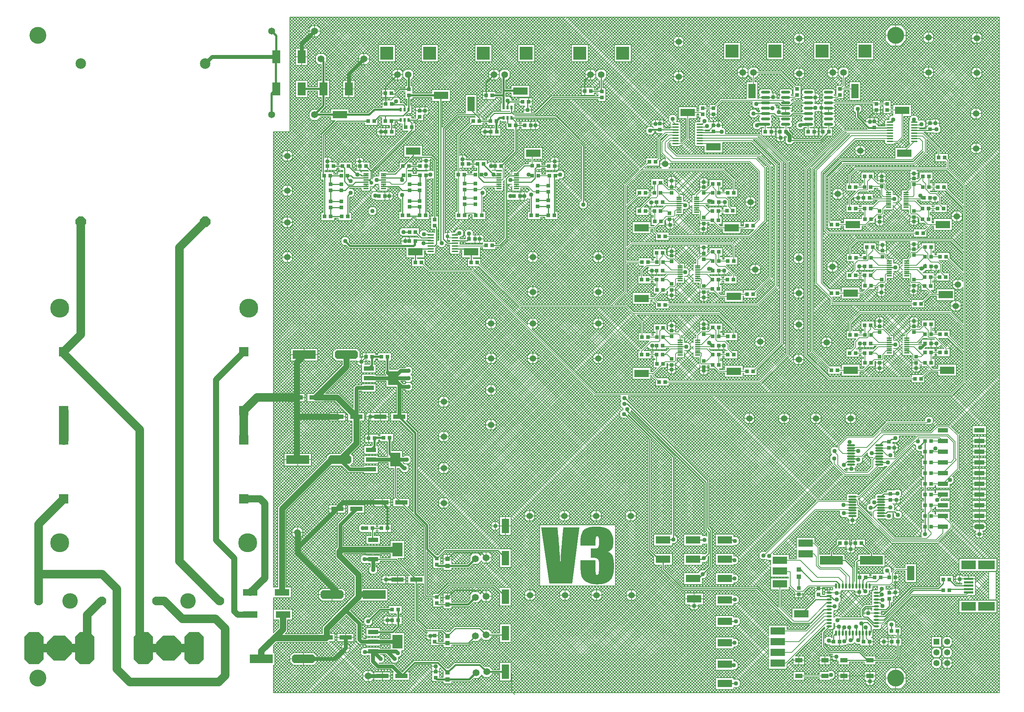
<source format=gtl>
%FSLAX25Y25*%
%MOIN*%
G70*
G01*
G75*
G04 Layer_Physical_Order=1*
G04 Layer_Color=255*
%ADD10R,0.03800X0.03200*%
%ADD11R,0.03200X0.03800*%
%ADD12R,0.11811X0.03937*%
%ADD13R,0.07087X0.13386*%
%ADD14O,0.01800X0.05118*%
%ADD15O,0.05118X0.01800*%
%ADD16R,0.13386X0.07087*%
%ADD17R,0.07087X0.04331*%
%ADD18R,0.03937X0.04331*%
%ADD19O,0.08661X0.02362*%
%ADD20O,0.06102X0.01378*%
%ADD21R,0.04724X0.01181*%
%ADD22R,0.02165X0.03740*%
%ADD23R,0.09449X0.03937*%
%ADD24R,0.09449X0.12992*%
%ADD25R,0.21654X0.07874*%
%ADD26R,0.13780X0.08071*%
%ADD27R,0.15748X0.08071*%
%ADD28R,0.08858X0.01969*%
%ADD29R,0.07600X0.12000*%
G04:AMPARAMS|DCode=30|XSize=216.54mil|YSize=78.74mil|CornerRadius=0mil|HoleSize=0mil|Usage=FLASHONLY|Rotation=180.000|XOffset=0mil|YOffset=0mil|HoleType=Round|Shape=Octagon|*
%AMOCTAGOND30*
4,1,8,-0.10827,0.01969,-0.10827,-0.01969,-0.08858,-0.03937,0.08858,-0.03937,0.10827,-0.01969,0.10827,0.01969,0.08858,0.03937,-0.08858,0.03937,-0.10827,0.01969,0.0*
%
%ADD30OCTAGOND30*%

%ADD31R,0.21654X0.07874*%
%ADD32R,0.13780X0.06299*%
%ADD33O,0.07480X0.01772*%
%ADD34R,0.09606X0.04409*%
G04:AMPARAMS|DCode=35|XSize=96.06mil|YSize=44.09mil|CornerRadius=0mil|HoleSize=0mil|Usage=FLASHONLY|Rotation=180.000|XOffset=0mil|YOffset=0mil|HoleType=Round|Shape=Octagon|*
%AMOCTAGOND35*
4,1,8,-0.04803,0.01102,-0.04803,-0.01102,-0.03701,-0.02205,0.03701,-0.02205,0.04803,-0.01102,0.04803,0.01102,0.03701,0.02205,-0.03701,0.02205,-0.04803,0.01102,0.0*
%
%ADD35OCTAGOND35*%

%ADD36C,0.00800*%
%ADD37C,0.03500*%
%ADD38C,0.05500*%
%ADD39C,0.06000*%
%ADD40C,0.08000*%
%ADD41C,0.02500*%
%ADD42C,0.01000*%
%ADD43C,0.01500*%
%ADD44C,0.02000*%
%ADD45C,0.04000*%
%ADD46C,0.01200*%
%ADD47C,0.01600*%
%ADD48C,0.09000*%
%ADD49C,0.06500*%
%ADD50C,0.06500*%
%ADD51C,0.06000*%
%ADD52R,0.12000X0.12000*%
%ADD53C,0.06200*%
%ADD54R,0.05800X0.05800*%
%ADD55C,0.05800*%
%ADD56P,0.10653X8X112.5*%
%ADD57C,0.09843*%
%ADD58C,0.14500*%
%ADD59C,0.08268*%
%ADD60R,0.08858X0.08858*%
%ADD61C,0.17716*%
%ADD62C,0.15748*%
G04:AMPARAMS|DCode=63|XSize=180mil|YSize=300mil|CornerRadius=0mil|HoleSize=0mil|Usage=FLASHONLY|Rotation=180.000|XOffset=0mil|YOffset=0mil|HoleType=Round|Shape=Octagon|*
%AMOCTAGOND63*
4,1,8,0.04500,-0.15000,-0.04500,-0.15000,-0.09000,-0.10500,-0.09000,0.10500,-0.04500,0.15000,0.04500,0.15000,0.09000,0.10500,0.09000,-0.10500,0.04500,-0.15000,0.0*
%
%ADD63OCTAGOND63*%

%ADD64P,0.25569X8X202.5*%
%ADD65C,0.04000*%
%ADD66C,0.03500*%
%ADD67C,0.03600*%
G36*
X2572015Y1811480D02*
X2572796D01*
X2573655Y1811402D01*
X2574671Y1811246D01*
X2575686Y1811090D01*
X2577795Y1810621D01*
X2579905Y1809996D01*
X2580920Y1809527D01*
X2581780Y1809058D01*
X2582639Y1808433D01*
X2583342Y1807808D01*
X2583420Y1807730D01*
X2583498Y1807652D01*
X2583655Y1807418D01*
X2583889Y1807105D01*
X2584123Y1806715D01*
X2584436Y1806246D01*
X2584748Y1805699D01*
X2585061Y1805152D01*
X2585686Y1803668D01*
X2586233Y1801871D01*
X2586623Y1799840D01*
X2586779Y1798668D01*
Y1797497D01*
Y1797419D01*
Y1797340D01*
Y1797106D01*
Y1796794D01*
X2586701Y1796012D01*
X2586623Y1795075D01*
X2586467Y1793981D01*
X2586233Y1792887D01*
X2585920Y1791872D01*
X2585451Y1791013D01*
X2585373Y1790935D01*
X2585217Y1790700D01*
X2584904Y1790310D01*
X2584514Y1789919D01*
X2583967Y1789372D01*
X2583264Y1788903D01*
X2582483Y1788435D01*
X2581545Y1788044D01*
X2581701D01*
X2582014Y1787888D01*
X2582483Y1787732D01*
X2583030Y1787419D01*
X2583733Y1787029D01*
X2584436Y1786482D01*
X2585061Y1785857D01*
X2585686Y1784997D01*
X2585764Y1784919D01*
X2585920Y1784529D01*
X2586076Y1784216D01*
X2586154Y1783826D01*
X2586311Y1783357D01*
X2586467Y1782810D01*
X2586623Y1782107D01*
X2586779Y1781326D01*
X2586857Y1780466D01*
X2587014Y1779529D01*
X2587092Y1778357D01*
X2587170Y1777185D01*
X2587248Y1775779D01*
Y1774295D01*
Y1774217D01*
Y1774061D01*
Y1773670D01*
Y1773279D01*
X2587170Y1772733D01*
Y1772186D01*
X2587092Y1770779D01*
X2586857Y1769217D01*
X2586623Y1767577D01*
X2586233Y1766014D01*
X2585764Y1764608D01*
X2585686Y1764452D01*
X2585451Y1764061D01*
X2585139Y1763436D01*
X2584592Y1762655D01*
X2583889Y1761796D01*
X2583030Y1760936D01*
X2581936Y1760077D01*
X2580686Y1759296D01*
X2580530Y1759218D01*
X2580061Y1758983D01*
X2579280Y1758749D01*
X2578264Y1758437D01*
X2576936Y1758046D01*
X2575374Y1757812D01*
X2573577Y1757577D01*
X2571624Y1757499D01*
X2570609D01*
X2570062Y1757577D01*
X2569515D01*
X2568109Y1757734D01*
X2566546Y1758046D01*
X2564906Y1758359D01*
X2563343Y1758905D01*
X2561859Y1759608D01*
X2561703Y1759686D01*
X2561312Y1759999D01*
X2560687Y1760468D01*
X2559906Y1761015D01*
X2559125Y1761796D01*
X2558344Y1762655D01*
X2557640Y1763671D01*
X2557094Y1764764D01*
X2557016Y1764920D01*
Y1765077D01*
X2556937Y1765389D01*
X2556859Y1765702D01*
X2556781Y1766171D01*
X2556625Y1766639D01*
X2556547Y1767264D01*
X2556469Y1767889D01*
X2556313Y1768670D01*
X2556234Y1769530D01*
X2556156Y1770467D01*
X2556078Y1771561D01*
Y1772654D01*
X2556000Y1773904D01*
Y1775232D01*
Y1779920D01*
X2570062D01*
Y1771014D01*
Y1770858D01*
Y1770545D01*
Y1769998D01*
Y1769373D01*
X2570140Y1768670D01*
Y1768045D01*
X2570218Y1767499D01*
X2570296Y1767186D01*
X2570374Y1767108D01*
X2570530Y1766874D01*
X2570921Y1766639D01*
X2571468Y1766561D01*
X2571624D01*
X2572015Y1766639D01*
X2572483Y1766952D01*
X2572718Y1767108D01*
X2572874Y1767420D01*
Y1767499D01*
X2572952Y1767655D01*
X2573030Y1767967D01*
X2573108Y1768436D01*
Y1769139D01*
X2573186Y1770155D01*
X2573265Y1770701D01*
Y1771404D01*
Y1772108D01*
Y1772967D01*
Y1776482D01*
Y1776638D01*
Y1776951D01*
Y1777420D01*
X2573186Y1777967D01*
X2573030Y1779295D01*
X2572874Y1779920D01*
X2572640Y1780388D01*
Y1780466D01*
X2572561Y1780544D01*
X2572249Y1781013D01*
X2571702Y1781560D01*
X2570921Y1781951D01*
X2570843D01*
X2570687Y1782029D01*
X2570374Y1782107D01*
X2569827Y1782185D01*
X2569202Y1782263D01*
X2568265Y1782341D01*
X2567093D01*
X2565687Y1782419D01*
Y1791013D01*
X2568265D01*
X2569280Y1791091D01*
X2570296D01*
X2571077Y1791169D01*
X2571312Y1791247D01*
X2571624D01*
X2571702Y1791325D01*
X2572015Y1791559D01*
X2572405Y1791872D01*
X2572796Y1792497D01*
Y1792575D01*
X2572874Y1792731D01*
X2572952Y1792966D01*
X2573030Y1793278D01*
X2573108Y1793747D01*
X2573186Y1794372D01*
X2573265Y1795075D01*
Y1795856D01*
Y1798668D01*
Y1798746D01*
Y1799059D01*
Y1799528D01*
X2573186Y1799996D01*
X2573108Y1801012D01*
X2572952Y1801481D01*
X2572796Y1801793D01*
X2572718Y1801871D01*
X2572483Y1802184D01*
X2572171Y1802418D01*
X2571624Y1802496D01*
X2571468D01*
X2571155Y1802418D01*
X2570765Y1802184D01*
X2570374Y1801793D01*
X2570296Y1801637D01*
Y1801481D01*
X2570218Y1801168D01*
X2570140Y1800699D01*
Y1800075D01*
X2570062Y1799293D01*
Y1798356D01*
Y1793591D01*
X2556000D01*
Y1798512D01*
Y1798590D01*
Y1798825D01*
Y1799215D01*
X2556078Y1799762D01*
Y1800387D01*
X2556156Y1801090D01*
X2556469Y1802653D01*
X2556859Y1804371D01*
X2557484Y1806090D01*
X2558344Y1807574D01*
X2558891Y1808277D01*
X2559515Y1808824D01*
X2559594D01*
X2559672Y1808980D01*
X2559906Y1809058D01*
X2560218Y1809293D01*
X2560531Y1809449D01*
X2561000Y1809683D01*
X2561547Y1809918D01*
X2562250Y1810230D01*
X2562953Y1810464D01*
X2563734Y1810699D01*
X2564671Y1810933D01*
X2565687Y1811168D01*
X2566702Y1811324D01*
X2567874Y1811480D01*
X2569202Y1811558D01*
X2571390D01*
X2572015Y1811480D01*
D02*
G37*
G36*
X2548188Y1758515D02*
X2527096D01*
X2519362Y1810621D01*
X2534517D01*
Y1810543D01*
Y1810386D01*
X2534595Y1810074D01*
Y1809683D01*
X2534673Y1809137D01*
X2534751Y1808512D01*
X2534830Y1807808D01*
X2534908Y1807027D01*
X2534986Y1806168D01*
X2535064Y1805231D01*
X2535298Y1803043D01*
X2535533Y1800699D01*
X2535767Y1798121D01*
X2536001Y1795309D01*
X2536236Y1792419D01*
X2536470Y1789528D01*
X2536704Y1786482D01*
X2536939Y1783513D01*
X2537095Y1780544D01*
X2537251Y1777732D01*
X2537329Y1774998D01*
Y1775076D01*
Y1775154D01*
Y1775623D01*
X2537407Y1776404D01*
Y1777420D01*
X2537486Y1778670D01*
Y1780076D01*
X2537564Y1781716D01*
X2537642Y1783513D01*
X2537798Y1785466D01*
X2537876Y1787497D01*
X2538032Y1789606D01*
X2538189Y1791794D01*
X2538501Y1796169D01*
X2538892Y1800543D01*
X2539829Y1810621D01*
X2555063D01*
X2548188Y1758515D01*
D02*
G37*
D10*
X2641000Y1994500D02*
D03*
Y1988900D02*
D03*
X2671000Y1996500D02*
D03*
Y1990900D02*
D03*
X2844000Y1744000D02*
D03*
Y1749600D02*
D03*
X2759500Y1754000D02*
D03*
Y1748400D02*
D03*
X2798000Y2220000D02*
D03*
Y2214400D02*
D03*
X2758000Y2220000D02*
D03*
Y2214400D02*
D03*
X2420000Y2092400D02*
D03*
Y2098000D02*
D03*
X2832000Y2200400D02*
D03*
Y2206000D02*
D03*
X2680000Y2196400D02*
D03*
Y2202000D02*
D03*
Y2186000D02*
D03*
Y2180400D02*
D03*
X2630000Y2182000D02*
D03*
Y2187600D02*
D03*
X2830000Y2184000D02*
D03*
Y2189600D02*
D03*
X2671000Y1960500D02*
D03*
Y1966100D02*
D03*
X2641000Y1962500D02*
D03*
Y1968100D02*
D03*
X2671000Y2030500D02*
D03*
Y2036100D02*
D03*
X2641000Y2064500D02*
D03*
Y2058900D02*
D03*
X2671000Y2066500D02*
D03*
Y2060900D02*
D03*
X2641000Y2032500D02*
D03*
Y2038100D02*
D03*
X2869000Y1964500D02*
D03*
Y1970100D02*
D03*
X2867000Y1998500D02*
D03*
Y1992900D02*
D03*
X2837500Y2069000D02*
D03*
Y2063400D02*
D03*
X2641000Y2128500D02*
D03*
Y2122900D02*
D03*
X2671000Y2128500D02*
D03*
Y2122900D02*
D03*
Y2094500D02*
D03*
Y2100100D02*
D03*
X2639000Y2098500D02*
D03*
Y2104100D02*
D03*
X2835000Y1964500D02*
D03*
Y1970100D02*
D03*
Y1998500D02*
D03*
Y1992900D02*
D03*
X2867000Y2036500D02*
D03*
Y2042100D02*
D03*
Y2070500D02*
D03*
Y2064900D02*
D03*
X2837000Y2036500D02*
D03*
Y2042100D02*
D03*
X2867000Y2100500D02*
D03*
Y2106100D02*
D03*
Y2136500D02*
D03*
Y2130900D02*
D03*
X2835000Y2100500D02*
D03*
Y2106100D02*
D03*
X2837000Y2134500D02*
D03*
Y2128900D02*
D03*
X2526000Y2116000D02*
D03*
Y2110400D02*
D03*
X2516000Y2116000D02*
D03*
Y2110400D02*
D03*
Y2124000D02*
D03*
Y2129600D02*
D03*
X2526000Y2124000D02*
D03*
Y2129600D02*
D03*
X2458000Y2118000D02*
D03*
Y2112400D02*
D03*
X2448000Y2118000D02*
D03*
Y2112400D02*
D03*
X2458000Y2126000D02*
D03*
Y2131600D02*
D03*
X2448000Y2126000D02*
D03*
Y2131600D02*
D03*
X2420000Y1704000D02*
D03*
Y1709600D02*
D03*
X2670000Y2196400D02*
D03*
Y2202000D02*
D03*
X2333000Y2125500D02*
D03*
Y2131100D02*
D03*
X2406000Y2115500D02*
D03*
Y2109900D02*
D03*
X2396500Y2115500D02*
D03*
Y2109900D02*
D03*
X2406000Y2125500D02*
D03*
Y2131100D02*
D03*
X2396500Y2125500D02*
D03*
Y2131100D02*
D03*
X2323000Y2125400D02*
D03*
Y2131000D02*
D03*
X2333000Y2115000D02*
D03*
Y2109400D02*
D03*
X2323000Y2115000D02*
D03*
Y2109400D02*
D03*
X2576000Y2212000D02*
D03*
Y2217600D02*
D03*
X2406000Y2194000D02*
D03*
Y2199600D02*
D03*
X2396000Y2214000D02*
D03*
Y2219600D02*
D03*
X2421000Y1670500D02*
D03*
Y1676100D02*
D03*
X2422000Y1740000D02*
D03*
Y1745600D02*
D03*
Y1776000D02*
D03*
Y1781600D02*
D03*
X2882000Y2188000D02*
D03*
Y2182400D02*
D03*
X2845000Y1836500D02*
D03*
Y1842100D02*
D03*
X2843500Y1885000D02*
D03*
Y1890600D02*
D03*
X2778000Y1748000D02*
D03*
Y1753600D02*
D03*
X2842000Y2200400D02*
D03*
Y2206000D02*
D03*
D11*
X2627500Y1997000D02*
D03*
X2633100D02*
D03*
X2734000Y2180000D02*
D03*
X2728400D02*
D03*
X2774000D02*
D03*
X2768400D02*
D03*
X2836000Y1764000D02*
D03*
X2830400D02*
D03*
X2844000D02*
D03*
X2849600D02*
D03*
X2822000D02*
D03*
X2816400D02*
D03*
X2846000Y1714000D02*
D03*
X2851600D02*
D03*
X2820000Y1704000D02*
D03*
X2825600D02*
D03*
X2792000D02*
D03*
X2797600D02*
D03*
X2900000Y1762000D02*
D03*
X2894400D02*
D03*
X2900000Y1752000D02*
D03*
X2894400D02*
D03*
X2883000Y1891500D02*
D03*
X2877400D02*
D03*
X2883000Y1871500D02*
D03*
X2877400D02*
D03*
X2883000Y1861500D02*
D03*
X2877400D02*
D03*
X2883000Y1851500D02*
D03*
X2877400D02*
D03*
X2883000Y1841500D02*
D03*
X2877400D02*
D03*
X2883000Y1831500D02*
D03*
X2877400D02*
D03*
X2883000Y1821500D02*
D03*
X2877400D02*
D03*
X2883000Y1811500D02*
D03*
X2877400D02*
D03*
X2852000Y1704000D02*
D03*
X2846400D02*
D03*
X2883000Y1881500D02*
D03*
X2877400D02*
D03*
X2782000Y2180000D02*
D03*
X2787600D02*
D03*
X2742000D02*
D03*
X2747600D02*
D03*
X2473600Y2074000D02*
D03*
X2468000D02*
D03*
X2711400Y1956500D02*
D03*
X2717000D02*
D03*
X2629400Y1946500D02*
D03*
X2635000D02*
D03*
X2711400Y2028500D02*
D03*
X2717000D02*
D03*
X2629400Y2018500D02*
D03*
X2635000D02*
D03*
X2629400Y2082500D02*
D03*
X2635000D02*
D03*
X2711400Y2092500D02*
D03*
X2717000D02*
D03*
X2620400Y2152000D02*
D03*
X2626000D02*
D03*
X2895600Y2156000D02*
D03*
X2890000D02*
D03*
X2873600Y1949500D02*
D03*
X2868000D02*
D03*
X2795600Y1957500D02*
D03*
X2790000D02*
D03*
X2873600Y2019500D02*
D03*
X2868000D02*
D03*
X2795600Y2029500D02*
D03*
X2790000D02*
D03*
X2875600Y2085500D02*
D03*
X2870000D02*
D03*
X2795600Y2093500D02*
D03*
X2790000D02*
D03*
X2625000Y2106000D02*
D03*
X2630600D02*
D03*
X2685000Y1962500D02*
D03*
X2679400D02*
D03*
X2685000Y1972000D02*
D03*
X2679400D02*
D03*
X2699000D02*
D03*
X2693400D02*
D03*
X2685000Y1989000D02*
D03*
X2679400D02*
D03*
X2699000D02*
D03*
X2693400D02*
D03*
X2685000Y1980500D02*
D03*
X2679400D02*
D03*
X2627000Y1972000D02*
D03*
X2632600D02*
D03*
X2633000Y1963500D02*
D03*
X2627400D02*
D03*
X2613000Y1972000D02*
D03*
X2618600D02*
D03*
X2633000Y1988500D02*
D03*
X2627400D02*
D03*
X2619000D02*
D03*
X2613400D02*
D03*
X2627000Y1980500D02*
D03*
X2632600D02*
D03*
X2679000Y2042000D02*
D03*
X2684600D02*
D03*
X2693000D02*
D03*
X2698600D02*
D03*
X2679000Y2033500D02*
D03*
X2684600D02*
D03*
X2685000Y2068000D02*
D03*
X2679400D02*
D03*
X2685000Y2059500D02*
D03*
X2679400D02*
D03*
X2699000D02*
D03*
X2693400D02*
D03*
X2633000Y2032500D02*
D03*
X2627400D02*
D03*
X2627000Y2042000D02*
D03*
X2632600D02*
D03*
X2613000D02*
D03*
X2618600D02*
D03*
X2633000Y2058500D02*
D03*
X2627400D02*
D03*
X2619000D02*
D03*
X2613400D02*
D03*
X2685000Y2050500D02*
D03*
X2679400D02*
D03*
X2627000D02*
D03*
X2632600D02*
D03*
X2679000Y2097500D02*
D03*
X2684600D02*
D03*
X2679000Y2106000D02*
D03*
X2684600D02*
D03*
X2692500Y2106500D02*
D03*
X2698100D02*
D03*
X2699000Y2123000D02*
D03*
X2693400D02*
D03*
X2685000D02*
D03*
X2679400D02*
D03*
X2685000Y2114500D02*
D03*
X2679400D02*
D03*
X2631000Y2096500D02*
D03*
X2625400D02*
D03*
X2611000Y2106000D02*
D03*
X2616600D02*
D03*
X2627000Y2114500D02*
D03*
X2632600D02*
D03*
X2625000Y2123000D02*
D03*
X2630600D02*
D03*
X2611000D02*
D03*
X2616600D02*
D03*
X2883000Y1964500D02*
D03*
X2877400D02*
D03*
X2897000Y1974000D02*
D03*
X2891400D02*
D03*
X2883000D02*
D03*
X2877400D02*
D03*
X2883000Y1991000D02*
D03*
X2877400D02*
D03*
X2897000D02*
D03*
X2891400D02*
D03*
X2883000Y1982500D02*
D03*
X2877400D02*
D03*
X2827000Y1964500D02*
D03*
X2821400D02*
D03*
X2821000Y1973500D02*
D03*
X2826600D02*
D03*
X2807000D02*
D03*
X2812600D02*
D03*
X2821000Y1999500D02*
D03*
X2826600D02*
D03*
X2813000Y1990500D02*
D03*
X2807400D02*
D03*
X2827000D02*
D03*
X2821400D02*
D03*
X2821000Y1982500D02*
D03*
X2826600D02*
D03*
X2891000Y2044500D02*
D03*
X2896600D02*
D03*
X2877000D02*
D03*
X2882600D02*
D03*
X2877000Y2036000D02*
D03*
X2882600D02*
D03*
X2883000Y2072500D02*
D03*
X2877400D02*
D03*
X2883000Y2063500D02*
D03*
X2877400D02*
D03*
X2897000D02*
D03*
X2891400D02*
D03*
X2883000Y2054500D02*
D03*
X2877400D02*
D03*
X2827000Y2036500D02*
D03*
X2821400D02*
D03*
X2821000Y2046000D02*
D03*
X2826600D02*
D03*
X2807000D02*
D03*
X2812600D02*
D03*
X2821000Y2054500D02*
D03*
X2826600D02*
D03*
X2813000Y2062500D02*
D03*
X2807400D02*
D03*
X2827000D02*
D03*
X2821400D02*
D03*
X2875000Y2098500D02*
D03*
X2880600D02*
D03*
X2889000Y2108500D02*
D03*
X2894600D02*
D03*
X2875000D02*
D03*
X2880600D02*
D03*
X2881000Y2138500D02*
D03*
X2875400D02*
D03*
X2895000Y2128500D02*
D03*
X2889400D02*
D03*
X2881000D02*
D03*
X2875400D02*
D03*
X2882000Y2118500D02*
D03*
X2876400D02*
D03*
X2807000Y2108500D02*
D03*
X2812600D02*
D03*
X2821000D02*
D03*
X2826600D02*
D03*
X2827000Y2098500D02*
D03*
X2821400D02*
D03*
X2821000Y2128500D02*
D03*
X2826600D02*
D03*
X2820000Y2118500D02*
D03*
X2825600D02*
D03*
X2452000Y2080000D02*
D03*
X2457600D02*
D03*
X2407600Y2058000D02*
D03*
X2402000D02*
D03*
X2459600D02*
D03*
X2454000D02*
D03*
X2396500Y2086500D02*
D03*
X2402100D02*
D03*
X2402000Y2078000D02*
D03*
X2396400D02*
D03*
X2482000Y2148000D02*
D03*
X2476400D02*
D03*
X2504000Y2186000D02*
D03*
X2509600D02*
D03*
X2446000Y2150000D02*
D03*
X2451600D02*
D03*
X2460000D02*
D03*
X2465600D02*
D03*
X2458000Y2140000D02*
D03*
X2463600D02*
D03*
X2442000D02*
D03*
X2447600D02*
D03*
X2516500Y2148500D02*
D03*
X2510900D02*
D03*
X2526000Y2102000D02*
D03*
X2531600D02*
D03*
X2510000D02*
D03*
X2515600D02*
D03*
X2494000Y2120000D02*
D03*
X2499600D02*
D03*
X2532500Y2139000D02*
D03*
X2526900D02*
D03*
X2516500D02*
D03*
X2510900D02*
D03*
X2464000Y2102000D02*
D03*
X2458400D02*
D03*
X2448000D02*
D03*
X2442400D02*
D03*
X2461600Y2190000D02*
D03*
X2456000D02*
D03*
X2478000Y2180000D02*
D03*
X2472400D02*
D03*
X2472000Y2190000D02*
D03*
X2477600D02*
D03*
X2378000Y1894500D02*
D03*
X2372400D02*
D03*
X2376000Y1810000D02*
D03*
X2370400D02*
D03*
X2363600Y2190000D02*
D03*
X2358000D02*
D03*
X2380000Y2180000D02*
D03*
X2374400D02*
D03*
X2356000Y2148000D02*
D03*
X2350400D02*
D03*
X2406000Y2101900D02*
D03*
X2411600D02*
D03*
X2390000Y2102000D02*
D03*
X2395600D02*
D03*
X2396500Y2139500D02*
D03*
X2390900D02*
D03*
X2412000D02*
D03*
X2406400D02*
D03*
X2368000Y2120000D02*
D03*
X2373600D02*
D03*
X2333000Y2139000D02*
D03*
X2338600D02*
D03*
X2317000D02*
D03*
X2322600D02*
D03*
X2339000Y2101000D02*
D03*
X2333400D02*
D03*
X2323000D02*
D03*
X2317400D02*
D03*
X2560000Y2218000D02*
D03*
X2565600D02*
D03*
X2502000Y2208000D02*
D03*
X2507600D02*
D03*
X2490000Y2186000D02*
D03*
X2495600D02*
D03*
X2374000Y2190000D02*
D03*
X2379600D02*
D03*
X2380000Y2206000D02*
D03*
X2374400D02*
D03*
X2393000Y2184500D02*
D03*
X2398600D02*
D03*
X2374000Y2216000D02*
D03*
X2379600D02*
D03*
X2334000Y2148000D02*
D03*
X2339600D02*
D03*
X2412000D02*
D03*
X2406400D02*
D03*
X2364000Y1894000D02*
D03*
X2358400D02*
D03*
X2320000Y2148000D02*
D03*
X2325600D02*
D03*
X2396000D02*
D03*
X2390400D02*
D03*
X2386000Y1724000D02*
D03*
X2380400D02*
D03*
X2386000Y1734000D02*
D03*
X2380400D02*
D03*
X2685000Y1997500D02*
D03*
X2679400D02*
D03*
X2883000Y2000500D02*
D03*
X2877400D02*
D03*
X2627000Y2067000D02*
D03*
X2632600D02*
D03*
X2823000Y2072500D02*
D03*
X2828600D02*
D03*
X2807000Y2128500D02*
D03*
X2812600D02*
D03*
X2625000Y2132500D02*
D03*
X2630600D02*
D03*
X2685000Y2131500D02*
D03*
X2679400D02*
D03*
X2821000Y2138500D02*
D03*
X2826600D02*
D03*
X2798000Y1796000D02*
D03*
X2803600D02*
D03*
X2818000D02*
D03*
X2812400D02*
D03*
X2468000Y2214000D02*
D03*
X2473600D02*
D03*
X2356000Y1970000D02*
D03*
X2361600D02*
D03*
X2376000D02*
D03*
X2370400D02*
D03*
X2532000Y2148000D02*
D03*
X2526400D02*
D03*
X2362000Y1810000D02*
D03*
X2356400D02*
D03*
D12*
X2385142Y1762000D02*
D03*
X2402858D02*
D03*
X2388858Y1834000D02*
D03*
X2371142D02*
D03*
X2329142Y1828000D02*
D03*
X2346858D02*
D03*
Y1914000D02*
D03*
X2329142D02*
D03*
X2308858Y1932000D02*
D03*
X2291142D02*
D03*
X2386858Y1914000D02*
D03*
X2369142D02*
D03*
X2371142Y1672000D02*
D03*
X2388858D02*
D03*
X2336858Y1708000D02*
D03*
X2319142D02*
D03*
D13*
X2486000Y1746000D02*
D03*
Y1782000D02*
D03*
Y1812000D02*
D03*
Y1712000D02*
D03*
Y1676000D02*
D03*
X2716000Y2218000D02*
D03*
X2812000D02*
D03*
X2454000Y2206000D02*
D03*
X2864000Y1768000D02*
D03*
D14*
X2825748Y1711953D02*
D03*
X2822598D02*
D03*
X2819449D02*
D03*
X2816299D02*
D03*
X2813150D02*
D03*
X2810000D02*
D03*
X2806850D02*
D03*
X2803701D02*
D03*
X2800551D02*
D03*
X2797402D02*
D03*
X2794252D02*
D03*
X2794252Y1756047D02*
D03*
X2797402D02*
D03*
X2800551D02*
D03*
X2803701D02*
D03*
X2806850D02*
D03*
X2810000D02*
D03*
X2813150D02*
D03*
X2816299D02*
D03*
X2819449D02*
D03*
X2822598D02*
D03*
X2825748D02*
D03*
D15*
X2787953Y1718252D02*
D03*
Y1721402D02*
D03*
Y1724551D02*
D03*
Y1727701D02*
D03*
Y1730850D02*
D03*
Y1734000D02*
D03*
Y1737150D02*
D03*
Y1740299D02*
D03*
Y1743449D02*
D03*
Y1746598D02*
D03*
Y1749748D02*
D03*
X2832047Y1749748D02*
D03*
Y1746598D02*
D03*
Y1743449D02*
D03*
Y1740299D02*
D03*
Y1737150D02*
D03*
Y1734000D02*
D03*
Y1730850D02*
D03*
Y1727701D02*
D03*
Y1724551D02*
D03*
Y1721402D02*
D03*
Y1718252D02*
D03*
D16*
X2633000Y1781000D02*
D03*
Y1799000D02*
D03*
X2662000Y1744000D02*
D03*
X2690500Y1665000D02*
D03*
X2762000Y1730000D02*
D03*
X2690500Y1799000D02*
D03*
X2661000D02*
D03*
Y1781000D02*
D03*
Y1763000D02*
D03*
X2690500Y1683000D02*
D03*
Y1703000D02*
D03*
Y1723000D02*
D03*
Y1743000D02*
D03*
Y1763000D02*
D03*
Y1781000D02*
D03*
X2858000Y2160000D02*
D03*
X2680000Y2166000D02*
D03*
X2699000Y1956500D02*
D03*
X2613000Y1954500D02*
D03*
X2699000Y2026500D02*
D03*
X2613000Y2024500D02*
D03*
X2697000Y2090500D02*
D03*
X2613000D02*
D03*
X2898000Y1957500D02*
D03*
X2808000D02*
D03*
X2896500Y2028000D02*
D03*
X2808000Y2029500D02*
D03*
X2894000Y2093500D02*
D03*
X2810000D02*
D03*
X2454000Y2068000D02*
D03*
X2402000D02*
D03*
X2500000Y2218000D02*
D03*
X2426000Y2214000D02*
D03*
X2856000Y2200000D02*
D03*
X2656000Y2198000D02*
D03*
X2512000Y2160000D02*
D03*
X2331500Y2196000D02*
D03*
X2400000Y2162000D02*
D03*
X2766000Y1786000D02*
D03*
Y1796000D02*
D03*
X2740000Y1684000D02*
D03*
X2742000Y1770000D02*
D03*
Y1780000D02*
D03*
Y1758000D02*
D03*
X2740000Y1714000D02*
D03*
Y1704000D02*
D03*
Y1694000D02*
D03*
D17*
X2826000Y1686567D02*
D03*
X2801591D02*
D03*
Y1672000D02*
D03*
X2826000D02*
D03*
X2784000Y1686567D02*
D03*
X2759591D02*
D03*
Y1672000D02*
D03*
X2784000D02*
D03*
D18*
X2759500Y1764654D02*
D03*
Y1771346D02*
D03*
X2432000Y1675347D02*
D03*
Y1668654D02*
D03*
Y1781347D02*
D03*
Y1774654D02*
D03*
Y1745346D02*
D03*
Y1738654D02*
D03*
Y1709347D02*
D03*
Y1702654D02*
D03*
D19*
X2787449Y2187000D02*
D03*
Y2192000D02*
D03*
Y2197000D02*
D03*
Y2202000D02*
D03*
Y2207000D02*
D03*
Y2212000D02*
D03*
Y2217000D02*
D03*
X2768551Y2187000D02*
D03*
Y2192000D02*
D03*
Y2197000D02*
D03*
Y2202000D02*
D03*
Y2207000D02*
D03*
Y2212000D02*
D03*
Y2217000D02*
D03*
X2747449Y2187000D02*
D03*
Y2192000D02*
D03*
Y2197000D02*
D03*
Y2202000D02*
D03*
Y2207000D02*
D03*
Y2212000D02*
D03*
Y2217000D02*
D03*
X2728551Y2187000D02*
D03*
Y2192000D02*
D03*
Y2197000D02*
D03*
Y2202000D02*
D03*
Y2207000D02*
D03*
Y2212000D02*
D03*
Y2217000D02*
D03*
D20*
X2438819Y2068323D02*
D03*
Y2070882D02*
D03*
Y2073441D02*
D03*
Y2076000D02*
D03*
Y2078559D02*
D03*
Y2081118D02*
D03*
Y2083677D02*
D03*
X2416181Y2068323D02*
D03*
Y2070882D02*
D03*
Y2073441D02*
D03*
Y2076000D02*
D03*
Y2078559D02*
D03*
Y2081118D02*
D03*
Y2083677D02*
D03*
X2644681Y2186957D02*
D03*
Y2184398D02*
D03*
Y2181839D02*
D03*
Y2179280D02*
D03*
Y2176720D02*
D03*
Y2174161D02*
D03*
Y2171602D02*
D03*
Y2169043D02*
D03*
X2667319Y2186957D02*
D03*
Y2184398D02*
D03*
Y2181839D02*
D03*
Y2179280D02*
D03*
Y2176720D02*
D03*
Y2174161D02*
D03*
Y2171602D02*
D03*
Y2169043D02*
D03*
X2844681Y2188957D02*
D03*
Y2186398D02*
D03*
Y2183839D02*
D03*
Y2181280D02*
D03*
Y2178720D02*
D03*
Y2176161D02*
D03*
Y2173602D02*
D03*
Y2171043D02*
D03*
X2867319Y2188957D02*
D03*
Y2186398D02*
D03*
Y2183839D02*
D03*
Y2181280D02*
D03*
Y2178720D02*
D03*
Y2176161D02*
D03*
Y2173602D02*
D03*
Y2171043D02*
D03*
D21*
X2665169Y2041110D02*
D03*
Y2043079D02*
D03*
Y2045047D02*
D03*
Y2047016D02*
D03*
Y2048984D02*
D03*
Y2050953D02*
D03*
Y2052921D02*
D03*
Y2054890D02*
D03*
X2648831Y2041110D02*
D03*
Y2043079D02*
D03*
Y2045047D02*
D03*
Y2047016D02*
D03*
Y2048984D02*
D03*
Y2050953D02*
D03*
Y2052921D02*
D03*
Y2054890D02*
D03*
X2664169Y2105110D02*
D03*
Y2107079D02*
D03*
Y2109047D02*
D03*
Y2111016D02*
D03*
Y2112984D02*
D03*
Y2114953D02*
D03*
Y2116921D02*
D03*
Y2118890D02*
D03*
X2647831Y2105110D02*
D03*
Y2107079D02*
D03*
Y2109047D02*
D03*
Y2111016D02*
D03*
Y2112984D02*
D03*
Y2114953D02*
D03*
Y2116921D02*
D03*
Y2118890D02*
D03*
X2860169Y1973610D02*
D03*
Y1975579D02*
D03*
Y1977547D02*
D03*
Y1979516D02*
D03*
Y1981484D02*
D03*
Y1983453D02*
D03*
Y1985421D02*
D03*
Y1987390D02*
D03*
X2843831Y1973610D02*
D03*
Y1975579D02*
D03*
Y1977547D02*
D03*
Y1979516D02*
D03*
Y1981484D02*
D03*
Y1983453D02*
D03*
Y1985421D02*
D03*
Y1987390D02*
D03*
X2860169Y2045610D02*
D03*
Y2047579D02*
D03*
Y2049547D02*
D03*
Y2051516D02*
D03*
Y2053484D02*
D03*
Y2055453D02*
D03*
Y2057421D02*
D03*
Y2059390D02*
D03*
X2843831Y2045610D02*
D03*
Y2047579D02*
D03*
Y2049547D02*
D03*
Y2051516D02*
D03*
Y2053484D02*
D03*
Y2055453D02*
D03*
Y2057421D02*
D03*
Y2059390D02*
D03*
X2859669Y2109610D02*
D03*
Y2111579D02*
D03*
Y2113547D02*
D03*
Y2115516D02*
D03*
Y2117484D02*
D03*
Y2119453D02*
D03*
Y2121421D02*
D03*
Y2123390D02*
D03*
X2843331Y2109610D02*
D03*
Y2111579D02*
D03*
Y2113547D02*
D03*
Y2115516D02*
D03*
Y2117484D02*
D03*
Y2119453D02*
D03*
Y2121421D02*
D03*
Y2123390D02*
D03*
X2496169Y2127110D02*
D03*
Y2129079D02*
D03*
Y2131047D02*
D03*
Y2133016D02*
D03*
Y2134984D02*
D03*
Y2136953D02*
D03*
Y2138921D02*
D03*
Y2140890D02*
D03*
X2479831Y2127110D02*
D03*
Y2129079D02*
D03*
Y2131047D02*
D03*
Y2133016D02*
D03*
Y2134984D02*
D03*
Y2136953D02*
D03*
Y2138921D02*
D03*
Y2140890D02*
D03*
X2372169Y2127110D02*
D03*
Y2129079D02*
D03*
Y2131047D02*
D03*
Y2133016D02*
D03*
Y2134984D02*
D03*
Y2136953D02*
D03*
Y2138921D02*
D03*
Y2140890D02*
D03*
X2355831Y2127110D02*
D03*
Y2129079D02*
D03*
Y2131047D02*
D03*
Y2133016D02*
D03*
Y2134984D02*
D03*
Y2136953D02*
D03*
Y2138921D02*
D03*
Y2140890D02*
D03*
X2665169Y1971610D02*
D03*
Y1973579D02*
D03*
Y1975547D02*
D03*
Y1977516D02*
D03*
Y1979484D02*
D03*
Y1981453D02*
D03*
Y1983421D02*
D03*
Y1985390D02*
D03*
X2648831Y1971610D02*
D03*
Y1973579D02*
D03*
Y1975547D02*
D03*
Y1977516D02*
D03*
Y1979484D02*
D03*
Y1981453D02*
D03*
Y1983421D02*
D03*
Y1985390D02*
D03*
D22*
X2491740Y2202823D02*
D03*
X2488000D02*
D03*
X2484260D02*
D03*
Y2193177D02*
D03*
X2488000D02*
D03*
X2491740D02*
D03*
X2395740Y2200823D02*
D03*
X2392000D02*
D03*
X2388260D02*
D03*
Y2191177D02*
D03*
X2392000D02*
D03*
X2395740D02*
D03*
D23*
X2358583Y1959055D02*
D03*
Y1950000D02*
D03*
Y1940945D02*
D03*
X2360583Y1883055D02*
D03*
Y1874000D02*
D03*
Y1864945D02*
D03*
X2362583Y1799055D02*
D03*
Y1790000D02*
D03*
Y1780945D02*
D03*
Y1713055D02*
D03*
Y1704000D02*
D03*
Y1694945D02*
D03*
D24*
X2381417Y1950000D02*
D03*
X2383417Y1874000D02*
D03*
X2385417Y1790000D02*
D03*
Y1704000D02*
D03*
D25*
X2827402Y1780000D02*
D03*
X2790000D02*
D03*
D26*
X2917902Y1775689D02*
D03*
Y1736909D02*
D03*
D27*
X2934634Y1775689D02*
D03*
Y1736909D02*
D03*
D28*
X2918000Y1762598D02*
D03*
Y1759449D02*
D03*
Y1756299D02*
D03*
Y1753150D02*
D03*
Y1750000D02*
D03*
D29*
X2296000Y2250000D02*
D03*
X2272400D02*
D03*
X2340000Y2220000D02*
D03*
X2316400D02*
D03*
X2296000D02*
D03*
X2272400D02*
D03*
D30*
X2331685Y1874000D02*
D03*
X2337685Y1972000D02*
D03*
X2324315Y1748000D02*
D03*
X2297685Y1688000D02*
D03*
D31*
X2292315Y1874000D02*
D03*
X2298315Y1972000D02*
D03*
X2363685Y1748000D02*
D03*
X2258315Y1688000D02*
D03*
D32*
X2277528Y1750000D02*
D03*
X2278512Y1729331D02*
D03*
X2248000D02*
D03*
Y1750000D02*
D03*
D33*
X2834787Y1869543D02*
D03*
Y1872102D02*
D03*
Y1874661D02*
D03*
Y1877221D02*
D03*
Y1879779D02*
D03*
Y1882339D02*
D03*
Y1884898D02*
D03*
Y1887457D02*
D03*
X2808213Y1869543D02*
D03*
Y1872102D02*
D03*
Y1874661D02*
D03*
Y1877221D02*
D03*
Y1879779D02*
D03*
Y1882339D02*
D03*
Y1884898D02*
D03*
Y1887457D02*
D03*
X2836287Y1821543D02*
D03*
Y1824102D02*
D03*
Y1826661D02*
D03*
Y1829221D02*
D03*
Y1831779D02*
D03*
Y1834339D02*
D03*
Y1836898D02*
D03*
Y1839457D02*
D03*
X2809713Y1821543D02*
D03*
Y1824102D02*
D03*
Y1826661D02*
D03*
Y1829221D02*
D03*
Y1831779D02*
D03*
Y1834339D02*
D03*
Y1836898D02*
D03*
Y1839457D02*
D03*
D34*
X2894051Y1811500D02*
D03*
Y1821500D02*
D03*
Y1831500D02*
D03*
Y1841500D02*
D03*
Y1851500D02*
D03*
Y1861500D02*
D03*
Y1871500D02*
D03*
Y1881500D02*
D03*
Y1891500D02*
D03*
Y1901500D02*
D03*
X2927949D02*
D03*
Y1891500D02*
D03*
Y1881500D02*
D03*
Y1871500D02*
D03*
Y1861500D02*
D03*
Y1851500D02*
D03*
Y1841500D02*
D03*
Y1831500D02*
D03*
Y1821500D02*
D03*
D35*
Y1811500D02*
D03*
D36*
X2939934Y2287000D02*
X2946500Y2280434D01*
X2945591Y2287000D02*
X2946500Y2286091D01*
X2937106Y2287000D02*
X2946500Y2277605D01*
X2934277Y2287000D02*
X2946500Y2274777D01*
X2931449Y2287000D02*
X2946500Y2271949D01*
X2942762Y2287000D02*
X2946500Y2283262D01*
X2929687Y2270663D02*
X2946024Y2287000D01*
X2930400Y2268548D02*
X2946500Y2284648D01*
X2928273Y2272077D02*
X2943195Y2287000D01*
X2928620D02*
X2946500Y2269120D01*
X2911650Y2287000D02*
X2926250Y2272400D01*
X2908821Y2287000D02*
X2923421Y2272400D01*
X2925767D02*
X2940367Y2287000D01*
X2905993D02*
X2921821Y2271171D01*
X2903164Y2287000D02*
X2920600Y2269564D01*
X2923050Y2272400D02*
X2927950D01*
X2930400Y2269950D01*
X2920600D02*
X2923050Y2272400D01*
X2921000Y2267500D02*
X2925500D01*
X2922963Y2287000D02*
X2946500Y2263463D01*
X2925792Y2287000D02*
X2946500Y2266292D01*
X2920135Y2287000D02*
X2946500Y2260635D01*
X2917307Y2287000D02*
X2946500Y2257807D01*
X2914478Y2287000D02*
X2946500Y2254978D01*
X2930400Y2265421D02*
X2946500Y2249321D01*
Y2237500D02*
Y2287000D01*
X2930400Y2265720D02*
X2946500Y2281820D01*
X2897507Y2287000D02*
X2946500Y2238008D01*
X2930400Y2265050D02*
Y2269950D01*
X2925500Y2267500D02*
Y2272000D01*
X2930400Y2268250D02*
X2946500Y2252150D01*
X2900336Y2287000D02*
X2920600Y2266736D01*
Y2265050D02*
Y2269950D01*
X2925500Y2267500D02*
X2930000D01*
X2927950Y2262600D02*
X2930400Y2265050D01*
X2925500Y2263000D02*
Y2267500D01*
X2920600Y2265050D02*
X2923050Y2262600D01*
X2882453Y2240400D02*
X2929053Y2287000D01*
X2880537D02*
X2927637Y2239900D01*
X2884116Y2239234D02*
X2931881Y2287000D01*
X2879625Y2240400D02*
X2926225Y2287000D01*
X2877708D02*
X2924809Y2239900D01*
X2894679Y2287000D02*
X2946500Y2235179D01*
X2891851Y2287000D02*
X2946500Y2232351D01*
X2885400Y2237690D02*
X2934710Y2287000D01*
X2885400Y2234862D02*
X2937538Y2287000D01*
X2885400Y2265974D02*
X2906425Y2287000D01*
X2883395Y2272455D02*
X2897940Y2287000D01*
X2874880D02*
X2922515Y2239365D01*
X2872052Y2287000D02*
X2921101Y2237951D01*
X2869223Y2287000D02*
X2920600Y2235623D01*
X2885400Y2268803D02*
X2903597Y2287000D01*
X2885400Y2267995D02*
X2920600Y2232795D01*
X2884809Y2271041D02*
X2900769Y2287000D01*
X2884809Y2271041D02*
X2900769Y2287000D01*
X2886194D02*
X2946500Y2226694D01*
X2889022Y2287000D02*
X2946500Y2229522D01*
X2883365Y2287000D02*
X2946500Y2223865D01*
X2864593Y2197084D02*
X2946500Y2278991D01*
X2849424Y2287000D02*
X2946500Y2189924D01*
X2885208Y2265358D02*
X2946500Y2204066D01*
X2872551Y2190900D02*
X2946500Y2264849D01*
X2865737Y2195400D02*
X2946500Y2276163D01*
X2868566Y2195400D02*
X2946500Y2273334D01*
X2859774Y2273822D02*
X2946500Y2187096D01*
X2870172Y2194178D02*
X2946500Y2270506D01*
X2859774Y2270993D02*
X2946500Y2184267D01*
X2859774Y2268165D02*
X2926039Y2201900D01*
X2852253Y2287000D02*
X2946500Y2192753D01*
X2861638Y2205443D02*
X2920923Y2264727D01*
X2870900Y2192077D02*
X2946500Y2267677D01*
X2858810Y2205443D02*
X2920600Y2267233D01*
X2859774Y2265336D02*
X2923211Y2201900D01*
X2927208Y2239900D02*
X2946500Y2259192D01*
X2927564Y2262600D02*
X2946500Y2243664D01*
X2928993Y2238857D02*
X2946500Y2256364D01*
X2924736Y2262600D02*
X2946500Y2240836D01*
X2924379Y2239900D02*
X2946500Y2262021D01*
X2930400Y2234607D02*
X2946500Y2250707D01*
X2930400Y2237435D02*
X2946500Y2253535D01*
X2930400Y2237137D02*
X2946500Y2221037D01*
X2930400Y2234308D02*
X2946500Y2218209D01*
X2928451Y2230601D02*
X2946500Y2212552D01*
X2929171Y2263821D02*
X2946500Y2246493D01*
X2927950Y2239900D02*
X2930400Y2237450D01*
Y2232550D02*
Y2237450D01*
X2927637Y2239900D02*
X2930400Y2237137D01*
X2925500Y2235000D02*
Y2239500D01*
X2927950Y2230100D02*
X2930400Y2232550D01*
X2929865Y2232015D02*
X2946500Y2215380D01*
X2925500Y2235000D02*
X2930000D01*
X2925500Y2230500D02*
Y2235000D01*
X2928128Y2201222D02*
X2946500Y2219594D01*
X2926123Y2230100D02*
X2946500Y2209723D01*
X2929542Y2199808D02*
X2946500Y2216766D01*
X2923295Y2230100D02*
X2946500Y2206895D01*
X2925977Y2201900D02*
X2946500Y2222423D01*
X2929900Y2197337D02*
X2946500Y2213937D01*
X2928816Y2193466D02*
X2946500Y2175782D01*
X2927354Y2192100D02*
X2946500Y2172954D01*
X2924525Y2192100D02*
X2946500Y2170125D01*
X2929900Y2194550D02*
Y2199450D01*
X2927450Y2201900D02*
X2929900Y2199450D01*
Y2198039D02*
X2946500Y2181439D01*
X2923149Y2201900D02*
X2946500Y2225251D01*
X2925000Y2197000D02*
Y2201500D01*
X2927450Y2192100D02*
X2929900Y2194550D01*
Y2195210D02*
X2946500Y2178610D01*
X2925000Y2197000D02*
X2929500D01*
X2925000Y2192500D02*
Y2197000D01*
X2923050Y2239900D02*
X2927950D01*
X2923050Y2262600D02*
X2927950D01*
X2883794Y2263944D02*
X2946500Y2201238D01*
X2864593Y2199912D02*
X2927280Y2262600D01*
X2881809Y2263100D02*
X2946500Y2198409D01*
X2923050Y2230100D02*
X2927950D01*
X2922550Y2201900D02*
X2927450D01*
X2921000Y2235000D02*
X2925500D01*
X2920500Y2197000D02*
X2925000D01*
X2920600Y2237450D02*
X2923050Y2239900D01*
X2920600Y2232550D02*
Y2237450D01*
X2885400Y2236882D02*
X2921466Y2200816D01*
X2864467Y2205443D02*
X2922337Y2263313D01*
X2864593Y2202741D02*
X2924452Y2262600D01*
X2920600Y2232550D02*
X2923050Y2230100D01*
X2920600Y2232795D02*
X2923295Y2230100D01*
X2920100Y2199450D02*
X2922550Y2201900D01*
X2885400Y2234054D02*
X2920100Y2199354D01*
X2890900Y2186622D02*
X2946500Y2242222D01*
X2890900Y2189450D02*
X2946500Y2245050D01*
X2891728Y2184622D02*
X2946500Y2239393D01*
X2878981Y2263100D02*
X2946500Y2195581D01*
X2889736Y2191114D02*
X2946500Y2247878D01*
X2922550Y2192100D02*
X2927450D01*
X2891900Y2181965D02*
X2946500Y2236565D01*
X2884432Y2171668D02*
X2946500Y2233736D01*
X2885846Y2170254D02*
X2946500Y2230908D01*
X2884465Y2191500D02*
X2923065Y2230100D01*
X2884488Y2232138D02*
X2920100Y2196525D01*
X2881636Y2191500D02*
X2921643Y2231507D01*
X2878808Y2191500D02*
X2920600Y2233292D01*
X2875379Y2190900D02*
X2920600Y2236121D01*
X2920100Y2194550D02*
X2922550Y2192100D01*
Y2169400D02*
X2927450D01*
X2920100Y2194550D02*
Y2199450D01*
X2887693Y2191900D02*
X2925893Y2230100D01*
X2881012Y2272900D02*
X2895112Y2287000D01*
X2878183Y2272900D02*
X2892283Y2287000D01*
X2882950Y2272900D02*
X2885400Y2270450D01*
X2878050Y2272900D02*
X2882950D01*
X2859774Y2265804D02*
X2880970Y2287000D01*
X2880500Y2268000D02*
X2885000D01*
X2880500D02*
Y2272500D01*
X2885400Y2265550D02*
Y2270450D01*
X2876000Y2268000D02*
X2880500D01*
Y2263500D02*
Y2268000D01*
X2866395Y2287000D02*
X2880495Y2272900D01*
X2863566Y2287000D02*
X2877858Y2272708D01*
X2860738Y2287000D02*
X2876444Y2271294D01*
X2859774Y2274290D02*
X2872484Y2287000D01*
X2859774Y2268633D02*
X2878141Y2287000D01*
X2875600Y2270450D02*
X2878050Y2272900D01*
X2875600Y2265550D02*
Y2270450D01*
Y2270317D02*
X2878183Y2272900D01*
X2859774Y2265113D02*
Y2274887D01*
X2882950Y2240400D02*
X2885400Y2237950D01*
X2882950Y2263100D02*
X2885400Y2265550D01*
X2880500Y2235500D02*
Y2240000D01*
X2878050Y2263100D02*
X2882950D01*
X2878050Y2240400D02*
X2882950D01*
X2885400Y2233050D02*
Y2237950D01*
X2882950Y2230600D02*
X2885400Y2233050D01*
X2880500Y2235500D02*
X2885000D01*
X2878050Y2230600D02*
X2882950D01*
X2876000Y2235500D02*
X2880500D01*
X2875600Y2233050D02*
Y2237950D01*
X2880500Y2231000D02*
Y2235500D01*
X2875600Y2265550D02*
X2878050Y2263100D01*
X2875600Y2237950D02*
X2878050Y2240400D01*
X2875600Y2233050D02*
X2878050Y2230600D01*
X2864593Y2194943D02*
Y2205443D01*
Y2201121D02*
X2874813Y2190900D01*
X2864593Y2203949D02*
X2878200Y2190342D01*
X2859774Y2271461D02*
X2875313Y2287000D01*
X2858658Y2276003D02*
X2869656Y2287000D01*
X2857910D02*
X2875600Y2269309D01*
X2853945Y2279774D02*
X2861171Y2287000D01*
X2855081D02*
X2875600Y2266481D01*
X2857244Y2277417D02*
X2866828Y2287000D01*
X2858471Y2263811D02*
X2881882Y2240400D01*
X2855830Y2278831D02*
X2863999Y2287000D01*
X2857057Y2262396D02*
X2879054Y2240400D01*
X2854887Y2279774D02*
X2859774Y2274887D01*
X2851116Y2279774D02*
X2858342Y2287000D01*
X2850000Y2270000D02*
Y2279374D01*
X2846596Y2287000D02*
X2853822Y2279774D01*
X2848288D02*
X2855514Y2287000D01*
X2854196Y2260226D02*
X2859774Y2265804D01*
X2854887Y2260226D02*
X2859774Y2265113D01*
X2850000Y2270000D02*
X2859374D01*
X2850000Y2260626D02*
Y2270000D01*
X2855643Y2260982D02*
X2877138Y2239488D01*
X2853571Y2260226D02*
X2875723Y2238073D01*
X2850742Y2260226D02*
X2875600Y2235368D01*
X2845800Y2206575D02*
X2875600Y2236375D01*
X2847496Y2205443D02*
X2875600Y2233547D01*
X2853153Y2205443D02*
X2878310Y2230600D01*
X2855982Y2205443D02*
X2881138Y2230600D01*
X2847407Y2205443D02*
X2864593D01*
X2850325D02*
X2876766Y2231884D01*
X2845800Y2208600D02*
X2848956Y2205443D01*
X2845800Y2203900D02*
Y2209500D01*
X2847407Y2201800D02*
Y2205443D01*
X2845800Y2205771D02*
X2847407Y2204164D01*
X2845800Y2203747D02*
X2847407Y2205354D01*
X2846681Y2201800D02*
X2847407Y2202526D01*
Y2195400D02*
Y2199000D01*
X2845800Y2201800D02*
X2847407D01*
X2845800Y2198090D02*
X2846710Y2199000D01*
X2888950Y2191900D02*
X2890900Y2189950D01*
X2885050Y2191900D02*
X2888950D01*
X2887000Y2188000D02*
Y2191500D01*
X2878200D02*
X2884650D01*
X2878200Y2185900D02*
Y2191500D01*
X2887000Y2188000D02*
X2890500D01*
X2882000D02*
Y2191100D01*
X2890900Y2186050D02*
Y2189950D01*
X2877079Y2189771D02*
X2878200Y2190892D01*
X2878600Y2188000D02*
X2882000D01*
X2868950Y2195400D02*
X2870900Y2193450D01*
X2865050Y2195400D02*
X2868950D01*
X2870900Y2191546D02*
Y2193450D01*
X2864593Y2198292D02*
X2867485Y2195400D01*
X2863100Y2193450D02*
X2864207Y2194557D01*
X2875950Y2190900D02*
X2877900Y2188950D01*
Y2185050D02*
Y2188950D01*
X2872050Y2190900D02*
X2875950D01*
X2870976Y2191546D02*
X2871836Y2190686D01*
X2891900Y2180550D02*
Y2184450D01*
X2890600Y2185750D02*
X2891900Y2184450D01*
X2889950Y2178600D02*
X2891900Y2180550D01*
X2877449Y2179779D02*
X2878328Y2178900D01*
X2878775Y2177325D02*
X2880350Y2178900D01*
X2886050Y2178600D02*
X2889950D01*
X2883018Y2173082D02*
X2888535Y2178600D01*
X2878200Y2178900D02*
X2885750D01*
X2880189Y2175911D02*
X2883178Y2178900D01*
X2878200Y2184500D02*
Y2185900D01*
Y2184500D02*
Y2185900D01*
Y2182780D02*
Y2184500D01*
X2875950Y2183100D02*
X2877900Y2185050D01*
X2875744Y2182780D02*
X2878200Y2185235D01*
X2876453Y2183603D02*
X2877277Y2182780D01*
X2876320Y2179779D02*
X2878200D01*
X2872270Y2183100D02*
X2875950D01*
X2872270Y2182780D02*
X2878200D01*
X2862671Y2194557D02*
X2863439Y2193789D01*
X2859843Y2194557D02*
X2863100Y2191300D01*
Y2190984D02*
Y2193450D01*
X2857400Y2194557D02*
X2864207D01*
X2857400Y2194171D02*
X2862368Y2189204D01*
Y2190251D02*
X2863100Y2190984D01*
X2862368Y2187692D02*
Y2190251D01*
X2857400Y2187063D02*
X2863100Y2192763D01*
X2857400Y2188514D02*
X2862368Y2183547D01*
X2857400Y2189891D02*
X2862066Y2194557D01*
X2857400Y2192720D02*
X2859237Y2194557D01*
X2857400Y2191343D02*
X2862368Y2186375D01*
X2845800Y2197286D02*
X2847407Y2195679D01*
X2845938Y2195400D02*
X2847407Y2196869D01*
X2862368Y2185133D02*
Y2187662D01*
Y2182574D02*
Y2185103D01*
X2857400Y2184234D02*
X2862368Y2189202D01*
X2857400Y2181406D02*
X2862368Y2186374D01*
Y2180015D02*
Y2182544D01*
X2857400Y2185686D02*
X2862368Y2180718D01*
X2857400Y2178577D02*
X2862368Y2183545D01*
X2857400Y2182858D02*
X2862368Y2177890D01*
X2857400Y2175749D02*
X2862368Y2180717D01*
Y2174897D02*
Y2177426D01*
Y2172338D02*
Y2174867D01*
Y2177456D02*
Y2179985D01*
X2857400Y2180029D02*
X2862368Y2175061D01*
X2857400Y2174300D02*
Y2175700D01*
Y2194557D01*
Y2177201D02*
X2862368Y2172233D01*
X2857400Y2174300D02*
Y2175700D01*
X2853443Y2170343D02*
X2856700Y2173600D01*
X2862368Y2169749D02*
Y2172308D01*
X2851343Y2169643D02*
X2852743D01*
X2849527D02*
X2851343D01*
X2852743D01*
X2928848Y2168002D02*
X2946500Y2185653D01*
X2927419Y2169400D02*
X2946500Y2188481D01*
X2929900Y2166224D02*
X2946500Y2182825D01*
X2924590Y2169400D02*
X2946500Y2191310D01*
X2899900Y2153195D02*
X2946500Y2199795D01*
X2929900Y2163396D02*
X2946500Y2179996D01*
X2927450Y2169400D02*
X2929900Y2166950D01*
Y2166926D02*
X2946500Y2150326D01*
X2927426Y2169400D02*
X2929900Y2166926D01*
X2927450Y2159600D02*
X2929900Y2162050D01*
X2925000Y2164500D02*
X2929500D01*
X2925000D02*
Y2169000D01*
X2929900Y2162050D02*
Y2166950D01*
X2920100D02*
X2922550Y2169400D01*
X2920100Y2162050D02*
Y2166950D01*
X2925000Y2160000D02*
Y2164500D01*
X2922550Y2159600D02*
X2927450D01*
X2920500Y2164500D02*
X2925000D01*
X2920100Y2162050D02*
X2922550Y2159600D01*
X2929510Y2161660D02*
X2946500Y2144669D01*
X2929900Y2164098D02*
X2946500Y2147498D01*
X2928095Y2160245D02*
X2946500Y2141841D01*
X2907716Y2138384D02*
X2946500Y2177168D01*
X2909130Y2136970D02*
X2946500Y2174339D01*
X2925912Y2159600D02*
X2946500Y2139013D01*
X2923084Y2159600D02*
X2946500Y2136184D01*
X2915400Y2129097D02*
X2946500Y2160197D01*
X2915400Y2126269D02*
X2946500Y2157369D01*
X2911959Y2134141D02*
X2946500Y2168682D01*
X2910545Y2135555D02*
X2946500Y2171511D01*
X2913373Y2132727D02*
X2946500Y2165854D01*
X2900645Y2145455D02*
X2920100Y2164910D01*
X2902059Y2144041D02*
X2920100Y2162081D01*
X2906302Y2139798D02*
X2926104Y2159600D01*
X2915400Y2123440D02*
X2946500Y2154540D01*
X2903473Y2142627D02*
X2921498Y2160652D01*
X2904888Y2141212D02*
X2923276Y2159600D01*
X2883073Y2230723D02*
X2946500Y2167297D01*
X2887260Y2168840D02*
X2946500Y2228079D01*
X2895191Y2159800D02*
X2946500Y2211109D01*
X2880368Y2230600D02*
X2946500Y2164468D01*
X2847914Y2260226D02*
X2946500Y2161640D01*
X2892363Y2159800D02*
X2924663Y2192100D01*
X2898020Y2159800D02*
X2946500Y2208280D01*
X2891400Y2164494D02*
X2920778Y2193872D01*
X2891400Y2161666D02*
X2922192Y2192458D01*
X2890089Y2166011D02*
X2920100Y2196023D01*
X2891400Y2163300D02*
Y2164700D01*
Y2163300D02*
Y2164700D01*
X2888675Y2167426D02*
X2920100Y2198851D01*
X2878328Y2178900D02*
X2897428Y2159800D01*
X2892100D02*
X2893500D01*
X2899100D01*
X2891400D02*
Y2163300D01*
X2892100Y2159800D02*
X2893500D01*
X2899900Y2150367D02*
X2946500Y2196967D01*
X2899100Y2158052D02*
X2946500Y2205452D01*
X2899900Y2147538D02*
X2946500Y2194138D01*
X2899100Y2155223D02*
X2946500Y2202624D01*
X2890900Y2188956D02*
X2946500Y2133356D01*
X2891900Y2182299D02*
X2946500Y2127699D01*
X2899100Y2155300D02*
X2946500Y2107900D01*
X2890900Y2186127D02*
X2946500Y2130527D01*
X2881157Y2178900D02*
X2946500Y2113557D01*
X2891360Y2180010D02*
X2946500Y2124870D01*
X2891400Y2163000D02*
X2894600Y2159800D01*
X2889942Y2178600D02*
X2946500Y2122042D01*
X2887114Y2178600D02*
X2946500Y2119213D01*
X2883985Y2178900D02*
X2946500Y2116385D01*
X2899900Y2152400D02*
Y2153800D01*
Y2152400D02*
Y2153800D01*
X2899100Y2154600D02*
Y2159800D01*
Y2158128D02*
X2946500Y2110728D01*
X2915400Y2120612D02*
X2946500Y2151712D01*
X2899900Y2146200D02*
X2914700Y2131400D01*
X2915400Y2117783D02*
X2946500Y2148883D01*
X2897800Y2144100D02*
X2912600Y2129300D01*
X2896158Y2144100D02*
X2912600Y2127658D01*
X2915400Y2129300D02*
Y2130700D01*
Y2129300D02*
Y2130700D01*
X2905951Y2119649D02*
X2912600Y2126297D01*
X2904537Y2121063D02*
X2912600Y2129126D01*
X2898500Y2130444D02*
X2912600Y2116344D01*
X2898500Y2131996D02*
X2904202Y2137698D01*
X2899900Y2146200D02*
Y2152400D01*
X2898880Y2126720D02*
X2907030Y2134870D01*
X2897100Y2146900D02*
Y2152200D01*
X2898500Y2129168D02*
X2905616Y2136284D01*
X2901709Y2123891D02*
X2909859Y2132041D01*
X2903123Y2122477D02*
X2911273Y2130627D01*
X2898500Y2127100D02*
Y2132300D01*
X2900295Y2125305D02*
X2908445Y2133455D01*
X2915400Y2112127D02*
X2946500Y2143226D01*
X2915400Y2114955D02*
X2946500Y2146055D01*
X2915400Y2109298D02*
X2946500Y2140398D01*
X2899900Y2151671D02*
X2946500Y2105071D01*
X2899900Y2148843D02*
X2946500Y2102243D01*
X2915400Y2127686D02*
X2946500Y2096586D01*
X2915400Y2124858D02*
X2946500Y2093758D01*
X2915400Y2106470D02*
X2946500Y2137570D01*
X2915400Y2103641D02*
X2946500Y2134741D01*
X2915400Y2100813D02*
X2946500Y2131913D01*
X2915400Y2110200D02*
Y2129300D01*
Y2130514D02*
X2946500Y2099414D01*
X2912600Y2113000D02*
Y2129300D01*
X2915400Y2097984D02*
X2946500Y2129084D01*
X2898500Y2127615D02*
X2912600Y2113515D01*
X2915400Y2095156D02*
X2946500Y2126256D01*
X2898500Y2127100D02*
X2912600Y2113000D01*
X2896700Y2124700D02*
X2912600Y2108800D01*
X2893714Y2152200D02*
X2897100Y2148814D01*
X2893500Y2152200D02*
X2897100D01*
X2893605Y2146900D02*
X2897100Y2150395D01*
X2890776Y2146900D02*
X2896077Y2152200D01*
X2890886D02*
X2896186Y2146900D01*
X2884844Y2144100D02*
X2896644Y2132300D01*
X2892900D02*
X2898500D01*
X2869750Y2144100D02*
X2897800D01*
X2884500Y2134967D02*
X2893633Y2144100D01*
X2892100Y2152200D02*
X2893500D01*
X2892100D02*
X2893500D01*
X2888058D02*
X2893358Y2146900D01*
X2886500Y2152200D02*
X2892100D01*
X2887948Y2146900D02*
X2893248Y2152200D01*
X2891500Y2132300D02*
X2892900D01*
X2891500D02*
X2892900D01*
X2884500Y2138787D02*
X2890987Y2132300D01*
X2885900D02*
X2891500D01*
X2893329Y2144100D02*
X2912600Y2124829D01*
X2893147Y2132300D02*
X2901373Y2140527D01*
X2890501Y2144100D02*
X2912600Y2122001D01*
X2890319Y2132300D02*
X2899959Y2141941D01*
X2887672Y2144100D02*
X2912600Y2119172D01*
X2895975Y2132300D02*
X2902788Y2139112D01*
X2895759Y2124700D02*
X2912600Y2107859D01*
X2890102Y2124700D02*
X2908902Y2105900D01*
X2892930Y2124700D02*
X2912600Y2105030D01*
X2887490Y2132300D02*
X2898545Y2143355D01*
X2892900Y2124700D02*
X2896700D01*
X2885900D02*
X2891500D01*
X2884500Y2141615D02*
X2893815Y2132300D01*
X2884500Y2132138D02*
X2896462Y2144100D01*
X2891500Y2124700D02*
X2892900D01*
X2891500D02*
X2892900D01*
X2889302Y2122798D02*
X2891204Y2124700D01*
X2890716Y2121384D02*
X2894032Y2124700D01*
X2878900Y2169843D02*
X2888600Y2160143D01*
X2878900Y2172671D02*
X2888600Y2162971D01*
X2878900Y2164186D02*
X2886500Y2156586D01*
X2876679Y2179420D02*
X2890700Y2165400D01*
X2878900Y2173000D02*
X2888600Y2163300D01*
X2886706Y2159800D02*
X2888600Y2161694D01*
X2886500Y2159800D02*
X2888600D01*
Y2163300D01*
X2878900Y2161358D02*
X2886500Y2153758D01*
Y2152200D02*
Y2159800D01*
X2878900Y2163308D02*
X2883746Y2168154D01*
X2878900Y2166136D02*
X2882332Y2169568D01*
X2878900Y2167014D02*
X2886500Y2159414D01*
X2878900Y2168965D02*
X2880918Y2170982D01*
X2878900Y2161700D02*
Y2172800D01*
Y2160479D02*
X2885160Y2166740D01*
X2878900Y2160300D02*
Y2161700D01*
Y2160300D02*
Y2161700D01*
X2866900Y2153300D02*
X2875700Y2162100D01*
X2876600Y2158000D02*
X2887701Y2146900D01*
X2873806D02*
X2886500Y2159594D01*
X2878015Y2159415D02*
X2890529Y2146900D01*
X2868149D02*
X2886575Y2165326D01*
X2870977Y2146900D02*
X2887989Y2163911D01*
X2882291Y2146900D02*
X2887591Y2152200D01*
X2885120Y2146900D02*
X2890420Y2152200D01*
X2876634Y2146900D02*
X2886500Y2156766D01*
X2879463Y2146900D02*
X2886500Y2153937D01*
X2873772Y2155172D02*
X2882044Y2146900D01*
X2872358Y2153758D02*
X2879215Y2146900D01*
X2875186Y2156586D02*
X2884872Y2146900D01*
X2868400Y2149800D02*
X2878200Y2159600D01*
X2870943Y2152344D02*
X2876387Y2146900D01*
X2874863Y2142300D02*
X2876663Y2144100D01*
X2876359D02*
X2878159Y2142300D01*
X2866300Y2149100D02*
X2867700D01*
X2869529Y2150929D02*
X2873559Y2146900D01*
X2862368Y2169749D02*
X2863146Y2168970D01*
X2857400Y2174372D02*
X2862974Y2168798D01*
X2855580Y2165443D02*
X2862368Y2172231D01*
X2849923Y2165443D02*
X2862368Y2177888D01*
X2852751Y2165443D02*
X2862368Y2175060D01*
X2864800Y2152600D02*
X2866200D01*
X2864800D02*
X2866200D01*
X2858408Y2165443D02*
X2862541Y2169576D01*
X2859619Y2165443D02*
X2863146Y2168970D01*
X2856022Y2172922D02*
X2861560Y2167384D01*
X2854608Y2171508D02*
X2860146Y2165970D01*
X2850815Y2169643D02*
X2855015Y2165443D01*
X2848338Y2168454D02*
X2849527Y2169643D01*
X2848757Y2168873D02*
X2852187Y2165443D01*
X2849407D02*
X2859619D01*
X2849407Y2155400D02*
Y2165443D01*
X2846347Y2168454D02*
X2849407Y2165395D01*
X2848365Y2155400D02*
X2849407Y2156442D01*
X2866300Y2151900D02*
X2876100Y2161700D01*
X2866300Y2149100D02*
X2867700D01*
X2865702D02*
X2867902Y2146900D01*
X2862873Y2149100D02*
X2865073Y2146900D01*
X2865321D02*
X2867521Y2149100D01*
X2860045D02*
X2862245Y2146900D01*
X2862492D02*
X2864692Y2149100D01*
X2859664Y2146900D02*
X2861864Y2149100D01*
X2850903Y2144100D02*
X2862700Y2132303D01*
X2851178Y2146900D02*
X2853378Y2149100D01*
X2848731D02*
X2850931Y2146900D01*
X2851560Y2149100D02*
X2853760Y2146900D01*
X2845903Y2149100D02*
X2848103Y2146900D01*
X2848350D02*
X2850550Y2149100D01*
X2856835Y2146900D02*
X2859035Y2149100D01*
X2857216D02*
X2859416Y2146900D01*
X2854007D02*
X2856207Y2149100D01*
X2854388D02*
X2856588Y2146900D01*
X2884500Y2140623D02*
X2887976Y2144100D01*
X2883348Y2142300D02*
X2885148Y2144100D01*
X2884500Y2137795D02*
X2890805Y2144100D01*
X2879187D02*
X2880987Y2142300D01*
X2880520D02*
X2882320Y2144100D01*
X2882400Y2134700D02*
X2884500D01*
Y2142300D01*
X2882400Y2132867D02*
X2884233Y2134700D01*
X2878900Y2142300D02*
X2884500D01*
X2882015Y2144100D02*
X2883815Y2142300D01*
X2877500D02*
X2878900D01*
X2877500D02*
X2878900D01*
X2877691D02*
X2879491Y2144100D01*
X2872034Y2142300D02*
X2873834Y2144100D01*
X2873530D02*
X2875330Y2142300D01*
X2871900D02*
X2877500D01*
X2871900Y2137100D02*
Y2142300D01*
X2870900Y2141166D02*
X2871900Y2142166D01*
X2870900Y2141073D02*
X2871900Y2140073D01*
X2884500Y2135959D02*
X2888159Y2132300D01*
X2885090Y2129900D02*
X2885900Y2130710D01*
Y2129900D02*
Y2132300D01*
X2882930Y2134700D02*
X2885900Y2131730D01*
X2884500Y2129900D02*
X2885900D01*
X2887273Y2124700D02*
X2888073Y2123900D01*
X2887576D02*
X2888375Y2124700D01*
X2884500Y2127100D02*
X2885900D01*
X2884873D02*
X2885900Y2126073D01*
Y2124700D02*
Y2127100D01*
X2884500Y2129900D02*
Y2132300D01*
Y2124700D02*
Y2127100D01*
X2882400Y2132300D02*
X2884500D01*
X2882400D02*
Y2134700D01*
X2884445Y2124700D02*
X2885245Y2123900D01*
X2884747D02*
X2885900Y2125053D01*
X2881986Y2124700D02*
X2884500D01*
X2881986D02*
X2882786Y2123900D01*
X2870702Y2144100D02*
X2872502Y2142300D01*
X2870900Y2139050D02*
Y2142950D01*
X2870800Y2138950D02*
Y2140000D01*
X2869750Y2144100D02*
X2870900Y2142950D01*
X2867000Y2141000D02*
X2870500D01*
X2870800Y2138345D02*
X2871900Y2137245D01*
X2870800Y2136000D02*
X2871900Y2137100D01*
X2870800Y2138237D02*
X2871900Y2139337D01*
X2870800Y2136000D02*
Y2138950D01*
X2863100Y2142950D02*
X2864250Y2144100D01*
X2862216D02*
X2863233Y2143083D01*
X2863100Y2139050D02*
Y2142950D01*
X2859388Y2144100D02*
X2863100Y2140388D01*
X2856560Y2144100D02*
X2863200Y2137460D01*
X2863600Y2136500D02*
X2867000D01*
X2870400D01*
X2863500Y2141000D02*
X2867000D01*
X2863200Y2138950D02*
Y2140000D01*
Y2134400D02*
Y2138950D01*
X2853731Y2144100D02*
X2863200Y2134631D01*
X2848074Y2144100D02*
X2862700Y2129474D01*
X2847129Y2125880D02*
X2863100Y2141851D01*
X2847593Y2123516D02*
X2863200Y2139123D01*
X2862700Y2132214D02*
Y2133614D01*
Y2128521D02*
Y2132214D01*
Y2133614D01*
X2848306Y2121400D02*
X2863200Y2136294D01*
X2858443Y2125880D02*
X2862700Y2130137D01*
X2855615Y2125880D02*
X2862700Y2132966D01*
X2860060Y2125880D02*
X2862700Y2128521D01*
X2855407Y2125880D02*
X2860060D01*
X2855407Y2123912D02*
Y2125880D01*
X2847593Y2123912D02*
Y2125880D01*
X2850792Y2121058D02*
X2855407Y2125673D01*
X2846495Y2125880D02*
X2847593Y2124782D01*
X2855407Y2116968D01*
X2843767Y2287000D02*
X2850993Y2279774D01*
X2840939Y2287000D02*
X2848165Y2279774D01*
X2845459D02*
X2852685Y2287000D01*
X2838111D02*
X2845337Y2279774D01*
X2826157Y2263300D02*
X2849857Y2287000D01*
X2845113Y2279774D02*
X2854887D01*
X2840626Y2270000D02*
X2850000D01*
X2845113Y2260226D02*
X2854887D01*
X2840226Y2274887D02*
X2845113Y2279774D01*
X2840226Y2274541D02*
X2845459Y2279774D01*
X2835282Y2287000D02*
X2843810Y2278472D01*
X2832454Y2287000D02*
X2842396Y2277057D01*
X2829625Y2287000D02*
X2840982Y2275643D01*
X2826797Y2287000D02*
X2840226Y2273571D01*
X2823968Y2287000D02*
X2840226Y2270742D01*
Y2265113D02*
Y2274887D01*
Y2265113D02*
X2845113Y2260226D01*
X2828985Y2263300D02*
X2840226Y2274541D01*
X2829300Y2260786D02*
X2840226Y2271712D01*
X2843068Y2209500D02*
X2920568Y2287000D01*
X2840239Y2209500D02*
X2917739Y2287000D01*
X2845800Y2209404D02*
X2923396Y2287000D01*
X2834582Y2209500D02*
X2912082Y2287000D01*
X2835800Y2207889D02*
X2914911Y2287000D01*
X2831754Y2209500D02*
X2909254Y2287000D01*
X2829300Y2250556D02*
X2887956Y2191900D01*
X2829300Y2247727D02*
X2885127Y2191900D01*
X2826699Y2247500D02*
X2882699Y2191500D01*
X2829300Y2255129D02*
X2840226Y2266055D01*
X2829300Y2257958D02*
X2840226Y2268884D01*
X2829300Y2252301D02*
X2841169Y2264170D01*
X2829300Y2247500D02*
Y2263300D01*
X2824997Y2208400D02*
X2879697Y2263100D01*
X2829300Y2249472D02*
X2842583Y2262756D01*
X2844900Y2209500D02*
X2845800Y2208600D01*
X2828200Y2209500D02*
X2835800D01*
X2828926D02*
X2882525Y2263100D01*
X2823329Y2263300D02*
X2847029Y2287000D01*
X2820500Y2263300D02*
X2844200Y2287000D01*
X2817443Y2217817D02*
X2886626Y2287000D01*
X2817443Y2220645D02*
X2883798Y2287000D01*
X2817443Y2214988D02*
X2889455Y2287000D01*
X2817443Y2226302D02*
X2851367Y2260226D01*
X2817443Y2223474D02*
X2854196Y2260226D01*
X2812077Y2226593D02*
X2845710Y2260226D01*
X2814906Y2226593D02*
X2848539Y2260226D01*
X2817672Y2263300D02*
X2841372Y2287000D01*
X2821140D02*
X2840226Y2267914D01*
X2814843Y2263300D02*
X2838543Y2287000D01*
X2789115Y2240400D02*
X2835715Y2287000D01*
X2761800Y2218742D02*
X2830058Y2287000D01*
X2813500Y2263300D02*
X2829300D01*
X2813500Y2247500D02*
X2829300D01*
X2809249Y2226593D02*
X2843998Y2261341D01*
X2765968Y2220081D02*
X2832886Y2287000D01*
X2822169Y2208400D02*
X2877459Y2263691D01*
X2819340Y2208400D02*
X2876045Y2265105D01*
X2822169Y2208400D02*
X2877459Y2263691D01*
X2817443Y2212160D02*
X2875600Y2270317D01*
X2816512Y2208400D02*
X2875600Y2267488D01*
X2821042Y2247500D02*
X2863099Y2205443D01*
X2823870Y2247500D02*
X2879870Y2191500D01*
X2815385Y2247500D02*
X2857442Y2205443D01*
X2818213Y2247500D02*
X2860270Y2205443D01*
X2789300Y2262271D02*
X2842071Y2209500D01*
X2789300Y2259443D02*
X2839243Y2209500D01*
X2773057Y2287000D02*
X2854613Y2205443D01*
X2767400Y2287000D02*
X2844900Y2209500D01*
X2770228Y2287000D02*
X2851785Y2205443D01*
X2817443Y2222814D02*
X2830758Y2209500D01*
X2817443Y2219986D02*
X2828200Y2209229D01*
X2817443Y2225643D02*
X2833586Y2209500D01*
X2789300Y2256614D02*
X2838200Y2207714D01*
Y2209500D02*
X2845800D01*
X2838200Y2207400D02*
Y2209500D01*
X2845800Y2202500D02*
Y2203900D01*
X2835800Y2207400D02*
X2838200D01*
X2835800Y2204600D02*
X2838200D01*
X2845800Y2202943D02*
X2846943Y2201800D01*
X2845800Y2202500D02*
Y2203900D01*
Y2199000D02*
X2847407D01*
X2838200Y2196900D02*
X2845800D01*
Y2199000D01*
X2838200Y2202500D02*
Y2203900D01*
X2835800Y2207400D02*
Y2209500D01*
X2838200Y2202500D02*
Y2203900D01*
X2835800Y2202500D02*
Y2203900D01*
Y2202232D02*
X2838168Y2204600D01*
X2835800Y2202500D02*
Y2203900D01*
X2838200Y2196900D02*
Y2202500D01*
X2835800Y2199404D02*
X2838200Y2201804D01*
X2835800Y2201629D02*
X2838200Y2199229D01*
X2845550Y2195400D02*
X2847407D01*
X2843358Y2196900D02*
X2845204Y2195054D01*
X2843600Y2193450D02*
X2845550Y2195400D01*
X2840529Y2196900D02*
X2843790Y2193640D01*
X2835800Y2198801D02*
X2843055Y2191546D01*
X2842084D02*
X2843600Y2193062D01*
Y2191546D02*
Y2193450D01*
X2841024Y2191546D02*
X2843600D01*
X2839730Y2190251D02*
X2841024Y2191546D01*
X2839730Y2185339D02*
Y2187662D01*
Y2187692D02*
Y2190251D01*
X2835877Y2185339D02*
X2839730Y2189192D01*
X2835800Y2196900D02*
Y2202500D01*
X2834872Y2196900D02*
X2840626Y2191147D01*
X2833800Y2186100D02*
Y2187500D01*
X2838705Y2185339D02*
X2839730Y2186363D01*
X2833800Y2185339D02*
X2839730D01*
X2833800Y2186659D02*
X2835120Y2185339D01*
X2828200Y2208775D02*
X2828926Y2209500D01*
X2828200Y2203900D02*
Y2205600D01*
X2832000Y2197300D02*
Y2200400D01*
X2793679Y2208400D02*
X2828200D01*
X2826172Y2205600D02*
X2828200Y2203572D01*
X2828600Y2200400D02*
X2832000D01*
X2835400D01*
X2828200Y2197915D02*
X2829215Y2196900D01*
X2828200D02*
X2835800D01*
X2828200Y2202500D02*
Y2203900D01*
Y2208400D02*
Y2209500D01*
X2823344Y2205600D02*
X2828200Y2200744D01*
X2793679Y2205600D02*
X2828200D01*
X2820515D02*
X2828200Y2197915D01*
Y2202500D02*
Y2203900D01*
Y2196900D02*
Y2202500D01*
X2824050Y2193400D02*
X2827950D01*
X2824139D02*
X2828200Y2197461D01*
X2833800Y2191747D02*
X2838953Y2196900D01*
X2833015Y2193100D02*
X2833800Y2192315D01*
Y2188919D02*
X2841781Y2196900D01*
X2832325Y2193100D02*
X2838200Y2198975D01*
X2832044Y2196900D02*
X2839730Y2189214D01*
X2833800Y2186100D02*
Y2187500D01*
Y2189487D02*
X2837948Y2185339D01*
X2828250Y2193100D02*
X2833800D01*
Y2192315D02*
X2839730Y2186386D01*
X2829496Y2193100D02*
X2833296Y2196900D01*
X2829215D02*
X2833015Y2193100D01*
X2819518Y2191607D02*
X2828200Y2200289D01*
X2817687Y2205600D02*
X2830187Y2193100D01*
X2818104Y2193021D02*
X2828200Y2203118D01*
X2830000Y2189600D02*
X2833400D01*
X2833800Y2187500D02*
Y2193100D01*
X2826968Y2193400D02*
X2830468Y2196900D01*
X2830000Y2189600D02*
Y2192700D01*
X2804169Y2287000D02*
X2827869Y2263300D01*
X2804993Y2239307D02*
X2813500Y2247815D01*
X2806400Y2235058D02*
X2818842Y2247500D01*
X2801341Y2287000D02*
X2825041Y2263300D01*
X2800429Y2240400D02*
X2813500Y2253472D01*
X2806557Y2226593D02*
X2817443D01*
X2806400Y2237886D02*
X2816014Y2247500D01*
X2806400Y2236686D02*
X2816493Y2226593D01*
X2802800Y2228629D02*
X2821671Y2247500D01*
X2806400Y2233858D02*
X2813665Y2226593D01*
X2813500Y2247500D02*
Y2263300D01*
X2803900Y2240400D02*
X2806400Y2237900D01*
Y2232900D02*
Y2237900D01*
X2803257Y2240400D02*
X2813500Y2250643D01*
X2803900Y2230400D02*
X2806400Y2232900D01*
X2804050Y2230550D02*
X2808008Y2226593D01*
X2805465Y2231965D02*
X2810836Y2226593D01*
X2798900Y2230400D02*
X2800000D01*
X2802800D02*
X2803900D01*
X2802800Y2225801D02*
X2824499Y2247500D01*
X2816493Y2226593D02*
X2817443Y2225643D01*
Y2209407D02*
Y2226593D01*
X2802800Y2228972D02*
X2806557Y2225216D01*
X2802800Y2222972D02*
X2827328Y2247500D01*
X2806557Y2221400D02*
Y2226593D01*
X2804687Y2218600D02*
X2806557Y2216730D01*
X2802800Y2226144D02*
X2806557Y2222387D01*
X2801859Y2218600D02*
X2806557Y2213902D01*
X2802800Y2222700D02*
Y2224100D01*
Y2230400D01*
X2804056Y2221400D02*
X2806557Y2223901D01*
X2800000Y2224100D02*
Y2230400D01*
X2802800Y2222700D02*
Y2224100D01*
Y2223315D02*
X2804715Y2221400D01*
X2806557Y2209407D02*
Y2218600D01*
X2801800Y2221400D02*
X2806557D01*
X2801800Y2216316D02*
X2804084Y2218600D01*
X2792856Y2287000D02*
X2816556Y2263300D01*
X2790027Y2287000D02*
X2813727Y2263300D01*
X2789300Y2260384D02*
X2815916Y2287000D01*
X2789300Y2257556D02*
X2818744Y2287000D01*
X2781542D02*
X2813500Y2255042D01*
X2795684Y2287000D02*
X2819384Y2263300D01*
X2798512Y2287000D02*
X2822212Y2263300D01*
X2789300Y2254727D02*
X2821573Y2287000D01*
X2789300Y2251899D02*
X2824401Y2287000D01*
X2783731Y2263300D02*
X2807430Y2287000D01*
X2780902Y2263300D02*
X2804602Y2287000D01*
X2786559Y2263300D02*
X2810259Y2287000D01*
X2775245Y2263300D02*
X2798945Y2287000D01*
X2778074Y2263300D02*
X2801774Y2287000D01*
X2789300Y2263213D02*
X2813087Y2287000D01*
X2787199D02*
X2813500Y2260699D01*
X2784370Y2287000D02*
X2813500Y2257870D01*
X2778713Y2287000D02*
X2813500Y2252213D01*
X2794336Y2239964D02*
X2813500Y2259128D01*
X2791943Y2240400D02*
X2813500Y2261957D01*
X2795750Y2238550D02*
X2813500Y2256300D01*
X2775885Y2287000D02*
X2813500Y2249385D01*
X2789300Y2249071D02*
X2827229Y2287000D01*
X2798900Y2240400D02*
X2803900D01*
X2797671Y2223500D02*
X2800000Y2225829D01*
X2789300Y2253786D02*
X2802686Y2240400D01*
X2794808Y2231308D02*
X2800000Y2226115D01*
X2796400Y2232900D02*
X2798900Y2230400D01*
X2796400Y2237900D02*
X2798900Y2240400D01*
X2796222Y2232722D02*
X2800000Y2228944D01*
X2789300Y2250958D02*
X2799858Y2240400D01*
X2789300Y2248129D02*
X2797965Y2239465D01*
X2794200Y2223500D02*
X2799400D01*
X2794842D02*
X2800000Y2228658D01*
X2785766Y2220081D02*
X2797493Y2231807D01*
X2788595Y2220081D02*
X2798914Y2230400D01*
X2817443Y2217157D02*
X2826201Y2208400D01*
X2817443Y2214329D02*
X2823372Y2208400D01*
X2818400Y2201803D02*
X2822197Y2205600D01*
X2817443Y2211501D02*
X2820544Y2208400D01*
X2816250Y2196824D02*
X2825026Y2205600D01*
X2817809Y2204041D02*
X2819369Y2205600D01*
X2817809Y2204041D02*
X2819369Y2205600D01*
X2818400Y2199550D02*
Y2203450D01*
X2816450Y2205400D02*
X2818400Y2203450D01*
X2816450Y2197600D02*
X2818400Y2199550D01*
X2813880Y2209407D02*
X2814887Y2208400D01*
X2813683D02*
X2814691Y2209407D01*
X2816708D02*
X2817715Y2208400D01*
X2810855D02*
X2811862Y2209407D01*
X2811052D02*
X2812059Y2208400D01*
X2812750Y2194875D02*
Y2197600D01*
X2816250Y2194875D02*
Y2197600D01*
X2812550Y2205400D02*
X2816450D01*
X2810600Y2199550D02*
X2812550Y2197600D01*
X2818400Y2202059D02*
X2827059Y2193400D01*
X2818240Y2199390D02*
X2824230Y2193400D01*
X2822100Y2191450D02*
X2824050Y2193400D01*
X2816689Y2194436D02*
X2827854Y2205600D01*
X2816826Y2197976D02*
X2822726Y2192076D01*
X2822500Y2189500D02*
X2826000D01*
Y2193000D01*
X2822100Y2191361D02*
X2824139Y2193400D01*
X2813625Y2192250D02*
X2822911Y2182964D01*
X2816250Y2195723D02*
X2822100Y2189873D01*
X2812750Y2193125D02*
Y2194875D01*
X2816250D02*
X2822100Y2189025D01*
X2812750Y2193125D02*
Y2194875D01*
Y2193125D02*
X2813625Y2192250D01*
X2820932Y2190193D02*
X2822100Y2191361D01*
Y2189025D02*
Y2191450D01*
X2812750Y2193125D02*
X2813625Y2192250D01*
X2818796Y2182400D02*
X2821136Y2184739D01*
X2801800Y2213487D02*
X2806557Y2218244D01*
X2801800Y2218600D02*
X2806557D01*
X2802370Y2208400D02*
X2806557Y2212587D01*
X2801800Y2215830D02*
X2806557Y2211073D01*
X2799541Y2208400D02*
X2806557Y2215416D01*
X2808027Y2208400D02*
X2809034Y2209407D01*
X2808223D02*
X2809230Y2208400D01*
X2806557Y2209407D02*
X2817443D01*
X2805198Y2208400D02*
X2806557Y2209759D01*
X2801800Y2216500D02*
Y2217900D01*
Y2216500D02*
Y2217900D01*
Y2210900D02*
Y2216500D01*
X2796600Y2210900D02*
X2801800D01*
Y2213002D02*
X2806402Y2208400D01*
X2798245Y2210900D02*
X2800745Y2208400D01*
X2801073Y2210900D02*
X2803573Y2208400D01*
X2795716Y2210600D02*
X2797916Y2208400D01*
X2796713D02*
X2799213Y2210900D01*
X2803545Y2205600D02*
X2812750Y2196395D01*
X2809202Y2205600D02*
X2810976Y2203826D01*
X2800716Y2205600D02*
X2812750Y2193566D01*
X2793679Y2188396D02*
X2810883Y2205600D01*
X2795060D02*
X2818260Y2182400D01*
X2810600Y2203450D02*
X2812550Y2205400D01*
X2810311Y2182400D02*
X2816893Y2188982D01*
X2793026Y2204806D02*
X2815431Y2182400D01*
X2793679Y2201323D02*
X2812603Y2182400D01*
X2806373Y2205600D02*
X2810600Y2201373D01*
X2793679Y2196881D02*
X2802398Y2205600D01*
X2793679Y2191225D02*
X2808055Y2205600D01*
X2793095Y2199125D02*
X2799570Y2205600D01*
X2793423Y2193797D02*
X2805227Y2205600D01*
X2810600Y2199550D02*
Y2203450D01*
X2801300Y2182400D02*
X2802700D01*
X2793679Y2185568D02*
X2810600Y2202488D01*
X2793679Y2198495D02*
X2809774Y2182400D01*
X2829300Y2253384D02*
X2920100Y2162584D01*
X2829300Y2256212D02*
X2920100Y2165413D01*
X2836942Y2172202D02*
X2849407Y2159738D01*
X2829300Y2261869D02*
X2922160Y2169010D01*
X2829300Y2259041D02*
X2920745Y2167595D01*
X2845536Y2155400D02*
X2849407Y2159271D01*
X2843519Y2168454D02*
X2849407Y2162566D01*
X2839879Y2155400D02*
X2849407Y2164928D01*
X2834114Y2172202D02*
X2849407Y2156909D01*
X2837051Y2155400D02*
X2851294Y2169643D01*
X2839730Y2169749D02*
X2841024Y2168454D01*
X2839730Y2169749D02*
Y2172202D01*
X2831286D02*
X2848088Y2155400D01*
X2825737D02*
X2839908Y2169571D01*
X2828457Y2172202D02*
X2845260Y2155400D01*
X2841024Y2168454D02*
X2848338D01*
X2834223Y2155400D02*
X2847277Y2168454D01*
X2828566Y2155400D02*
X2841620Y2168454D01*
X2831394Y2155400D02*
X2844448Y2168454D01*
X2842708Y2155400D02*
X2849407Y2162099D01*
X2843074Y2149100D02*
X2845274Y2146900D01*
X2845522D02*
X2847722Y2149100D01*
X2837417D02*
X2839617Y2146900D01*
X2842693D02*
X2844893Y2149100D01*
X2840246D02*
X2842446Y2146900D01*
X2839986Y2141364D02*
X2842722Y2144100D01*
X2839865Y2146900D02*
X2842065Y2149100D01*
X2838193Y2142400D02*
X2839893Y2144100D01*
X2828932Y2149100D02*
X2831132Y2146900D01*
X2828551D02*
X2830751Y2149100D01*
X2831379Y2146900D02*
X2833579Y2149100D01*
X2825723Y2146900D02*
X2827923Y2149100D01*
X2826104D02*
X2828304Y2146900D01*
X2834589Y2149100D02*
X2836789Y2146900D01*
X2837036D02*
X2839236Y2149100D01*
X2831761D02*
X2833961Y2146900D01*
X2834208D02*
X2836408Y2149100D01*
X2815483Y2287000D02*
X2946500Y2155983D01*
X2818312Y2287000D02*
X2946500Y2158812D01*
X2825629Y2172202D02*
X2842431Y2155400D01*
X2806998Y2287000D02*
X2924598Y2169400D01*
X2809826Y2287000D02*
X2927426Y2169400D01*
X2821900Y2162876D02*
X2831226Y2172202D01*
X2822909Y2155400D02*
X2839711Y2172202D01*
X2812802D02*
X2839730D01*
X2821523Y2165327D02*
X2828398Y2172202D01*
X2820108Y2166742D02*
X2825569Y2172202D01*
X2821625Y2182400D02*
X2822550Y2183325D01*
X2819450Y2167400D02*
X2821900Y2164950D01*
X2802700Y2182400D02*
X2823475D01*
X2817938Y2167400D02*
X2822741Y2172202D01*
X2821900Y2160050D02*
Y2164950D01*
X2821355Y2159505D02*
X2825461Y2155400D01*
X2819117Y2167400D02*
X2821900Y2164617D01*
X2819450Y2157600D02*
X2821900Y2160050D01*
X2820080Y2155400D02*
X2836883Y2172202D01*
X2819972D02*
X2836774Y2155400D01*
X2822800Y2172202D02*
X2839603Y2155400D01*
X2799700D02*
X2849407D01*
X2812655Y2287000D02*
X2946500Y2153155D01*
X2802200Y2149100D02*
X2866300D01*
X2813700Y2146900D02*
X2897100D01*
X2799700Y2152600D02*
X2864800D01*
X2802200Y2151900D02*
X2866300D01*
X2821900Y2161789D02*
X2828289Y2155400D01*
X2819941Y2158091D02*
X2822632Y2155400D01*
X2821900Y2164617D02*
X2831117Y2155400D01*
X2817143Y2172202D02*
X2833946Y2155400D01*
X2817252D02*
X2834054Y2172202D01*
X2822894Y2146900D02*
X2825094Y2149100D01*
X2823275D02*
X2825475Y2146900D01*
X2820066D02*
X2822266Y2149100D01*
X2820447D02*
X2822647Y2146900D01*
X2840900Y2136622D02*
X2848378Y2144100D01*
X2840900Y2139450D02*
X2845550Y2144100D01*
X2841300Y2131365D02*
X2854035Y2144100D01*
X2838950Y2142400D02*
X2840900Y2140450D01*
X2840800Y2133693D02*
X2851207Y2144100D01*
X2840900Y2136550D02*
Y2140450D01*
X2840800Y2132400D02*
Y2136450D01*
X2841300Y2130214D02*
Y2131614D01*
X2837000Y2138500D02*
X2840500D01*
X2837000Y2134500D02*
X2840400D01*
X2835050Y2142400D02*
X2838950D01*
X2835365D02*
X2837065Y2144100D01*
X2836761D02*
X2838461Y2142400D01*
X2833932Y2144100D02*
X2835632Y2142400D01*
X2833100Y2140450D02*
X2835050Y2142400D01*
X2837000Y2138500D02*
Y2142000D01*
X2833600Y2134500D02*
X2837000D01*
X2833500Y2138500D02*
X2837000D01*
X2833200Y2134000D02*
Y2136450D01*
X2845246Y2144100D02*
X2861763Y2127583D01*
X2842417Y2144100D02*
X2860349Y2126169D01*
X2844301Y2125880D02*
X2862521Y2144100D01*
X2842206Y2126614D02*
X2859692Y2144100D01*
X2839589D02*
X2857809Y2125880D01*
X2841300Y2128536D02*
X2856864Y2144100D01*
X2840900Y2139961D02*
X2855407Y2125454D01*
X2840900Y2137132D02*
X2855407Y2122625D01*
X2840800Y2134404D02*
X2855407Y2119797D01*
X2841300Y2128247D02*
X2843666Y2125880D01*
X2841300Y2127521D02*
Y2130214D01*
Y2127521D02*
X2842940Y2125880D01*
X2841300Y2130214D02*
Y2131614D01*
Y2131075D02*
X2846495Y2125880D01*
X2842940D02*
X2847593D01*
X2835600Y2121700D02*
Y2125400D01*
X2833200D02*
X2835600D01*
X2833200D02*
Y2127500D01*
X2831104Y2144100D02*
X2833927Y2141277D01*
X2829608Y2142300D02*
X2831408Y2144100D01*
X2830100Y2139964D02*
X2834236Y2144100D01*
X2814200D02*
X2864250D01*
X2828275D02*
X2830075Y2142300D01*
X2833100Y2140135D02*
X2835365Y2142400D01*
X2830100Y2142275D02*
X2833100Y2139275D01*
X2824500Y2142300D02*
X2830100D01*
Y2137135D02*
X2833100Y2140135D01*
X2823951Y2142300D02*
X2825751Y2144100D01*
X2822618D02*
X2824418Y2142300D01*
X2825447Y2144100D02*
X2827247Y2142300D01*
X2819790Y2144100D02*
X2821590Y2142300D01*
X2821123D02*
X2822923Y2144100D01*
X2823100Y2142300D02*
X2824500D01*
X2826779D02*
X2828579Y2144100D01*
X2817500Y2142300D02*
X2823100D01*
X2824500D01*
X2830100Y2139447D02*
X2833200Y2136347D01*
X2831497Y2135703D02*
X2833100Y2137307D01*
X2830733Y2127500D02*
X2835600Y2122633D01*
X2830100Y2137100D02*
X2833200Y2134000D01*
X2830100Y2127500D02*
X2833200D01*
X2829100Y2121993D02*
X2833200Y2126093D01*
X2830100Y2125305D02*
X2836520Y2118884D01*
X2829100Y2119165D02*
X2835335Y2125400D01*
X2827876Y2124700D02*
X2833692Y2118884D01*
X2833100Y2136550D02*
Y2140450D01*
X2830100Y2137100D02*
Y2142300D01*
Y2124700D02*
Y2127500D01*
Y2125822D02*
X2831778Y2127500D01*
X2824500Y2124700D02*
X2830100D01*
X2825048D02*
X2827448Y2122300D01*
X2826578D02*
X2828978Y2124700D01*
X2822314Y2124200D02*
X2823714D01*
X2823750Y2122300D02*
X2826150Y2124700D01*
X2815110Y2167400D02*
X2819912Y2172202D01*
X2815968Y2182400D02*
X2819721Y2186154D01*
X2814315Y2172202D02*
X2819117Y2167400D01*
X2813139Y2182400D02*
X2818307Y2187568D01*
X2812144Y2171544D02*
X2816289Y2167400D01*
X2817000Y2162500D02*
X2821500D01*
X2817000D02*
Y2167000D01*
Y2158000D02*
Y2162500D01*
X2814550Y2167400D02*
X2819450D01*
X2812500Y2162500D02*
X2817000D01*
X2807482Y2182400D02*
X2815479Y2190396D01*
X2810730Y2170130D02*
X2814005Y2166855D01*
X2809316Y2168716D02*
X2812591Y2165441D01*
X2804654Y2182400D02*
X2814064Y2191810D01*
X2805920Y2177320D02*
X2807220D01*
X2812100Y2164950D02*
X2814550Y2167400D01*
X2812100Y2160050D02*
Y2164950D01*
X2807902Y2167302D02*
X2812100Y2163104D01*
X2806488Y2165888D02*
X2812100Y2160275D01*
X2814550Y2157600D02*
X2819450D01*
X2814775D02*
X2816975Y2155400D01*
X2817604Y2157600D02*
X2819804Y2155400D01*
X2812100Y2160275D02*
X2814775Y2157600D01*
X2814424Y2155400D02*
X2816624Y2157600D01*
X2817237Y2146900D02*
X2819437Y2149100D01*
X2817618D02*
X2819818Y2146900D01*
X2814409D02*
X2816609Y2149100D01*
X2814790D02*
X2816990Y2146900D01*
X2812100Y2160050D02*
X2814550Y2157600D01*
X2808767Y2155400D02*
X2812758Y2159392D01*
X2805938Y2155400D02*
X2812100Y2161562D01*
X2803659Y2163059D02*
X2811318Y2155400D01*
X2805073Y2164473D02*
X2814147Y2155400D01*
X2811595D02*
X2814173Y2157977D01*
X2811962Y2149100D02*
X2814161Y2146900D01*
X2806305Y2149100D02*
X2810652Y2144752D01*
X2803476Y2149100D02*
X2809238Y2143338D01*
X2797888Y2205600D02*
X2821088Y2182400D01*
X2793679Y2195666D02*
X2806946Y2182400D01*
X2791100Y2180160D02*
X2810600Y2199660D01*
X2791100Y2177331D02*
X2811959Y2198191D01*
X2791100Y2177331D02*
X2811959Y2198191D01*
X2802245Y2161645D02*
X2808490Y2155400D01*
X2803110D02*
X2812100Y2164390D01*
X2801826Y2182400D02*
X2812750Y2193324D01*
X2800281Y2155400D02*
X2817084Y2172202D01*
X2801300Y2182400D02*
X2802700D01*
X2793679Y2187181D02*
X2799880Y2180980D01*
X2802700Y2179600D02*
X2804000D01*
X2793679Y2192838D02*
X2804117Y2182400D01*
X2793126Y2184906D02*
X2798466Y2179566D01*
X2799417Y2158817D02*
X2802833Y2155400D01*
X2800831Y2160231D02*
X2805662Y2155400D01*
X2798002Y2157402D02*
X2800005Y2155400D01*
X2798300D02*
X2799700D01*
X2775300Y2145400D02*
X2807100Y2177200D01*
X2771300Y2146900D02*
X2803820Y2179420D01*
X2773400Y2144800D02*
X2805920Y2177320D01*
X2767400Y2144300D02*
X2802700Y2179600D01*
X2750400Y2133803D02*
X2812750Y2196153D01*
X2800800Y2151900D02*
X2802200D01*
X2789400Y2124720D02*
X2813780Y2149100D01*
X2781900Y2141300D02*
X2812802Y2172202D01*
X2781900Y2139847D02*
X2814255Y2172202D01*
X2785400Y2138300D02*
X2799700Y2152600D01*
X2798300Y2155400D02*
X2799700D01*
X2785400Y2137690D02*
X2800310Y2152600D01*
X2765300Y2146400D02*
X2800600Y2181700D01*
X2783300Y2140400D02*
X2797600Y2154700D01*
X2800800Y2151900D02*
X2802200D01*
X2798424Y2151324D02*
X2799324Y2150424D01*
X2797010Y2149910D02*
X2797910Y2149010D01*
X2787300Y2138400D02*
X2800100Y2151200D01*
X2818294Y2142300D02*
X2820094Y2144100D01*
X2817500Y2141506D02*
X2818294Y2142300D01*
X2817500Y2134700D02*
Y2142300D01*
X2816961Y2144100D02*
X2818761Y2142300D01*
X2812752Y2142652D02*
X2817500Y2137905D01*
X2817876Y2134700D02*
X2819600Y2132976D01*
X2817500Y2134700D02*
X2819600D01*
X2817500Y2132300D02*
X2819600D01*
X2811338Y2141238D02*
X2817500Y2135076D01*
X2813951Y2132300D02*
X2817500Y2135849D01*
X2812300Y2146900D02*
X2813700D01*
X2812300D02*
X2813700D01*
X2808400Y2138063D02*
X2814437Y2144100D01*
X2808400Y2138300D02*
X2813700Y2143600D01*
X2808400Y2135234D02*
X2817266Y2144100D01*
X2808400Y2132406D02*
X2817500Y2141506D01*
X2808510Y2138410D02*
X2814619Y2132300D01*
X2808400D02*
Y2138300D01*
Y2135691D02*
X2811791Y2132300D01*
X2819600D02*
Y2134700D01*
X2816100Y2131621D02*
X2819179Y2134700D01*
X2817500Y2129900D02*
Y2132300D01*
X2811123D02*
X2817500Y2138677D01*
X2809924Y2139824D02*
X2817500Y2132248D01*
X2817063Y2124200D02*
X2818962Y2122300D01*
X2818093D02*
X2819993Y2124200D01*
X2816100Y2129900D02*
X2817500D01*
X2815365Y2122400D02*
X2817165Y2124200D01*
X2816100Y2130819D02*
X2817019Y2129900D01*
X2810500Y2132300D02*
X2816100D01*
Y2129900D02*
Y2132300D01*
X2809100D02*
X2810500D01*
X2809100D02*
X2810500D01*
Y2124700D02*
X2812600D01*
X2810906D02*
X2811753Y2123853D01*
X2809100Y2124700D02*
X2810500D01*
X2809100D02*
X2810500D01*
X2801424Y2148324D02*
X2807824Y2141924D01*
X2800010Y2146910D02*
X2806410Y2140510D01*
X2806300Y2140400D02*
X2811600Y2145700D01*
X2789400Y2130376D02*
X2808124Y2149100D01*
X2789400Y2127548D02*
X2810952Y2149100D01*
X2805600Y2138300D02*
Y2139700D01*
Y2138300D02*
Y2139700D01*
X2798595Y2145495D02*
X2805600Y2138491D01*
X2797181Y2144081D02*
X2805600Y2135662D01*
X2795767Y2142667D02*
X2805600Y2132834D01*
X2789400Y2136033D02*
X2802467Y2149100D01*
X2794353Y2141253D02*
X2803500Y2132106D01*
X2789400Y2136300D02*
X2802200Y2149100D01*
X2789400Y2133205D02*
X2805295Y2149100D01*
X2803500Y2132300D02*
X2805600D01*
Y2138300D01*
X2792939Y2139839D02*
X2803500Y2129277D01*
X2789400Y2134892D02*
X2797392Y2126900D01*
X2808077Y2124700D02*
X2810339Y2122439D01*
X2797237Y2126900D02*
X2805600Y2135263D01*
X2806300Y2118400D02*
X2812600Y2124700D01*
X2790110Y2137010D02*
X2807510Y2119610D01*
X2789400Y2102092D02*
X2812008Y2124700D01*
X2803500D02*
X2809100D01*
X2805249D02*
X2808924Y2121024D01*
X2789400Y2107749D02*
X2806351Y2124700D01*
X2789400Y2104921D02*
X2809179Y2124700D01*
X2803500D02*
Y2132300D01*
X2799258Y2126092D02*
X2803500Y2130334D01*
X2800672Y2124678D02*
X2803500Y2127506D01*
X2794409Y2126900D02*
X2805600Y2138091D01*
X2791524Y2138424D02*
X2803500Y2126449D01*
X2800900Y2122077D02*
X2803523Y2124700D01*
X2800900Y2119550D02*
Y2124450D01*
X2793550Y2126900D02*
X2798450D01*
X2800900Y2124450D01*
X2911608Y2113992D02*
X2912600Y2114983D01*
X2910194Y2115406D02*
X2912600Y2117812D01*
X2915400Y2108800D02*
Y2110200D01*
X2907366Y2118234D02*
X2912600Y2123469D01*
X2908780Y2116820D02*
X2912600Y2120640D01*
X2915400Y2108800D02*
Y2110200D01*
Y2108800D02*
Y2110200D01*
X2910726Y2104624D02*
X2912600Y2106498D01*
X2909174Y2105900D02*
X2912337Y2109063D01*
X2909450Y2105900D02*
X2911900Y2103450D01*
X2898100Y2106140D02*
X2906680Y2114720D01*
X2898100Y2111045D02*
X2903897Y2105247D01*
X2898100Y2104700D02*
Y2112300D01*
Y2111797D02*
X2903852Y2117549D01*
X2898100Y2108969D02*
X2905266Y2116134D01*
X2904550Y2105900D02*
X2909450D01*
X2906345D02*
X2910922Y2110477D01*
X2898100Y2108216D02*
X2902483Y2103833D01*
X2902100Y2103450D02*
X2904550Y2105900D01*
X2915400Y2119201D02*
X2946500Y2088101D01*
X2915400Y2089499D02*
X2946500Y2120599D01*
X2915400Y2086671D02*
X2946500Y2117771D01*
X2915400Y2092327D02*
X2946500Y2123428D01*
X2915400Y2122029D02*
X2946500Y2090929D01*
X2915400Y2113544D02*
X2946500Y2082444D01*
X2915400Y2107887D02*
X2946500Y2076787D01*
X2915400Y2116372D02*
X2946500Y2085272D01*
X2915400Y2083842D02*
X2946500Y2114942D01*
X2915400Y2110715D02*
X2946500Y2079615D01*
X2915400Y2081014D02*
X2946500Y2112114D01*
X2915400Y2078185D02*
X2946500Y2109285D01*
X2912600Y2070500D02*
Y2108800D01*
X2915400Y2067700D02*
Y2108800D01*
Y2075357D02*
X2946500Y2106457D01*
X2915400Y2105059D02*
X2946500Y2073959D01*
X2898100Y2105388D02*
X2902100Y2101388D01*
X2907000Y2101000D02*
Y2105500D01*
X2892400Y2117411D02*
X2898195Y2123205D01*
X2892400Y2118300D02*
Y2119700D01*
Y2114582D02*
X2899609Y2121791D01*
X2888900Y2123200D02*
X2891700Y2120400D01*
X2892400Y2118300D02*
Y2119700D01*
Y2113916D02*
X2894016Y2112300D01*
X2892900D02*
X2898100D01*
X2892400Y2112800D02*
Y2118300D01*
Y2116745D02*
X2896845Y2112300D01*
X2886800Y2123900D02*
X2888200D01*
X2886800D02*
X2888200D01*
X2888450Y2114100D02*
X2889600Y2115250D01*
X2882786Y2123900D02*
X2886800D01*
X2886500Y2114500D02*
Y2118000D01*
X2889600Y2112800D02*
Y2115250D01*
X2885500Y2112300D02*
X2889600D01*
X2884550Y2114100D02*
X2888450D01*
X2883131Y2114700D02*
X2885531Y2112300D01*
X2896560Y2098943D02*
X2909508Y2111892D01*
X2895774Y2112300D02*
X2902437Y2118963D01*
X2893731Y2098943D02*
X2908094Y2113306D01*
X2892946Y2112300D02*
X2901023Y2120377D01*
X2892400Y2119573D02*
X2906073Y2105900D01*
X2890303Y2104700D02*
X2896059Y2098943D01*
X2890903D02*
X2896660Y2104700D01*
X2887474D02*
X2893231Y2098943D01*
X2888075D02*
X2893831Y2104700D01*
X2887289Y2112300D02*
X2889600Y2114611D01*
X2886560Y2114100D02*
X2888360Y2112300D01*
X2885500Y2104700D02*
Y2107100D01*
X2884100Y2111939D02*
X2886261Y2114100D01*
X2884100Y2107100D02*
X2885500D01*
X2891100Y2104700D02*
X2892500D01*
X2884100Y2105246D02*
X2890402Y2098943D01*
X2884100Y2100625D02*
X2888174Y2104700D01*
X2884100Y2097797D02*
X2891003Y2104700D01*
X2911247Y2097897D02*
X2912600Y2096545D01*
X2911900Y2098550D02*
Y2103450D01*
X2909833Y2096483D02*
X2912600Y2093716D01*
X2907000Y2101000D02*
X2911500D01*
X2909450Y2096100D02*
X2911900Y2098550D01*
X2907388Y2096100D02*
X2912600Y2090888D01*
X2904550Y2096100D02*
X2909450D01*
X2904560D02*
X2912600Y2088060D01*
X2902593Y2090834D02*
X2907859Y2096100D01*
X2902593Y2095238D02*
X2912600Y2085231D01*
X2902500Y2101000D02*
X2907000D01*
X2902100Y2098943D02*
Y2103450D01*
X2907000Y2096500D02*
Y2101000D01*
X2899388Y2098943D02*
X2902100Y2101655D01*
X2901716Y2098943D02*
X2904560Y2096100D01*
X2902593Y2096491D02*
X2903376Y2097274D01*
X2902593Y2093663D02*
X2905030Y2096100D01*
X2902593Y2098057D02*
X2904550Y2096100D01*
X2902593Y2088057D02*
Y2098057D01*
X2915400Y2102230D02*
X2946500Y2071130D01*
X2915400Y2072528D02*
X2946500Y2103629D01*
X2915400Y2069700D02*
X2946500Y2100800D01*
X2902593Y2092410D02*
X2912600Y2082403D01*
X2915400Y2099402D02*
X2946500Y2068302D01*
X2904501Y2078600D02*
X2912600Y2086699D01*
X2905915Y2077185D02*
X2912600Y2083871D01*
X2900644Y2080400D02*
X2912600Y2092356D01*
X2901289Y2088057D02*
X2912600Y2076746D01*
X2907329Y2075771D02*
X2912600Y2081042D01*
X2902593Y2089581D02*
X2912600Y2079574D01*
X2903400Y2079700D02*
X2912600Y2070500D01*
X2901300Y2080400D02*
X2902700D01*
X2901300D02*
X2902700D01*
X2910157Y2072943D02*
X2912600Y2075385D01*
X2911572Y2071528D02*
X2912600Y2072557D01*
X2908743Y2074357D02*
X2912600Y2078214D01*
X2898858Y2067300D02*
X2905229Y2073671D01*
X2895960Y2104700D02*
X2901716Y2098943D01*
X2893131Y2104700D02*
X2898888Y2098943D01*
X2894987Y2080400D02*
X2912600Y2098013D01*
X2892500Y2104700D02*
X2898100D01*
X2885407Y2098943D02*
X2902100D01*
X2892159Y2080400D02*
X2899816Y2088057D01*
X2892804D02*
X2900461Y2080400D01*
X2885407Y2088057D02*
X2902593D01*
X2889975D02*
X2897632Y2080400D01*
X2891100Y2104700D02*
X2892500D01*
X2885500D02*
X2891100D01*
X2887147Y2088057D02*
X2894804Y2080400D01*
X2882000Y2104517D02*
X2887574Y2098943D01*
X2882288Y2090088D02*
X2891975Y2080400D01*
X2886502D02*
X2894159Y2088057D01*
X2889330Y2080400D02*
X2896987Y2088057D01*
X2878017Y2080400D02*
X2885673Y2088057D01*
X2883673Y2080400D02*
X2891330Y2088057D01*
X2898461D02*
X2912600Y2073917D01*
X2897816Y2080400D02*
X2912600Y2095184D01*
X2895632Y2088057D02*
X2912600Y2071089D01*
X2870250Y2077600D02*
X2901300D01*
X2886290D02*
X2896590Y2067300D01*
X2886500Y2074562D02*
X2893761Y2067300D01*
X2887900D02*
X2893500D01*
X2886500Y2071913D02*
X2892187Y2077600D01*
X2886500Y2069084D02*
X2895016Y2077600D01*
X2880873Y2088673D02*
X2889147Y2080400D01*
X2885230Y2076300D02*
X2886530Y2077600D01*
X2886500Y2074741D02*
X2889359Y2077600D01*
X2879459Y2087259D02*
X2886318Y2080400D01*
X2880845D02*
X2888502Y2088057D01*
X2886500Y2068700D02*
Y2076300D01*
Y2071733D02*
X2890933Y2067300D01*
X2880900Y2076300D02*
X2886500D01*
X2884400Y2068700D02*
X2886500D01*
X2879900Y2114700D02*
X2883950D01*
X2882000Y2115100D02*
Y2118500D01*
X2880303Y2114700D02*
X2882703Y2112300D01*
X2877474Y2114700D02*
X2879874Y2112300D01*
X2878804D02*
X2881204Y2114700D01*
X2884100Y2109900D02*
Y2112300D01*
X2878500D02*
X2884100D01*
Y2109900D02*
X2885500D01*
X2878500Y2114700D02*
X2879900D01*
X2878500D02*
X2879900D01*
X2873223Y2112377D02*
X2875547Y2114700D01*
X2872900D02*
Y2116084D01*
X2875975Y2112300D02*
X2878375Y2114700D01*
X2872900D02*
X2878500D01*
X2871809Y2113791D02*
X2872900Y2114881D01*
X2877100Y2112300D02*
X2878500D01*
X2877100D02*
X2878500D01*
X2873300D02*
X2877100D01*
X2874646Y2114700D02*
X2877046Y2112300D01*
X2885500Y2109900D02*
Y2112300D01*
X2884100Y2110903D02*
X2885103Y2109900D01*
X2884100Y2106282D02*
X2884918Y2107100D01*
X2882946Y2102300D02*
X2885500Y2104854D01*
X2884100Y2099589D02*
X2885407Y2098282D01*
X2884300Y2094900D02*
X2885407D01*
Y2098943D01*
X2884100Y2096761D02*
X2885407Y2095453D01*
X2884100Y2094969D02*
X2885407Y2096276D01*
X2884100Y2104700D02*
Y2107100D01*
X2882000Y2102300D02*
Y2104700D01*
X2884100Y2094900D02*
Y2102300D01*
X2882000Y2104700D02*
X2884100D01*
X2882000Y2102300D02*
X2884100D01*
X2876700Y2094700D02*
X2878600Y2092800D01*
X2874847Y2094700D02*
X2878773Y2090773D01*
X2871500Y2094700D02*
X2876700D01*
X2872018D02*
X2877359Y2089359D01*
X2855407Y2118931D02*
Y2119975D01*
Y2120899D02*
Y2121943D01*
X2869516Y2116084D02*
X2872900D01*
X2855407Y2121943D02*
Y2123912D01*
Y2121943D02*
Y2123912D01*
X2870395Y2115205D02*
X2871274Y2116084D01*
X2870433D02*
X2874217Y2112300D01*
X2869516Y2116084D02*
X2873300Y2112300D01*
X2855407Y2107120D02*
X2862100D01*
X2855407Y2118931D02*
Y2119975D01*
Y2118931D02*
Y2119975D01*
Y2116962D02*
Y2118006D01*
Y2120899D02*
Y2121943D01*
Y2120899D02*
Y2121943D01*
Y2111057D02*
Y2112101D01*
Y2109088D02*
Y2111057D01*
Y2112101D01*
Y2111057D02*
Y2112101D01*
X2871500Y2094700D02*
Y2099900D01*
X2870800Y2098550D02*
Y2100600D01*
X2870900Y2094550D02*
Y2098450D01*
X2863600Y2100500D02*
X2867000D01*
X2870400D01*
X2868950Y2092600D02*
X2870900Y2094550D01*
X2869946Y2089300D02*
X2875346Y2094700D01*
X2867000Y2096500D02*
X2870500D01*
X2867118Y2089300D02*
X2872518Y2094700D01*
X2862100Y2103986D02*
Y2105386D01*
Y2107120D01*
Y2103986D02*
Y2105386D01*
X2859599Y2107120D02*
X2862100Y2104618D01*
X2856770Y2107120D02*
X2863200Y2100690D01*
X2863500Y2096500D02*
X2867000D01*
Y2093000D02*
Y2096500D01*
X2863200Y2098550D02*
Y2102600D01*
X2863100Y2094550D02*
Y2098450D01*
X2883702Y2091502D02*
X2885407Y2089797D01*
X2884300Y2092100D02*
X2885407D01*
Y2088057D02*
Y2092100D01*
X2877300Y2089300D02*
X2880100Y2092100D01*
X2879100Y2086900D02*
X2884300Y2092100D01*
X2879100Y2084312D02*
X2885407Y2090619D01*
X2879100Y2081700D02*
Y2086900D01*
Y2084790D02*
X2883490Y2080400D01*
X2873500Y2081700D02*
X2879100D01*
Y2081961D02*
X2880662Y2080400D01*
X2872775Y2089300D02*
X2877437Y2093963D01*
X2873500Y2089300D02*
X2877300D01*
X2876533Y2081700D02*
X2877833Y2080400D01*
X2872100Y2089300D02*
X2873500D01*
X2872100D02*
X2873500D01*
X2873705Y2081700D02*
X2875005Y2080400D01*
X2875188D02*
X2876488Y2081700D01*
X2872100D02*
X2873500D01*
X2872100D02*
X2873500D01*
X2880633Y2077600D02*
X2881933Y2076300D01*
X2879573D02*
X2880873Y2077600D01*
X2882402Y2076300D02*
X2883702Y2077600D01*
X2876745Y2076300D02*
X2878045Y2077600D01*
X2877805D02*
X2879105Y2076300D01*
X2879500D02*
X2880900D01*
X2883462Y2077600D02*
X2884761Y2076300D01*
X2873900D02*
X2879500D01*
X2880900D01*
X2873917D02*
X2875217Y2077600D01*
X2872360Y2080400D02*
X2873660Y2081700D01*
X2874976Y2077600D02*
X2876276Y2076300D01*
X2870900Y2076112D02*
X2872388Y2077600D01*
X2872148D02*
X2873900Y2075848D01*
Y2073900D02*
Y2076300D01*
X2870900Y2073050D02*
Y2076950D01*
Y2073283D02*
X2873900Y2076283D01*
X2870900Y2073191D02*
X2871996Y2072095D01*
X2868461Y2092600D02*
X2871762Y2089300D01*
X2865633Y2092600D02*
X2868933Y2089300D01*
X2870120Y2093770D02*
X2874590Y2089300D01*
X2865050Y2092600D02*
X2868950D01*
X2861889Y2086900D02*
X2867589Y2092600D01*
X2866703Y2080400D02*
X2868003Y2081700D01*
X2868048D02*
X2869348Y2080400D01*
X2866500Y2089300D02*
X2872100D01*
X2866500Y2081700D02*
X2872100D01*
X2864718Y2086900D02*
X2866500Y2088682D01*
X2863100Y2094550D02*
X2865050Y2092600D01*
X2866500Y2086900D02*
Y2089300D01*
X2856232Y2086900D02*
X2863491Y2094159D01*
X2859061Y2086900D02*
X2864905Y2092745D01*
X2865648Y2084100D02*
X2866500Y2083248D01*
Y2081700D02*
Y2084100D01*
X2861046Y2080400D02*
X2864746Y2084100D01*
X2862819D02*
X2866519Y2080400D01*
X2870876Y2081700D02*
X2872176Y2080400D01*
X2869531D02*
X2870831Y2081700D01*
X2870800Y2072950D02*
Y2074000D01*
X2863500Y2075000D02*
X2867000D01*
X2870500D01*
X2870800Y2070900D02*
X2873100Y2073200D01*
X2870800Y2070900D02*
Y2072950D01*
X2863600Y2070500D02*
X2867000D01*
X2870400D01*
X2859991Y2084100D02*
X2863691Y2080400D01*
X2858218D02*
X2861918Y2084100D01*
X2863874Y2080400D02*
X2866500Y2083026D01*
X2857162Y2084100D02*
X2860863Y2080400D01*
X2858006Y2077600D02*
X2863200Y2072406D01*
Y2072950D02*
Y2074000D01*
Y2068400D02*
Y2072950D01*
X2860834Y2077600D02*
X2863100Y2075334D01*
Y2073050D02*
Y2076950D01*
X2915400Y2093745D02*
X2946500Y2062645D01*
X2915400Y2064043D02*
X2946500Y2095143D01*
X2915400Y2061215D02*
X2946500Y2092315D01*
X2915400Y2066872D02*
X2946500Y2097972D01*
X2915400Y2096573D02*
X2946500Y2065473D01*
X2915400Y2052729D02*
X2946500Y2083829D01*
X2915400Y2088088D02*
X2946500Y2056988D01*
X2915400Y2082431D02*
X2946500Y2051331D01*
X2915400Y2090916D02*
X2946500Y2059816D01*
X2915400Y2058386D02*
X2946500Y2089486D01*
X2915400Y2066300D02*
Y2067700D01*
Y2066300D02*
Y2067700D01*
Y2049901D02*
X2946500Y2081001D01*
X2915400Y2055558D02*
X2946500Y2086658D01*
X2915400Y2085260D02*
X2946500Y2054160D01*
X2915400Y2066300D02*
Y2067700D01*
X2912600Y2050000D02*
Y2066300D01*
X2906978Y2055622D02*
X2912600Y2061243D01*
X2908393Y2054207D02*
X2912600Y2058415D01*
X2915400Y2044244D02*
X2946500Y2075344D01*
X2915400Y2076774D02*
X2946500Y2045674D01*
X2915400Y2073946D02*
X2946500Y2042846D01*
X2915400Y2079603D02*
X2946500Y2048503D01*
X2915400Y2047073D02*
X2946500Y2078173D01*
X2915400Y2038587D02*
X2946500Y2069687D01*
X2915400Y2068289D02*
X2946500Y2037189D01*
X2915400Y2041416D02*
X2946500Y2072516D01*
X2915400Y2071117D02*
X2946500Y2040017D01*
X2915400Y2032931D02*
X2946500Y2064030D01*
X2915400Y2065461D02*
X2946500Y2034361D01*
X2915400Y2062632D02*
X2946500Y2031532D01*
X2915400Y2047200D02*
Y2066300D01*
Y2035759D02*
X2946500Y2066859D01*
X2915400Y2027274D02*
X2946500Y2058374D01*
X2915400Y2056975D02*
X2946500Y2025875D01*
X2915400Y2030102D02*
X2946500Y2061202D01*
X2915400Y2059804D02*
X2946500Y2028704D01*
X2900432Y2077600D02*
X2912600Y2065432D01*
X2901300Y2077600D02*
X2912600Y2066300D01*
X2897604Y2077600D02*
X2912600Y2062604D01*
X2896029Y2067300D02*
X2903815Y2075085D01*
X2894775Y2077600D02*
X2912600Y2059775D01*
X2901321Y2061279D02*
X2909472Y2069428D01*
X2902736Y2059864D02*
X2910886Y2068014D01*
X2900500Y2066114D02*
X2906643Y2072257D01*
X2900500Y2063285D02*
X2908057Y2070843D01*
X2893201Y2067300D02*
X2902401Y2076500D01*
X2890372Y2067300D02*
X2900673Y2077600D01*
X2894900Y2067300D02*
X2900500D01*
X2889118Y2077600D02*
X2899418Y2067300D01*
X2886500Y2066256D02*
X2897844Y2077600D01*
X2899418Y2067300D02*
X2900500Y2066218D01*
Y2062100D02*
Y2067300D01*
X2893500D02*
X2894900D01*
X2893500D02*
X2894900D01*
X2905564Y2057036D02*
X2912600Y2064072D01*
X2904150Y2058450D02*
X2912300Y2066600D01*
X2900500Y2066218D02*
X2912600Y2054118D01*
X2891947Y2077600D02*
X2912600Y2056947D01*
X2900500Y2063390D02*
X2912600Y2051290D01*
X2900500Y2062100D02*
X2912600Y2050000D01*
X2898700Y2059700D02*
X2912600Y2045800D01*
X2898533Y2059700D02*
X2912600Y2045633D01*
X2895705Y2059700D02*
X2912600Y2042805D01*
X2894900Y2059700D02*
X2898700D01*
X2893500D02*
X2894900D01*
X2893400Y2056185D02*
X2896915Y2059700D01*
X2890400D02*
X2893500D01*
X2892876D02*
X2910176Y2042400D01*
X2893500Y2059700D02*
X2894900D01*
X2893400Y2050529D02*
X2900636Y2057764D01*
X2892243Y2057857D02*
X2894086Y2059700D01*
X2893400Y2053357D02*
X2899221Y2059179D01*
X2915400Y2045800D02*
Y2047200D01*
Y2045800D02*
Y2047200D01*
Y2045800D02*
Y2047200D01*
X2909807Y2052793D02*
X2912600Y2055586D01*
X2911221Y2051379D02*
X2912600Y2052758D01*
Y2040250D02*
Y2045800D01*
X2910589Y2042261D02*
X2912600Y2044273D01*
X2910970Y2033121D02*
X2912600Y2031491D01*
X2910450Y2042400D02*
X2912600Y2040250D01*
X2910450Y2032600D02*
X2912600Y2034750D01*
X2907899Y2042400D02*
X2911950Y2046450D01*
X2905550Y2042400D02*
X2910450D01*
X2908000Y2037500D02*
Y2042000D01*
X2903100Y2039950D02*
X2905550Y2042400D01*
X2903100Y2035050D02*
Y2039950D01*
X2908000Y2033000D02*
Y2037500D01*
X2905550Y2032600D02*
X2910450D01*
X2903500Y2037500D02*
X2908000D01*
X2905093Y2031109D02*
X2906584Y2032600D01*
X2915400Y2054147D02*
X2946500Y2023047D01*
X2915400Y2024445D02*
X2946500Y2055545D01*
X2915400Y2021617D02*
X2946500Y2052717D01*
X2908662Y2032600D02*
X2912600Y2028662D01*
X2915400Y2051318D02*
X2946500Y2020218D01*
X2905834Y2032600D02*
X2912600Y2025834D01*
X2905093Y2030513D02*
X2912600Y2023006D01*
X2905093Y2022623D02*
X2912600Y2030131D01*
X2905093Y2027684D02*
X2912600Y2020177D01*
X2905093Y2025452D02*
X2912600Y2032959D01*
X2905093Y2022557D02*
Y2033057D01*
X2907698Y2022400D02*
X2912600Y2027302D01*
X2905093Y2028280D02*
X2909413Y2032600D01*
X2905093Y2024856D02*
X2907549Y2022400D01*
X2909488Y2021362D02*
X2912600Y2024474D01*
X2910900Y2019945D02*
X2912600Y2021645D01*
X2903550Y2022400D02*
X2908450D01*
X2910900Y2019950D01*
X2899657Y2048300D02*
X2904878Y2053522D01*
X2896828Y2048300D02*
X2903464Y2054936D01*
X2900100Y2045915D02*
X2906293Y2052107D01*
X2894450Y2048750D02*
X2902050Y2056350D01*
X2893400Y2056348D02*
X2907348Y2042400D01*
X2900100Y2043991D02*
X2903621Y2040471D01*
X2900100Y2041162D02*
X2903100Y2038162D01*
X2900100Y2043086D02*
X2907707Y2050693D01*
X2900100Y2046819D02*
X2905035Y2041885D01*
X2893400Y2050691D02*
X2895791Y2048300D01*
X2893400Y2049800D02*
X2894900Y2048300D01*
X2900100Y2040700D02*
Y2048300D01*
X2893400Y2055300D02*
Y2056700D01*
Y2053519D02*
X2898619Y2048300D01*
X2894900D02*
X2900100D01*
X2894500Y2040700D02*
X2900100D01*
X2893100D02*
X2894500D01*
X2893100D02*
X2894500D01*
X2903100Y2035050D02*
X2904707Y2033443D01*
X2897734Y2040700D02*
X2903100Y2035334D01*
X2905834Y2032600D01*
X2893285Y2033443D02*
X2909121Y2049279D01*
X2896114Y2033443D02*
X2910535Y2047865D01*
X2901771Y2033443D02*
X2903239Y2034911D01*
X2901100Y2019950D02*
X2903550Y2022400D01*
X2887907Y2033443D02*
X2904707D01*
X2887907Y2022557D02*
X2905093D01*
X2892077Y2040700D02*
X2899334Y2033443D01*
X2890457D02*
X2897714Y2040700D01*
X2894906D02*
X2902162Y2033443D01*
X2886100Y2041020D02*
X2893677Y2033443D01*
X2884643Y2030457D02*
X2894885Y2040700D01*
X2898942Y2033443D02*
X2903100Y2037601D01*
X2901735Y2022557D02*
X2902721Y2021571D01*
X2889249Y2040700D02*
X2896506Y2033443D01*
X2898907Y2022557D02*
X2901307Y2020157D01*
X2886500Y2068905D02*
X2888105Y2067300D01*
X2887900Y2064900D02*
Y2067300D01*
X2890900Y2059200D02*
X2892700Y2057400D01*
X2886500Y2066076D02*
X2887676Y2064900D01*
X2886500D02*
X2887900D01*
X2893400Y2055300D02*
Y2056700D01*
X2889450Y2050100D02*
X2890600Y2051250D01*
Y2049800D02*
Y2051250D01*
X2887500Y2050500D02*
Y2054000D01*
X2885550Y2050100D02*
X2889450D01*
X2884716Y2067300D02*
X2886116Y2068700D01*
X2884400Y2067300D02*
Y2068700D01*
X2886500Y2064900D02*
Y2067300D01*
X2884400Y2068176D02*
X2885276Y2067300D01*
X2884400D02*
X2886500D01*
X2883000Y2051100D02*
Y2054500D01*
X2880900Y2050700D02*
X2884950D01*
X2879500D02*
X2880900D01*
X2879500D02*
X2880900D01*
X2893400Y2049800D02*
Y2055300D01*
X2890600Y2048400D02*
Y2049800D01*
Y2048400D02*
Y2049800D01*
X2888334Y2050100D02*
X2890134Y2048300D01*
X2888343D02*
X2890600Y2050557D01*
X2887500Y2048300D02*
X2890700D01*
X2887500Y2045900D02*
Y2048300D01*
Y2047457D02*
X2888343Y2048300D01*
X2886100Y2045900D02*
X2887500D01*
X2885515Y2048300D02*
X2887315Y2050100D01*
X2882077Y2050700D02*
X2884477Y2048300D01*
X2884906Y2050700D02*
X2887500Y2048106D01*
X2879249Y2050700D02*
X2881649Y2048300D01*
X2879858D02*
X2882258Y2050700D01*
X2886100Y2046057D02*
X2887500Y2047457D01*
X2886100Y2045900D02*
Y2048300D01*
X2880500D02*
X2886100D01*
Y2046677D02*
X2886877Y2045900D01*
X2862700Y2066214D02*
Y2067614D01*
Y2066214D02*
Y2067614D01*
Y2064021D02*
Y2066214D01*
X2856668Y2061880D02*
X2863200Y2068412D01*
X2859497Y2061880D02*
X2862700Y2065083D01*
X2860560Y2061880D02*
X2862700Y2064021D01*
X2855907Y2059912D02*
Y2061880D01*
X2860560D01*
X2855907Y2061119D02*
X2856668Y2061880D01*
X2855907Y2056899D02*
Y2057943D01*
Y2056899D02*
Y2057943D01*
Y2056899D02*
Y2057943D01*
Y2059912D01*
Y2057943D02*
Y2059912D01*
Y2054931D02*
Y2055975D01*
Y2050994D02*
Y2052038D01*
Y2054931D02*
Y2055975D01*
Y2054931D02*
Y2055975D01*
X2877900Y2050700D02*
X2879500D01*
X2875950Y2048600D02*
X2877900Y2050550D01*
X2877029Y2048300D02*
X2879429Y2050700D01*
X2855907Y2049025D02*
Y2050069D01*
Y2049025D02*
Y2050069D01*
X2879100Y2048300D02*
X2880500D01*
X2879100D02*
X2880500D01*
X2875300D02*
X2879100D01*
X2877235Y2049885D02*
X2878820Y2048300D01*
X2855907Y2047057D02*
Y2048101D01*
Y2049025D02*
Y2050069D01*
Y2047057D02*
Y2048101D01*
Y2050994D02*
Y2052038D01*
Y2050994D02*
Y2052038D01*
Y2045088D02*
Y2047057D01*
Y2043120D02*
Y2045088D01*
Y2047057D02*
Y2048101D01*
Y2045088D02*
Y2047057D01*
X2887500Y2040700D02*
X2893100D01*
X2887500D02*
Y2043100D01*
X2886100Y2037572D02*
X2889228Y2040700D01*
X2885500Y2039800D02*
X2887500Y2041800D01*
X2886100Y2034743D02*
X2892057Y2040700D01*
X2886100Y2038192D02*
X2890849Y2033443D01*
X2886100Y2035364D02*
X2888020Y2033443D01*
X2886414Y2029400D02*
X2887907Y2030893D01*
X2886100Y2032535D02*
X2887907Y2030728D01*
X2885700Y2029400D02*
X2887907D01*
X2886100Y2043100D02*
X2887500D01*
X2886100Y2040700D02*
Y2043100D01*
Y2032200D02*
Y2039800D01*
X2884000Y2040700D02*
X2886100D01*
X2884000Y2039800D02*
X2886100D01*
X2873500Y2032200D02*
X2878700D01*
X2882900D02*
X2886100D01*
X2871300Y2038100D02*
X2873500Y2035900D01*
Y2032200D02*
Y2035900D01*
X2885700Y2026600D02*
X2887907D01*
Y2029400D02*
Y2033443D01*
X2884300Y2026600D02*
X2885700D01*
X2882900Y2032200D02*
X2885700Y2029400D01*
X2883607Y2032200D02*
X2886407Y2029400D01*
X2886378Y2026600D02*
X2887907Y2025071D01*
Y2022557D02*
Y2026600D01*
X2884300D02*
X2885700D01*
X2884300D02*
X2885700D01*
X2878700Y2032200D02*
X2881500Y2029400D01*
X2875121Y2032200D02*
X2879661Y2027661D01*
X2875300Y2023300D02*
X2880700Y2028700D01*
X2871828Y2023300D02*
X2879714Y2031186D01*
X2874657Y2023300D02*
X2881128Y2029772D01*
X2882800Y2026600D02*
X2884300D01*
X2877100Y2020086D02*
X2883614Y2026600D01*
X2871500Y2023300D02*
X2875300D01*
X2877100Y2020900D02*
X2882800Y2026600D01*
X2870800Y2036521D02*
X2873500Y2033821D01*
X2870800Y2036414D02*
X2871893Y2037507D01*
X2870800Y2033000D02*
Y2038100D01*
X2863600Y2036500D02*
X2867000D01*
X2870400D01*
X2870800Y2033585D02*
X2873307Y2036093D01*
X2870400Y2030357D02*
X2873500Y2033457D01*
X2866500Y2031500D02*
X2870000D01*
X2870400Y2029550D02*
Y2033000D01*
X2862700Y2040786D02*
Y2043120D01*
X2861373D02*
X2862700Y2041793D01*
Y2039386D02*
Y2040786D01*
X2855907Y2043120D02*
X2862700D01*
X2858545D02*
X2863200Y2038465D01*
Y2034050D02*
Y2038600D01*
X2863000Y2031500D02*
X2866500D01*
X2862700Y2039386D02*
Y2040786D01*
X2862600Y2029550D02*
Y2033450D01*
X2870800Y2033693D02*
X2878246Y2026246D01*
X2870400Y2031264D02*
X2876832Y2024832D01*
X2869000Y2023300D02*
X2877900Y2032200D01*
X2868450Y2027600D02*
X2870400Y2029550D01*
X2866171Y2023300D02*
X2875072Y2032200D01*
X2870100Y2023300D02*
X2871500D01*
X2870100D02*
X2871500D01*
X2869843Y2028993D02*
X2875418Y2023418D01*
X2868408Y2027600D02*
X2872708Y2023300D01*
X2864550Y2027600D02*
X2868450D01*
X2866500Y2028000D02*
Y2031500D01*
X2865579Y2027600D02*
X2869879Y2023300D01*
X2862600Y2029550D02*
X2864550Y2027600D01*
X2860943Y2020900D02*
X2867643Y2027600D01*
X2864500Y2023300D02*
X2870100D01*
X2864500Y2020900D02*
Y2023300D01*
X2858115Y2020900D02*
X2864815Y2027600D01*
X2863771Y2020900D02*
X2864500Y2021629D01*
X2855407Y2116962D02*
Y2118006D01*
Y2116962D02*
Y2118006D01*
X2852400Y2115550D02*
Y2119450D01*
X2852206Y2119644D02*
X2855407Y2122844D01*
X2850450Y2121400D02*
X2852400Y2119450D01*
X2851784Y2114934D02*
X2855407Y2111311D01*
X2850450Y2113600D02*
X2852400Y2115550D01*
X2855407Y2109088D02*
Y2111057D01*
X2847593Y2109373D02*
X2855407Y2117188D01*
X2850290Y2113600D02*
X2855407Y2108483D01*
X2847593Y2113600D02*
X2850450D01*
X2847593Y2121400D02*
X2850450D01*
X2847593Y2111057D02*
Y2112101D01*
Y2121943D02*
Y2123912D01*
Y2121943D02*
Y2123912D01*
Y2109088D02*
Y2111057D01*
Y2109088D02*
Y2111057D01*
Y2112101D01*
Y2111057D02*
Y2112101D01*
Y2107812D02*
X2866500Y2088905D01*
X2847593Y2110640D02*
X2863100Y2095133D01*
X2845457Y2107120D02*
X2865676Y2086900D01*
X2839800Y2107120D02*
X2860019Y2086900D01*
X2842628Y2107120D02*
X2862848Y2086900D01*
X2847747D02*
X2863200Y2102353D01*
X2850575Y2086900D02*
X2863200Y2099524D01*
X2842090Y2086900D02*
X2862100Y2106910D01*
X2844919Y2086900D02*
X2862100Y2104081D01*
X2847593Y2107120D02*
Y2109088D01*
X2839300Y2107120D02*
X2847593D01*
X2855407D02*
Y2109088D01*
X2839300Y2104786D02*
Y2107120D01*
X2839262Y2086900D02*
X2859481Y2107120D01*
X2839300Y2103386D02*
Y2104786D01*
Y2103386D02*
Y2104786D01*
Y2103909D02*
X2842511Y2107120D01*
X2839300Y2104791D02*
X2857191Y2086900D01*
X2835600Y2120300D02*
Y2121700D01*
Y2120300D02*
Y2121700D01*
X2836300Y2119600D02*
X2837016Y2118884D01*
X2829100Y2120648D02*
X2830864Y2118884D01*
X2831648D02*
X2835600Y2122836D01*
X2829100Y2118884D02*
X2837016D01*
X2830835Y2116084D02*
X2831910Y2115010D01*
X2829100Y2116084D02*
X2832984D01*
X2829100Y2114991D02*
X2830495Y2113596D01*
X2829100Y2118884D02*
Y2122300D01*
X2823500D02*
X2829100D01*
Y2114700D02*
Y2116084D01*
X2822719Y2124200D02*
X2824619Y2122300D01*
X2823500Y2114700D02*
X2829100D01*
X2823734D02*
X2826134Y2112300D01*
X2824500D02*
X2829200D01*
X2822235D02*
X2824635Y2114700D01*
X2823100Y2112300D02*
X2824500D01*
X2838800Y2100580D02*
X2845339Y2107120D01*
X2838800Y2098050D02*
Y2102600D01*
X2838900Y2095024D02*
X2855407Y2111531D01*
X2833605Y2086900D02*
X2855407Y2108702D01*
X2836433Y2086900D02*
X2856653Y2107120D01*
X2838800Y2097000D02*
Y2098050D01*
X2838900Y2094050D02*
Y2097950D01*
X2838800Y2102463D02*
X2854362Y2086900D01*
X2838800Y2099634D02*
X2851534Y2086900D01*
X2829200Y2112300D02*
X2832984Y2116084D01*
X2827892Y2112300D02*
X2831676Y2116084D01*
X2835000Y2100500D02*
X2838400D01*
X2825064Y2112300D02*
X2827464Y2114700D01*
X2826562D02*
X2828963Y2112300D01*
X2831200Y2098050D02*
Y2099514D01*
Y2097000D02*
Y2098050D01*
X2830500Y2094700D02*
Y2098814D01*
X2831100Y2094050D02*
Y2097950D01*
X2853404Y2086900D02*
X2863100Y2096596D01*
X2854334Y2084100D02*
X2858034Y2080400D01*
X2855389D02*
X2859089Y2084100D01*
X2838900Y2096706D02*
X2848706Y2086900D01*
X2852561Y2080400D02*
X2856261Y2084100D01*
X2848677D02*
X2852377Y2080400D01*
X2846904D02*
X2850604Y2084100D01*
X2849732Y2080400D02*
X2853432Y2084100D01*
X2844076Y2080400D02*
X2847775Y2084100D01*
X2845849D02*
X2849549Y2080400D01*
X2837399Y2092549D02*
X2843049Y2086900D01*
X2836950Y2092100D02*
X2838900Y2094050D01*
X2838814Y2093964D02*
X2845877Y2086900D01*
X2835000Y2096000D02*
X2838500D01*
X2835000Y2092500D02*
Y2096000D01*
X2841247Y2080400D02*
X2844947Y2084100D01*
X2843020D02*
X2846720Y2080400D01*
X2833050Y2092100D02*
X2836950D01*
X2835020D02*
X2840220Y2086900D01*
X2851506Y2084100D02*
X2855206Y2080400D01*
X2840192Y2084100D02*
X2843892Y2080400D01*
X2841400Y2074896D02*
X2844104Y2077600D01*
X2837363Y2084100D02*
X2841063Y2080400D01*
X2838419D02*
X2842119Y2084100D01*
X2840250Y2077600D02*
X2863750D01*
X2841400Y2072550D02*
Y2076450D01*
X2840250Y2077600D02*
X2841400Y2076450D01*
X2837500Y2074500D02*
X2841000D01*
X2835590Y2080400D02*
X2839290Y2084100D01*
X2834535D02*
X2838235Y2080400D01*
X2833600Y2076450D02*
X2834750Y2077600D01*
X2832762Y2080400D02*
X2836462Y2084100D01*
X2832550Y2077600D02*
X2833650Y2076500D01*
X2834000Y2074500D02*
X2837500D01*
X2833600Y2072550D02*
Y2076450D01*
X2832100Y2074081D02*
X2833600Y2075581D01*
X2832100Y2075221D02*
X2833600Y2073721D01*
X2830776Y2086900D02*
X2835976Y2092100D01*
X2831500Y2096000D02*
X2835000D01*
X2829592Y2094700D02*
X2837392Y2086900D01*
X2826764Y2094700D02*
X2834563Y2086900D01*
X2827948D02*
X2833148Y2092100D01*
X2814700Y2080400D02*
X2901300D01*
X2829933D02*
X2833633Y2084100D01*
X2788200Y2086900D02*
X2866500D01*
X2788200Y2084100D02*
X2866500D01*
X2825300Y2094700D02*
X2830500D01*
X2823400Y2092800D02*
X2825300Y2094700D01*
X2831100Y2094050D02*
X2833050Y2092100D01*
X2819463Y2086900D02*
X2827263Y2094700D01*
X2822291Y2086900D02*
X2830091Y2094700D01*
X2825120Y2086900D02*
X2831685Y2093465D01*
X2827105Y2080400D02*
X2830805Y2084100D01*
X2820878Y2092100D02*
X2826078Y2086900D01*
X2824618Y2094018D02*
X2831735Y2086900D01*
X2831707Y2084100D02*
X2835407Y2080400D01*
X2828878Y2084100D02*
X2832578Y2080400D01*
X2831490Y2076300D02*
X2832790Y2077600D01*
X2826050Y2084100D02*
X2829750Y2080400D01*
X2814700Y2077600D02*
X2834750D01*
X2829721D02*
X2831021Y2076300D01*
X2832100Y2075221D01*
X2826500Y2076300D02*
X2832100D01*
X2828662D02*
X2829962Y2077600D01*
X2824277Y2080400D02*
X2827976Y2084100D01*
X2825833Y2076300D02*
X2827133Y2077600D01*
X2826893D02*
X2828193Y2076300D01*
X2821448Y2080400D02*
X2825148Y2084100D01*
X2823221D02*
X2826921Y2080400D01*
X2825100Y2076300D02*
X2826500D01*
X2825100D02*
X2826500D01*
X2819500D02*
X2825100D01*
X2824064Y2077600D02*
X2825364Y2076300D01*
X2822314Y2124200D02*
X2823714D01*
X2822100Y2122300D02*
X2823500D01*
X2820922D02*
X2822822Y2124200D01*
X2816300D02*
X2822314D01*
X2819891D02*
X2821791Y2122300D01*
X2822100Y2114700D02*
X2823500D01*
X2822100Y2122300D02*
X2823500D01*
X2822100Y2114700D02*
X2823500D01*
X2817050Y2122300D02*
X2822100D01*
X2817050Y2114700D02*
X2822100D01*
X2820000Y2118500D02*
Y2121900D01*
X2815267Y2123167D02*
X2816034Y2122400D01*
X2815000Y2118500D02*
Y2122000D01*
X2814500Y2122400D02*
X2816950D01*
X2814500D02*
X2816300Y2124200D01*
X2820000Y2115100D02*
Y2118500D01*
X2815000Y2115000D02*
Y2118500D01*
X2811500D02*
X2815000D01*
X2813050Y2114600D02*
X2816950D01*
X2819407Y2112300D02*
X2821807Y2114700D01*
X2818077D02*
X2820477Y2112300D01*
X2820906Y2114700D02*
X2823306Y2112300D01*
X2815349Y2114600D02*
X2817649Y2112300D01*
X2816100Y2111822D02*
X2818978Y2114700D01*
X2817500Y2112300D02*
X2823100D01*
X2824500D01*
X2817500Y2104700D02*
Y2107100D01*
X2816100Y2105363D02*
X2819164Y2102300D01*
X2816100Y2109900D02*
X2817500D01*
X2816100D02*
Y2112300D01*
X2817500Y2109900D02*
Y2112300D01*
X2813750D02*
X2816050Y2114600D01*
X2816100Y2111020D02*
X2817220Y2109900D01*
X2816100Y2107100D02*
X2817500D01*
X2816100Y2104700D02*
Y2107100D01*
Y2106165D02*
X2817035Y2107100D01*
X2811707Y2098943D02*
X2817500Y2104736D01*
X2811100Y2116550D02*
X2813050Y2114600D01*
X2811100Y2116550D02*
Y2119000D01*
X2809610Y2117510D02*
X2814820Y2112300D01*
X2808400Y2116300D02*
X2811100Y2119000D01*
X2808400Y2115435D02*
X2811100Y2118135D01*
X2810500Y2112300D02*
X2816100D01*
X2810922D02*
X2813222Y2114600D01*
X2808400Y2112607D02*
X2811722Y2115928D01*
X2808400Y2115892D02*
X2811992Y2112300D01*
X2800900Y2120564D02*
X2805600Y2115863D01*
Y2116300D02*
Y2117700D01*
X2799993Y2118643D02*
X2805600Y2113035D01*
X2796000Y2122000D02*
X2800500D01*
X2798450Y2117100D02*
X2800900Y2119550D01*
X2808400Y2112300D02*
Y2116300D01*
X2809100Y2112300D02*
X2810500D01*
X2793550Y2117100D02*
X2798450D01*
X2805600Y2116300D02*
Y2117700D01*
Y2112300D02*
Y2116300D01*
X2798578Y2117228D02*
X2803507Y2112300D01*
X2789400Y2117921D02*
X2808378Y2098943D01*
X2789400Y2099264D02*
X2805600Y2115464D01*
X2789400Y2115093D02*
X2805550Y2098943D01*
X2808400Y2113063D02*
X2809163Y2112300D01*
X2809100D02*
X2810500D01*
X2803500D02*
X2805600D01*
X2806050Y2098943D02*
X2811807Y2104700D01*
X2803500D02*
Y2112300D01*
X2795878Y2117100D02*
X2803500Y2109478D01*
X2790265Y2097300D02*
X2803500Y2110535D01*
X2789400Y2120750D02*
X2803500Y2106650D01*
X2789400Y2112264D02*
X2802721Y2098943D01*
X2793093Y2097300D02*
X2803500Y2107707D01*
X2795922Y2097300D02*
X2803500Y2104878D01*
X2789400Y2109436D02*
X2801407Y2097429D01*
X2789400Y2106608D02*
X2798708Y2097300D01*
X2817900Y2102300D02*
X2820000D01*
Y2104700D01*
X2818593Y2088859D02*
X2821834Y2092100D01*
X2817500Y2104700D02*
X2820000D01*
X2814536Y2098943D02*
X2820000Y2104408D01*
X2821300Y2092100D02*
X2822700D01*
X2818593D02*
X2821300D01*
X2822700D01*
X2818593Y2088057D02*
Y2092100D01*
Y2088729D02*
X2820421Y2086900D01*
X2813935Y2104700D02*
X2817900Y2100735D01*
X2810500Y2104700D02*
X2816100D01*
X2811107D02*
X2816863Y2098943D01*
X2809100Y2104700D02*
X2810500D01*
X2809100D02*
X2810500D01*
X2817900Y2098943D02*
Y2102300D01*
X2817791Y2088057D02*
X2818593Y2088859D01*
X2813608Y2088057D02*
X2814765Y2086900D01*
X2813806D02*
X2814963Y2088057D01*
X2818593Y2091557D02*
X2823250Y2086900D01*
X2818620Y2080400D02*
X2822320Y2084100D01*
X2820393D02*
X2824093Y2080400D01*
X2817565Y2084100D02*
X2821264Y2080400D01*
X2815579Y2077600D02*
X2819500Y2073679D01*
X2821236Y2077600D02*
X2822536Y2076300D01*
X2823005D02*
X2824305Y2077600D01*
X2818408D02*
X2819708Y2076300D01*
X2820177D02*
X2821477Y2077600D01*
X2816634Y2086900D02*
X2817791Y2088057D01*
X2816436D02*
X2817593Y2086900D01*
X2815791Y2080400D02*
X2819491Y2084100D01*
X2810779Y2088057D02*
X2811936Y2086900D01*
X2810977D02*
X2812134Y2088057D01*
X2813300Y2080400D02*
X2814700D01*
X2814736Y2084100D02*
X2818436Y2080400D01*
X2811908Y2084100D02*
X2815608Y2080400D01*
X2813300D02*
X2814700D01*
X2808278Y2104700D02*
X2814035Y2098943D01*
X2805450Y2104700D02*
X2811206Y2098943D01*
X2808879D02*
X2814635Y2104700D01*
X2803500D02*
X2809100D01*
X2798750Y2097300D02*
X2806150Y2104700D01*
X2801407Y2098943D02*
X2817900D01*
X2803222D02*
X2808978Y2104700D01*
X2799100Y2094900D02*
X2801407D01*
Y2088057D02*
X2818593D01*
X2799178Y2094900D02*
X2801407Y2097129D01*
X2799100Y2094900D02*
Y2097300D01*
X2801407Y2094900D02*
Y2098943D01*
X2793500Y2097300D02*
X2799100D01*
Y2096908D02*
X2801108Y2094900D01*
X2799100Y2092100D02*
X2801407D01*
X2799100Y2089700D02*
Y2092100D01*
X2793500Y2089700D02*
X2799100D01*
Y2091251D02*
X2801407Y2088944D01*
X2807951Y2088057D02*
X2809108Y2086900D01*
X2805321D02*
X2806477Y2088057D01*
X2808149Y2086900D02*
X2809306Y2088057D01*
X2805123D02*
X2806279Y2086900D01*
X2803422Y2084100D02*
X2810211Y2077311D01*
X2806251Y2084100D02*
X2811625Y2078725D01*
X2806700Y2073800D02*
X2812600Y2079700D01*
X2800594Y2084100D02*
X2808797Y2075897D01*
X2797766Y2084100D02*
X2807383Y2074483D01*
X2801407Y2088944D02*
X2802294Y2088057D01*
X2801407D02*
Y2092100D01*
X2797822Y2089700D02*
X2800622Y2086900D01*
X2794994Y2089700D02*
X2797794Y2086900D01*
X2796835D02*
X2801407Y2091472D01*
X2802294Y2088057D02*
X2803451Y2086900D01*
X2802492D02*
X2803649Y2088057D01*
X2799664Y2086900D02*
X2801407Y2088643D01*
X2794937Y2084100D02*
X2806000Y2073037D01*
X2855177Y2077600D02*
X2863200Y2069577D01*
X2852349Y2077600D02*
X2862700Y2067249D01*
X2849520Y2077600D02*
X2862700Y2064420D01*
X2846692Y2077600D02*
X2861486Y2062806D01*
X2842983Y2062337D02*
X2858246Y2077600D01*
X2848093Y2061790D02*
X2863100Y2076797D01*
X2845355Y2061880D02*
X2861074Y2077600D01*
X2848093Y2058962D02*
X2863100Y2073969D01*
X2841800Y2063982D02*
X2855418Y2077600D01*
X2843863D02*
X2859583Y2061880D01*
X2841800Y2063520D02*
X2843440Y2061880D01*
X2841800Y2063520D02*
Y2064714D01*
Y2065521D02*
X2845441Y2061880D01*
X2841800Y2064714D02*
Y2066114D01*
Y2064714D02*
Y2066114D01*
X2848093Y2059912D02*
Y2061880D01*
Y2057943D02*
Y2059912D01*
X2843440Y2061880D02*
X2848093D01*
Y2057943D02*
Y2059912D01*
X2853400Y2052955D02*
X2855907Y2055462D01*
X2853233Y2055617D02*
X2855907Y2058290D01*
X2853400Y2051550D02*
Y2055450D01*
X2849360Y2057400D02*
X2863200Y2071240D01*
X2851819Y2057031D02*
X2855907Y2061119D01*
X2853400Y2053921D02*
X2855907Y2051414D01*
X2851757Y2049907D02*
X2855907Y2045757D01*
X2849236Y2049600D02*
X2863200Y2035636D01*
X2848093Y2047915D02*
X2862600Y2033408D01*
X2851450Y2057400D02*
X2853400Y2055450D01*
X2848093Y2059229D02*
X2849921Y2057400D01*
X2851450Y2049600D02*
X2853400Y2051550D01*
X2848093Y2057400D02*
X2851450D01*
X2848093Y2049600D02*
X2851450D01*
X2848093Y2047057D02*
Y2048101D01*
Y2047057D02*
Y2048101D01*
Y2047648D02*
X2850045Y2049600D01*
X2848093Y2047057D02*
Y2048101D01*
X2841300Y2069139D02*
X2849761Y2077600D01*
X2841300Y2071968D02*
X2846932Y2077600D01*
X2841400Y2074407D02*
X2855907Y2059900D01*
X2841300Y2066900D02*
Y2072450D01*
X2841035Y2077600D02*
X2856755Y2061880D01*
X2837500Y2069000D02*
X2840900D01*
X2841300Y2071678D02*
X2855907Y2057071D01*
X2833700Y2069500D02*
Y2072450D01*
X2834100Y2069000D02*
X2837500D01*
X2832100Y2071253D02*
X2833600Y2072753D01*
X2832100Y2071100D02*
Y2076300D01*
Y2071100D02*
X2833700Y2069500D01*
X2832100Y2072393D02*
X2833700Y2070793D01*
X2812311Y2075211D02*
X2821222Y2066300D01*
X2819500Y2068700D02*
X2821600D01*
Y2066300D02*
Y2068700D01*
X2817900Y2066300D02*
X2821600D01*
X2818662D02*
X2821062Y2068700D01*
X2829200Y2050700D02*
X2830100Y2051600D01*
X2828300Y2049800D02*
X2829200Y2050700D01*
X2827618Y2049800D02*
X2828518Y2050700D01*
X2824500D02*
X2829200D01*
X2824789Y2049800D02*
X2825689Y2050700D01*
X2825509D02*
X2826409Y2049800D01*
X2840800Y2034698D02*
X2855907Y2049805D01*
X2823100Y2050700D02*
X2824500D01*
Y2049800D02*
X2828300D01*
X2823100Y2050700D02*
X2824500D01*
X2822680D02*
X2823580Y2049800D01*
X2821961D02*
X2822861Y2050700D01*
X2821000Y2051100D02*
Y2054500D01*
X2818050Y2050700D02*
X2823100D01*
Y2049800D02*
X2824500D01*
X2823100D02*
X2824500D01*
X2817500D02*
X2823100D01*
X2819852Y2050700D02*
X2820752Y2049800D01*
X2848093Y2045088D02*
Y2047057D01*
Y2045088D02*
Y2047057D01*
Y2045086D02*
X2862600Y2030579D01*
X2848093Y2043120D02*
Y2045088D01*
X2840400Y2031470D02*
X2855907Y2046977D01*
X2841869Y2043120D02*
X2848093D01*
X2841869Y2041423D02*
X2843565Y2043120D01*
X2841869Y2039954D02*
Y2041354D01*
X2840800Y2037527D02*
X2846393Y2043120D01*
X2840400Y2028641D02*
X2855907Y2044148D01*
X2841869Y2039954D02*
Y2041354D01*
Y2043120D01*
X2840800Y2033000D02*
Y2038600D01*
X2837000Y2036500D02*
X2840400D01*
X2839350Y2033000D02*
X2840800D01*
X2839350D02*
X2840400Y2031950D01*
Y2028050D02*
Y2031950D01*
X2836500Y2030000D02*
X2840000D01*
X2836500Y2026500D02*
Y2030000D01*
X2847231Y2043120D02*
X2867051Y2023300D01*
X2844403Y2043120D02*
X2864500Y2023022D01*
X2843973Y2020900D02*
X2862700Y2039627D01*
X2841144Y2020900D02*
X2862700Y2042456D01*
X2841869Y2042825D02*
X2863794Y2020900D01*
X2852458D02*
X2862600Y2031042D01*
X2855286Y2020900D02*
X2863268Y2028882D01*
X2846801Y2020900D02*
X2863200Y2037299D01*
X2849629Y2020900D02*
X2863200Y2034471D01*
X2840800Y2038237D02*
X2858137Y2020900D01*
X2840800Y2035409D02*
X2855309Y2020900D01*
X2841869Y2039997D02*
X2860966Y2020900D01*
X2838316D02*
X2860535Y2043120D01*
X2840380Y2033000D02*
X2852480Y2020900D01*
X2840037Y2027687D02*
X2846823Y2020900D01*
X2840400Y2030152D02*
X2849652Y2020900D01*
X2838450Y2026100D02*
X2840400Y2028050D01*
X2838622Y2026273D02*
X2843995Y2020900D01*
X2833600Y2036500D02*
X2837000D01*
X2833200Y2033000D02*
Y2036100D01*
X2832600Y2031950D02*
X2833650Y2033000D01*
X2830500Y2032883D02*
X2833200Y2035583D01*
X2830500Y2034395D02*
X2832772Y2032122D01*
X2833000Y2030000D02*
X2836500D01*
X2834550Y2026100D02*
X2838450D01*
X2829366Y2032700D02*
X2832600Y2029466D01*
Y2028050D02*
Y2031950D01*
X2830800Y2035100D02*
X2832200D01*
X2830800D02*
X2832200D01*
X2830500Y2032700D02*
Y2035100D01*
X2825300Y2032700D02*
X2830500D01*
X2821400Y2028800D02*
X2825300Y2032700D01*
X2819300Y2028100D02*
X2820700D01*
X2819300D02*
X2820700D01*
X2817900Y2032700D02*
X2821100D01*
X2819300Y2030900D02*
X2821100Y2032700D01*
X2835487Y2020900D02*
X2857707Y2043120D01*
X2832600Y2028050D02*
X2834550Y2026100D01*
X2827002Y2020900D02*
X2833376Y2027274D01*
X2824505Y2031905D02*
X2835510Y2020900D01*
X2826538Y2032700D02*
X2838338Y2020900D01*
X2832659D02*
X2837859Y2026100D01*
X2835966D02*
X2841166Y2020900D01*
X2791900D02*
X2864500D01*
X2829830D02*
X2835030Y2026100D01*
X2823091Y2030491D02*
X2832681Y2020900D01*
X2821676Y2029076D02*
X2829853Y2020900D01*
X2824174D02*
X2832600Y2029326D01*
X2815688Y2020900D02*
X2827488Y2032700D01*
X2818517Y2020900D02*
X2830317Y2032700D01*
X2816996Y2028100D02*
X2824196Y2020900D01*
X2819824Y2028100D02*
X2827024Y2020900D01*
X2816593Y2024633D02*
X2820060Y2028100D01*
X2816593Y2025675D02*
X2821367Y2020900D01*
X2819500Y2068700D02*
Y2076300D01*
X2813725Y2076625D02*
X2819500Y2070851D01*
X2810897Y2073797D02*
X2818394Y2066300D01*
X2808800Y2067752D02*
X2818648Y2077600D01*
X2810176Y2066300D02*
X2819500Y2075624D01*
X2815833Y2066300D02*
X2819500Y2069967D01*
X2817900Y2065538D02*
X2818662Y2066300D01*
X2816500Y2064138D02*
X2817900Y2065538D01*
X2813005Y2066300D02*
X2819500Y2072795D01*
X2815565Y2066300D02*
X2816500Y2065365D01*
X2808800Y2070580D02*
X2815820Y2077600D01*
X2808800Y2071700D02*
X2814700Y2077600D01*
X2809483Y2072383D02*
X2815565Y2066300D01*
X2808800Y2070237D02*
X2812737Y2066300D01*
X2808800D02*
Y2071700D01*
X2809500Y2066300D02*
X2810900D01*
X2816500D01*
X2808800Y2067409D02*
X2809909Y2066300D01*
X2809500D02*
X2810900D01*
X2816500Y2065365D02*
X2817900Y2063965D01*
X2816500Y2063900D02*
Y2066300D01*
X2817900Y2063900D02*
Y2066300D01*
X2816500Y2063900D02*
X2817900D01*
X2816000Y2051000D02*
Y2054500D01*
X2817123Y2050600D02*
X2817923Y2049800D01*
X2819132D02*
X2820032Y2050700D01*
X2814050Y2050600D02*
X2817950D01*
X2816100Y2049596D02*
X2817104Y2050600D01*
X2809500Y2058700D02*
X2810900D01*
X2810600Y2056300D02*
Y2057700D01*
Y2056300D02*
Y2057700D01*
X2809500Y2058700D02*
X2810900D01*
X2809023D02*
X2810600Y2057123D01*
X2813475Y2049800D02*
X2814276Y2050600D01*
X2814295D02*
X2815095Y2049800D01*
X2810600Y2051700D02*
Y2056300D01*
X2808700Y2049800D02*
X2810600Y2051700D01*
X2792109Y2084100D02*
X2806000Y2070209D01*
Y2071700D02*
Y2073100D01*
X2791463Y2058900D02*
X2816663Y2084100D01*
X2789280D02*
X2806000Y2067380D01*
X2788634Y2058900D02*
X2813834Y2084100D01*
X2806000Y2071700D02*
Y2073100D01*
X2804520Y2066300D02*
X2806000Y2067780D01*
X2803900Y2066300D02*
X2806000D01*
X2803900Y2058700D02*
X2809500D01*
X2781900Y2063479D02*
X2802521Y2084100D01*
X2781900Y2066308D02*
X2799692Y2084100D01*
X2781900Y2060651D02*
X2805349Y2084100D01*
X2781900Y2088652D02*
X2804252Y2066300D01*
X2781900Y2085823D02*
X2803900Y2063823D01*
X2806000Y2066300D02*
Y2071700D01*
X2803900Y2058700D02*
Y2066300D01*
X2781900Y2082995D02*
X2803900Y2060995D01*
X2793871Y2058479D02*
X2806000Y2070609D01*
X2781900Y2080166D02*
X2810483Y2051583D01*
X2781900Y2077338D02*
X2809069Y2050169D01*
X2781900Y2074510D02*
X2806610Y2049800D01*
X2781900Y2057823D02*
X2808177Y2084100D01*
X2781900Y2054994D02*
X2811006Y2084100D01*
X2806195Y2058700D02*
X2810600Y2054295D01*
X2807819Y2049800D02*
X2810600Y2052581D01*
X2804990Y2049800D02*
X2810600Y2055410D01*
X2785567Y2036033D02*
X2808233Y2058700D01*
X2795900Y2054852D02*
X2803900Y2062852D01*
X2795285Y2057065D02*
X2803900Y2065680D01*
X2795900Y2052024D02*
X2803900Y2060023D01*
X2781900Y2071681D02*
X2803781Y2049800D01*
X2784152Y2037448D02*
X2805405Y2058700D01*
X2795900Y2054853D02*
X2803500Y2047253D01*
X2795900Y2052024D02*
X2803500Y2044424D01*
X2781900Y2054711D02*
X2801667Y2034943D01*
X2781900Y2051882D02*
X2799407Y2034375D01*
X2816100Y2047400D02*
X2817500D01*
Y2049800D01*
Y2042200D02*
X2820000D01*
X2816100Y2044600D02*
X2817500D01*
X2816100Y2043138D02*
X2818938Y2040300D01*
X2818118D02*
X2820000Y2042182D01*
X2817900Y2040300D02*
X2820000D01*
Y2042200D01*
X2814210D02*
X2817900Y2038510D01*
X2811381Y2042200D02*
X2817900Y2035681D01*
X2816100Y2048795D02*
X2817495Y2047400D01*
X2816100D02*
Y2049800D01*
X2816732Y2047400D02*
X2817500Y2048168D01*
X2812900Y2049800D02*
X2816100D01*
X2815095D02*
X2816100Y2048795D01*
Y2042200D02*
Y2044600D01*
X2817500Y2042200D02*
Y2044600D01*
X2809100Y2042200D02*
X2810500D01*
X2816100D01*
X2817900Y2032700D02*
Y2040300D01*
X2816593Y2033118D02*
X2817900Y2034426D01*
X2817203Y2030900D02*
X2819003Y2032700D01*
X2812761Y2034943D02*
X2817900Y2040082D01*
X2815589Y2034943D02*
X2817900Y2037254D01*
X2818053Y2032700D02*
X2819576Y2031176D01*
X2816593Y2030900D02*
X2819300D01*
X2816593Y2028100D02*
X2819300D01*
X2815382Y2024057D02*
X2818539Y2020900D01*
X2816593Y2034160D02*
X2817900Y2032853D01*
X2816593Y2030900D02*
Y2034943D01*
Y2024057D02*
Y2028100D01*
X2809933Y2034943D02*
X2817500Y2042511D01*
X2815809Y2034943D02*
X2816593Y2034160D01*
X2812554Y2024057D02*
X2815711Y2020900D01*
X2812860D02*
X2816017Y2024057D01*
X2809726D02*
X2812882Y2020900D01*
X2810031D02*
X2813188Y2024057D01*
X2807104Y2034943D02*
X2814361Y2042200D01*
X2805724D02*
X2812981Y2034943D01*
X2808553Y2042200D02*
X2815809Y2034943D01*
X2794723Y2050373D02*
X2810153Y2034943D01*
X2804276D02*
X2811532Y2042200D01*
X2803500D02*
X2809100D01*
X2810500D01*
X2799407Y2034943D02*
X2816593D01*
X2801447D02*
X2808704Y2042200D01*
X2803500Y2049800D02*
X2808700D01*
X2803500Y2042200D02*
Y2049800D01*
X2793167Y2049100D02*
X2807324Y2034943D01*
X2790339Y2049100D02*
X2804496Y2034943D01*
X2781900Y2049054D02*
X2797654Y2033300D01*
X2793500D02*
X2799100D01*
X2794147D02*
X2803500Y2042653D01*
X2788490Y2033300D02*
X2803500Y2048310D01*
X2791319Y2033300D02*
X2803500Y2045481D01*
X2806897Y2024057D02*
X2810054Y2020900D01*
X2804375D02*
X2807531Y2024057D01*
X2807203Y2020900D02*
X2810360Y2024057D01*
X2796976Y2033300D02*
X2805876Y2042200D01*
X2799407Y2024057D02*
X2816593D01*
X2801546Y2020900D02*
X2804703Y2024057D01*
X2804069D02*
X2807225Y2020900D01*
X2798718D02*
X2801874Y2024057D01*
X2801240D02*
X2804397Y2020900D01*
X2799407Y2030900D02*
Y2034943D01*
X2799100Y2030900D02*
Y2033300D01*
X2799407Y2024057D02*
Y2028100D01*
X2799100Y2025700D02*
Y2028100D01*
X2793061Y2020900D02*
X2797861Y2025700D01*
X2795889Y2020900D02*
X2799407Y2024418D01*
X2796769Y2025700D02*
X2801568Y2020900D01*
X2793500Y2025700D02*
X2799100D01*
X2793940D02*
X2798740Y2020900D01*
X2793900Y2240400D02*
X2796400Y2237900D01*
X2788900Y2240400D02*
X2793900D01*
X2791400Y2235400D02*
Y2240000D01*
X2784272Y2247500D02*
X2791372Y2240400D01*
X2787101Y2247500D02*
X2796550Y2238050D01*
X2796400Y2232900D02*
Y2237900D01*
X2791400Y2235400D02*
X2796000D01*
X2796400Y2232900D02*
Y2237900D01*
X2786800Y2235400D02*
X2791400D01*
Y2230800D02*
Y2235400D01*
X2789300Y2247500D02*
Y2263300D01*
X2788271D02*
X2789300Y2262271D01*
X2781444Y2247500D02*
X2788722Y2240222D01*
X2773500Y2247500D02*
Y2263300D01*
X2775787Y2247500D02*
X2786400Y2236887D01*
Y2237900D02*
X2788900Y2240400D01*
X2786400Y2232900D02*
Y2237900D01*
X2778615Y2247500D02*
X2787308Y2238808D01*
X2786400Y2237685D02*
X2789115Y2240400D01*
X2793900Y2230400D02*
X2796400Y2232900D01*
X2791423Y2220081D02*
X2794200Y2222858D01*
Y2217900D02*
Y2223500D01*
X2788900Y2230400D02*
X2793900D01*
X2790059D02*
X2796959Y2223500D01*
X2793195Y2219025D02*
X2794200Y2220029D01*
X2793679Y2215459D02*
Y2218541D01*
X2792139Y2220081D02*
X2793679Y2218541D01*
X2791892Y2220081D02*
X2793679Y2218294D01*
X2782938Y2220081D02*
X2793257Y2230400D01*
X2786400Y2232900D02*
X2788900Y2230400D01*
X2775928Y2215900D02*
X2790429Y2230400D01*
X2773847Y2219475D02*
X2786836Y2232464D01*
X2774782Y2217582D02*
X2788250Y2231050D01*
X2782759Y2220081D02*
X2792139D01*
X2781218Y2218361D02*
X2782938Y2220081D01*
X2781218Y2218541D02*
X2782759Y2220081D01*
X2774782Y2215900D02*
Y2218541D01*
X2764571Y2287000D02*
X2788271Y2263300D01*
X2764900Y2267097D02*
X2784803Y2287000D01*
X2761743D02*
X2785443Y2263300D01*
X2756086Y2287000D02*
X2779786Y2263300D01*
X2743088Y2236800D02*
X2793288Y2287000D01*
X2773500Y2263300D02*
X2789300D01*
X2773500Y2247500D02*
X2789300D01*
X2764662Y2269688D02*
X2781975Y2287000D01*
X2758914D02*
X2782614Y2263300D01*
X2763248Y2271102D02*
X2779146Y2287000D01*
X2761218Y2271900D02*
X2776318Y2287000D01*
X2753258D02*
X2776958Y2263300D01*
X2750429Y2287000D02*
X2774129Y2263300D01*
X2747601Y2287000D02*
X2773500Y2261101D01*
X2764900Y2266872D02*
X2773500Y2258272D01*
X2763969Y2237881D02*
X2773587Y2247500D01*
X2763233Y2262883D02*
X2773500Y2252615D01*
X2761187Y2262100D02*
X2773500Y2249787D01*
X2758359Y2262100D02*
X2786400Y2234059D01*
X2745300Y2258188D02*
X2783407Y2220081D01*
X2745300Y2261016D02*
X2786235Y2220081D01*
X2740260Y2236800D02*
X2790460Y2287000D01*
X2744608Y2235492D02*
X2796117Y2287000D01*
X2768796Y2220081D02*
X2786400Y2237685D01*
X2771624Y2220081D02*
X2786400Y2234857D01*
X2760901Y2223500D02*
X2784901Y2247500D01*
X2761800Y2221571D02*
X2787729Y2247500D01*
X2764900Y2233156D02*
X2779244Y2247500D01*
X2764900Y2235984D02*
X2776416Y2247500D01*
X2758073Y2223500D02*
X2782073Y2247500D01*
X2746023Y2234077D02*
X2773500Y2261555D01*
X2747437Y2232663D02*
X2773500Y2258726D01*
X2764900Y2235760D02*
X2781669Y2218991D01*
X2773241Y2220081D02*
X2774782Y2218541D01*
X2764900Y2232931D02*
X2781218Y2216613D01*
X2763926Y2231076D02*
X2781340Y2213663D01*
X2794200Y2216500D02*
Y2217900D01*
Y2216500D02*
Y2217900D01*
Y2213400D02*
Y2216500D01*
X2792720Y2214500D02*
X2793679Y2215459D01*
X2792720Y2214500D02*
X2793679Y2213541D01*
X2794900Y2210600D02*
X2796300D01*
X2794900D02*
X2796300D01*
X2793884Y2208400D02*
X2796084Y2210600D01*
X2793679D02*
X2794900D01*
X2793354Y2210134D02*
X2795088Y2208400D01*
X2781218Y2213541D02*
X2782178Y2214500D01*
X2781218Y2210459D02*
Y2213541D01*
Y2210459D02*
X2782178Y2209500D01*
X2781218Y2215459D02*
Y2218541D01*
Y2215459D02*
X2782178Y2214500D01*
X2792720Y2209500D02*
X2793679Y2210459D01*
X2792720Y2209500D02*
X2793679Y2208541D01*
X2781218D02*
X2782178Y2209500D01*
X2781218Y2206400D02*
Y2208541D01*
X2793679Y2202538D02*
X2796741Y2205600D01*
X2792766Y2204454D02*
X2793913Y2205600D01*
X2793679Y2200459D02*
Y2203541D01*
X2792720Y2204500D02*
X2793679Y2205459D01*
X2792720Y2204500D02*
X2793679Y2203541D01*
X2792720Y2199500D02*
X2793679Y2200459D01*
Y2195459D02*
Y2198541D01*
X2792720Y2199500D02*
X2793679Y2198541D01*
X2792720Y2194500D02*
X2793679Y2195459D01*
X2787449Y2202000D02*
X2793279D01*
X2781618Y2197000D02*
X2787449D01*
X2781218Y2195459D02*
Y2198541D01*
X2780500Y2202500D02*
Y2206000D01*
Y2199000D02*
Y2202500D01*
X2787449Y2197000D02*
X2793279D01*
X2792720Y2194500D02*
X2793679Y2193541D01*
X2781218Y2195459D02*
X2782178Y2194500D01*
X2781218Y2193541D02*
X2782178Y2194500D01*
X2778900Y2213274D02*
X2781218Y2210956D01*
X2778900Y2213215D02*
X2781218Y2215533D01*
X2778900Y2210050D02*
Y2213950D01*
X2777854Y2214997D02*
X2781218Y2218361D01*
X2776950Y2215900D02*
X2778900Y2213950D01*
Y2210386D02*
X2781218Y2212704D01*
X2778900Y2210446D02*
X2781218Y2208128D01*
X2777684Y2208834D02*
X2780117Y2206400D01*
X2778550D02*
X2781218D01*
X2775000Y2212000D02*
X2778500D01*
X2775000D02*
Y2215500D01*
Y2208500D02*
Y2212000D01*
X2774782Y2217392D02*
X2776274Y2215900D01*
X2774782D02*
X2776950D01*
Y2208100D02*
X2778900Y2210050D01*
X2774782Y2206400D02*
Y2208100D01*
X2776950D01*
X2774782Y2206400D02*
X2776950D01*
X2778550Y2198600D02*
X2781278D01*
X2777750Y2205600D02*
X2778550Y2206400D01*
X2777750Y2199400D02*
X2778550Y2198600D01*
X2777346Y2206004D02*
X2781510Y2210168D01*
X2774075Y2194247D02*
X2778489Y2198661D01*
X2779432Y2198600D02*
X2781218Y2196814D01*
X2776604Y2198600D02*
X2781441Y2193763D01*
X2774782Y2192126D02*
X2781256Y2198600D01*
X2774782Y2197593D02*
X2781218Y2191157D01*
X2775589Y2208100D02*
X2777920Y2205770D01*
X2776950Y2206400D02*
X2777750Y2205600D01*
X2776950Y2198600D02*
X2777750Y2199400D01*
X2774914Y2206400D02*
X2776614Y2208100D01*
X2774722Y2198600D02*
X2776950D01*
X2774782Y2197783D02*
X2775599Y2198600D01*
X2774782Y2195459D02*
Y2198541D01*
X2773822Y2194500D02*
X2774782Y2195459D01*
X2773822Y2194500D02*
X2774782Y2193541D01*
X2764900Y2264550D02*
Y2269450D01*
X2762450Y2271900D02*
X2764900Y2269450D01*
X2762450Y2262100D02*
X2764900Y2264550D01*
X2758389Y2271900D02*
X2773489Y2287000D01*
X2760000Y2267000D02*
X2764500D01*
X2762555Y2239296D02*
X2773500Y2250241D01*
X2764647Y2264297D02*
X2773500Y2255444D01*
X2762450Y2239400D02*
X2764900Y2236950D01*
X2757550Y2239400D02*
X2762450D01*
X2759830D02*
X2773500Y2253069D01*
X2757550Y2271900D02*
X2762450D01*
X2760000Y2267000D02*
Y2271500D01*
X2755500Y2267000D02*
X2760000D01*
X2755100Y2269450D02*
X2757550Y2271900D01*
X2755100Y2264550D02*
Y2269450D01*
X2760000Y2262500D02*
Y2267000D01*
X2757550Y2262100D02*
X2762450D01*
X2755100Y2264550D02*
X2757550Y2262100D01*
X2755100Y2236950D02*
X2757550Y2239400D01*
X2762450Y2229600D02*
X2764900Y2232050D01*
Y2236950D01*
X2762512Y2229662D02*
X2772093Y2220081D01*
X2760000Y2234500D02*
X2764500D01*
X2759746Y2229600D02*
X2769265Y2220081D01*
X2763861D02*
X2773241D01*
X2762321Y2218541D02*
X2763861Y2220081D01*
X2757550Y2229600D02*
X2762450D01*
X2761800Y2221889D02*
X2763734Y2219954D01*
X2760000Y2234500D02*
Y2239000D01*
X2755500Y2234500D02*
X2760000D01*
Y2230000D02*
Y2234500D01*
X2755100Y2232050D02*
Y2236950D01*
Y2232050D02*
X2757550Y2229600D01*
X2756600Y2223500D02*
X2761800D01*
Y2217900D02*
Y2223500D01*
X2754508Y2225592D02*
X2758516Y2229600D01*
X2755922Y2224178D02*
X2761344Y2229600D01*
X2744132Y2263300D02*
X2767833Y2287000D01*
X2744772D02*
X2759872Y2271900D01*
X2745300Y2261639D02*
X2770661Y2287000D01*
X2741944D02*
X2757297Y2271647D01*
X2741304Y2263300D02*
X2765004Y2287000D01*
X2745300Y2252531D02*
X2758431Y2239400D01*
X2745300Y2249703D02*
X2756576Y2238426D01*
X2745300Y2250325D02*
X2757312Y2262338D01*
X2745300Y2255360D02*
X2761260Y2239400D01*
X2745300Y2253154D02*
X2755898Y2263752D01*
X2745300Y2255982D02*
X2755100Y2265782D01*
X2745300Y2247500D02*
Y2263300D01*
X2739115Y2287000D02*
X2755883Y2270233D01*
X2745300Y2258811D02*
X2755100Y2268611D01*
X2744674Y2247500D02*
X2755162Y2237012D01*
X2741900Y2236800D02*
X2743300D01*
X2741900D02*
X2743300D01*
X2741846Y2247500D02*
X2755100Y2234246D01*
X2748851Y2231249D02*
X2773500Y2255898D01*
X2750265Y2229835D02*
X2755100Y2234669D01*
X2744000Y2236100D02*
X2756600Y2223500D01*
X2741204Y2234000D02*
X2754200Y2221004D01*
X2739017Y2247500D02*
X2766436Y2220081D01*
X2753396Y2218824D02*
X2754200Y2219627D01*
Y2217900D02*
Y2221700D01*
X2751679Y2228420D02*
X2755205Y2231945D01*
X2753094Y2227006D02*
X2756619Y2230531D01*
X2748997Y2220081D02*
X2752408Y2223492D01*
X2746168Y2220081D02*
X2750994Y2224906D01*
X2751825Y2220081D02*
X2753822Y2222078D01*
X2741900Y2234000D02*
X2754200Y2221700D01*
X2743340Y2220081D02*
X2749579Y2226320D01*
X2752139Y2220081D02*
X2753679Y2218541D01*
Y2215459D02*
Y2218541D01*
X2742759Y2220081D02*
X2752139D01*
X2741218Y2218541D02*
X2742759Y2220081D01*
X2762321Y2215459D02*
X2763280Y2214500D01*
X2762321Y2215459D02*
Y2218541D01*
Y2210459D02*
Y2213541D01*
X2763280Y2214500D01*
X2761800Y2213085D02*
X2763247Y2214533D01*
X2762720Y2212000D02*
X2768551D01*
X2762321Y2210459D02*
X2763280Y2209500D01*
X2762321Y2208541D02*
X2763280Y2209500D01*
X2761475Y2210900D02*
X2763078Y2209298D01*
X2760043Y2208500D02*
X2762321Y2210777D01*
X2761800Y2216500D02*
Y2217900D01*
Y2216500D02*
Y2217900D01*
Y2210900D02*
Y2216500D01*
X2756600Y2210900D02*
X2761800D01*
X2758647D02*
X2761047Y2208500D01*
X2756118Y2210600D02*
X2758218Y2208500D01*
X2757215D02*
X2759615Y2210900D01*
X2754900Y2210600D02*
X2756300D01*
X2754900D02*
X2756300D01*
X2762321Y2203541D02*
X2763280Y2204500D01*
X2762321Y2205459D02*
X2763280Y2204500D01*
X2762321Y2200459D02*
X2763280Y2199500D01*
X2761218Y2205500D02*
X2762749Y2203969D01*
X2755700Y2198500D02*
X2762490Y2205290D01*
X2762321Y2195459D02*
X2763280Y2194500D01*
X2762321Y2193541D02*
X2763280Y2194500D01*
X2762321Y2198541D02*
X2763280Y2199500D01*
X2761357Y2198500D02*
X2762818Y2199961D01*
X2762321Y2200459D02*
Y2203541D01*
X2758390Y2205500D02*
X2762321Y2201570D01*
X2755561Y2205500D02*
X2762421Y2198641D01*
X2754574Y2208500D02*
X2762321D01*
X2754574Y2205500D02*
X2762321D01*
X2758529Y2198500D02*
X2762321Y2202292D01*
X2759905Y2195500D02*
X2762321Y2193084D01*
X2754574Y2198500D02*
X2762321D01*
X2754574Y2195500D02*
X2762321D01*
X2754200Y2216500D02*
Y2217900D01*
Y2216500D02*
Y2217900D01*
Y2213400D02*
Y2216500D01*
X2752720Y2214500D02*
X2753679Y2215459D01*
X2752720Y2214500D02*
X2753679Y2213541D01*
Y2210600D02*
X2754900D01*
X2753555Y2210335D02*
X2755390Y2208500D01*
X2752720Y2209500D02*
X2753679Y2210459D01*
X2752720Y2209500D02*
X2753679Y2208541D01*
X2741218Y2215459D02*
X2742178Y2214500D01*
X2741218Y2215459D02*
Y2218541D01*
Y2213541D02*
X2742178Y2214500D01*
X2739400Y2213313D02*
X2741382Y2215295D01*
X2739400Y2210900D02*
Y2214450D01*
X2739816Y2210900D02*
X2741218Y2212302D01*
Y2210900D02*
Y2213541D01*
X2739400Y2213176D02*
X2741218Y2211358D01*
X2739400Y2210900D02*
X2741218D01*
X2753679Y2202136D02*
X2757043Y2205500D01*
X2753679Y2200459D02*
Y2203541D01*
X2753654Y2204579D02*
X2759733Y2198500D01*
X2753147Y2204073D02*
X2754574Y2205500D01*
X2753296Y2198924D02*
X2759872Y2205500D01*
X2753679Y2201725D02*
X2756905Y2198500D01*
X2753147Y2194073D02*
X2754574Y2195500D01*
X2752720Y2199500D02*
X2753679Y2200459D01*
X2752720Y2199500D02*
X2753679Y2198541D01*
X2740323Y2205500D02*
X2741750Y2204073D01*
X2741218Y2202400D02*
Y2203541D01*
X2741618Y2202000D02*
X2747449D01*
X2739050Y2202400D02*
X2741218D01*
X2739801D02*
X2741612Y2204211D01*
X2747449Y2202000D02*
X2753279D01*
X2741000Y2198500D02*
Y2202000D01*
X2739531Y2193219D02*
X2741218D01*
X2739558D02*
X2741218Y2191559D01*
X2792720Y2189500D02*
X2793679Y2190459D01*
Y2193541D01*
Y2185459D02*
Y2188541D01*
X2792720Y2189500D02*
X2793679Y2188541D01*
X2792031Y2183919D02*
X2793679Y2185568D01*
X2792139Y2183919D02*
X2793679Y2185459D01*
X2789000Y2183919D02*
X2792139D01*
X2789000Y2183800D02*
X2791100D01*
X2782759Y2183919D02*
X2786200D01*
X2784100Y2183800D02*
X2785500D01*
X2781218Y2188541D02*
X2782178Y2189500D01*
X2781218Y2185459D02*
Y2188541D01*
Y2185500D02*
X2782800Y2183919D01*
X2781218Y2190459D02*
Y2193541D01*
Y2190459D02*
X2782178Y2189500D01*
X2781218Y2185459D02*
X2782759Y2183919D01*
X2784100Y2183800D02*
X2785500D01*
X2778500D02*
X2784100D01*
X2780598D02*
X2781738Y2184940D01*
X2791285Y2183919D02*
X2797052Y2178152D01*
X2791100Y2182988D02*
X2792031Y2183919D01*
X2791100Y2176200D02*
Y2183800D01*
Y2181275D02*
X2795638Y2176738D01*
X2791100Y2178447D02*
X2794223Y2175323D01*
X2790518Y2176200D02*
X2792809Y2173909D01*
X2787690Y2176200D02*
X2791395Y2172495D01*
X2786050Y2176200D02*
X2791100D01*
X2781100Y2171250D02*
X2786050Y2176200D01*
X2778900Y2180000D02*
X2782000D01*
Y2183400D01*
Y2176600D02*
Y2180000D01*
X2777500Y2180733D02*
X2778500Y2179733D01*
Y2176200D02*
Y2183800D01*
X2779205Y2176200D02*
X2780377Y2175027D01*
X2778850Y2173500D02*
X2781550Y2176200D01*
X2778500D02*
X2781550D01*
X2778783Y2173500D02*
X2781483Y2176200D01*
X2774782Y2191936D02*
X2781218Y2185500D01*
X2774782Y2186469D02*
X2781218Y2192905D01*
X2774941Y2183800D02*
X2781409Y2190268D01*
X2774403Y2188919D02*
X2781218Y2195734D01*
X2774435Y2195112D02*
X2781218Y2188329D01*
X2777500Y2183530D02*
X2781218Y2187248D01*
X2777500Y2183562D02*
X2778500Y2182561D01*
X2771900Y2183800D02*
X2777500D01*
X2774106Y2189784D02*
X2780090Y2183800D01*
X2774782Y2185459D02*
Y2188541D01*
Y2190459D02*
Y2193541D01*
Y2186280D02*
X2777262Y2183800D01*
X2773822Y2189500D02*
X2774782Y2190459D01*
X2773822Y2189500D02*
X2774782Y2188541D01*
X2773241Y2183919D02*
X2774782Y2185459D01*
X2770500Y2183800D02*
X2771900D01*
X2769800Y2183919D02*
X2773241D01*
X2770500Y2183800D02*
X2771900D01*
X2777500Y2177873D02*
X2778500Y2178873D01*
X2777500Y2180702D02*
X2778500Y2181702D01*
X2777500Y2177905D02*
X2778500Y2176905D01*
X2750400Y2139460D02*
X2787140Y2176200D01*
X2750400Y2136631D02*
X2789969Y2176200D01*
X2776376D02*
X2778963Y2173613D01*
X2775955Y2173500D02*
X2778655Y2176200D01*
X2771900D02*
X2777500D01*
X2750400Y2136631D02*
X2789969Y2176200D01*
X2774000Y2180000D02*
X2777100D01*
X2774000D02*
Y2183400D01*
X2777500Y2176200D02*
Y2183800D01*
X2774000Y2176600D02*
Y2180000D01*
X2773548Y2176200D02*
X2776248Y2173500D01*
X2770719Y2176200D02*
X2773419Y2173500D01*
X2773126D02*
X2775826Y2176200D01*
X2770500D02*
X2771900D01*
X2770500D02*
X2771900D01*
X2795174Y2154574D02*
X2796324Y2153424D01*
X2793760Y2153160D02*
X2794910Y2152010D01*
X2792345Y2151745D02*
X2793496Y2150595D01*
X2785456Y2175606D02*
X2789981Y2171081D01*
X2790931Y2150331D02*
X2792081Y2149181D01*
X2795596Y2148495D02*
X2796495Y2147595D01*
X2794181Y2147081D02*
X2795081Y2146181D01*
X2792767Y2145667D02*
X2793667Y2144767D01*
X2789517Y2148917D02*
X2790667Y2147767D01*
X2788103Y2147503D02*
X2789253Y2146353D01*
X2784042Y2174192D02*
X2788567Y2169667D01*
X2782627Y2172777D02*
X2787152Y2168252D01*
X2781213Y2171363D02*
X2785738Y2166838D01*
X2780350Y2170500D02*
X2781100Y2171250D01*
X2780350Y2170500D02*
X2781100Y2171250D01*
X2786689Y2146089D02*
X2787839Y2144939D01*
X2785274Y2144674D02*
X2786424Y2143524D01*
X2778850Y2170500D02*
X2780350D01*
X2779248D02*
X2784324Y2165424D01*
X2791353Y2144253D02*
X2792253Y2143353D01*
X2789939Y2142839D02*
X2790839Y2141939D01*
X2788524Y2141424D02*
X2789424Y2140524D01*
X2787110Y2140010D02*
X2788010Y2139110D01*
X2785696Y2138596D02*
X2786600Y2137692D01*
Y2097300D02*
Y2136300D01*
X2789400Y2097300D02*
Y2136300D01*
X2786600D02*
Y2137700D01*
Y2136300D02*
Y2137700D01*
X2783860Y2143260D02*
X2785010Y2142110D01*
X2782600Y2138300D02*
Y2139700D01*
Y2138300D02*
Y2139700D01*
X2782446Y2141846D02*
X2783596Y2140696D01*
X2781900Y2039700D02*
Y2141300D01*
X2785400Y2136064D02*
X2786600Y2134863D01*
X2785400Y2089700D02*
Y2138300D01*
Y2134862D02*
X2786600Y2136062D01*
X2782600Y2089700D02*
Y2138300D01*
X2776419Y2170500D02*
X2782910Y2164010D01*
X2778850Y2170500D02*
X2780350D01*
X2773591D02*
X2781495Y2162596D01*
X2754900Y2173500D02*
X2778850D01*
X2770762Y2170500D02*
X2780081Y2161181D01*
X2767934Y2170500D02*
X2778667Y2159767D01*
X2765106Y2170500D02*
X2777253Y2158353D01*
X2754900Y2170500D02*
X2778850D01*
X2762277D02*
X2775839Y2156939D01*
X2759449Y2170500D02*
X2774424Y2155524D01*
X2770298Y2173500D02*
X2772998Y2176200D01*
X2756620Y2170500D02*
X2773010Y2154110D01*
X2750400Y2147945D02*
X2772955Y2170500D01*
X2750400Y2145117D02*
X2775783Y2170500D01*
X2773618Y2145018D02*
X2774600Y2144035D01*
Y2143300D02*
Y2144700D01*
X2754571Y2169721D02*
X2771596Y2152696D01*
X2770600Y2144800D02*
Y2146200D01*
X2773400Y2142661D02*
X2774600Y2143861D01*
Y2143300D02*
Y2144700D01*
X2773400Y2139832D02*
X2774600Y2141032D01*
X2750400Y2142288D02*
X2778612Y2170500D01*
X2773400Y2142407D02*
X2774600Y2141207D01*
X2773400Y2134175D02*
X2774600Y2135375D01*
X2773400Y2133921D02*
X2774600Y2132721D01*
X2773400Y2139578D02*
X2774600Y2138378D01*
X2773400Y2137004D02*
X2774600Y2138204D01*
X2767400Y2139489D02*
X2770600Y2142689D01*
X2767400Y2142750D02*
X2770600Y2139550D01*
X2774600Y2039286D02*
Y2143300D01*
X2767400Y2139921D02*
X2770600Y2136721D01*
X2767400Y2136661D02*
X2770600Y2139861D01*
X2773400Y2136750D02*
X2774600Y2135550D01*
X2767400Y2137093D02*
X2770600Y2133893D01*
X2767400Y2134265D02*
X2770600Y2131064D01*
X2767400Y2131004D02*
X2770600Y2134204D01*
X2761242Y2189900D02*
X2762321Y2190978D01*
Y2190459D02*
Y2193541D01*
X2757076Y2195500D02*
X2762676Y2189900D01*
X2754411Y2195337D02*
X2759848Y2189900D01*
X2753679Y2187994D02*
X2761185Y2195500D01*
X2764900Y2183800D02*
X2767000D01*
X2764769Y2183919D02*
X2767000D01*
X2762950Y2182100D02*
X2764769Y2183919D01*
X2759050Y2189900D02*
X2762880D01*
X2759050Y2182100D02*
X2762950D01*
X2753679Y2190823D02*
X2758357Y2195500D01*
X2753679Y2190459D02*
Y2193541D01*
X2757100Y2187950D02*
X2759050Y2189900D01*
X2753679Y2193240D02*
X2758035Y2188885D01*
X2753679Y2185459D02*
Y2188541D01*
X2757100Y2184050D02*
Y2187950D01*
Y2184163D02*
X2759163Y2182100D01*
X2753679Y2187583D02*
X2757100Y2184163D01*
Y2184050D02*
X2759050Y2182100D01*
X2764900Y2176200D02*
X2770500D01*
X2761991Y2182100D02*
X2764900Y2179191D01*
Y2176200D02*
Y2183800D01*
X2759163Y2182100D02*
X2764900Y2176362D01*
X2756156Y2173500D02*
X2764900Y2182244D01*
X2767470Y2173500D02*
X2770170Y2176200D01*
X2767891D02*
X2770591Y2173500D01*
X2764641D02*
X2767341Y2176200D01*
X2765063D02*
X2767763Y2173500D01*
X2763885Y2183035D02*
X2764900Y2182019D01*
X2754339Y2174511D02*
X2761927Y2182100D01*
X2758984Y2173500D02*
X2764900Y2179416D01*
X2753750Y2176751D02*
X2759099Y2182100D01*
X2753750Y2175225D02*
Y2177975D01*
Y2175225D02*
Y2177975D01*
X2761813Y2173500D02*
X2764900Y2176587D01*
X2753750Y2175100D02*
X2754900Y2173950D01*
X2753750Y2176199D02*
X2756449Y2173500D01*
X2752720Y2189500D02*
X2753679Y2188541D01*
X2752720Y2189500D02*
X2753679Y2190459D01*
X2753655Y2190435D02*
X2757100Y2186991D01*
X2751100Y2182586D02*
X2763147Y2194633D01*
X2751534Y2180191D02*
X2757100Y2185758D01*
X2752139Y2183919D02*
X2753679Y2185459D01*
X2751100Y2180625D02*
Y2183800D01*
X2749000Y2183919D02*
X2752139D01*
X2749000Y2183800D02*
X2751100D01*
X2741218Y2188541D02*
X2742178Y2189500D01*
X2741218Y2185459D02*
Y2188541D01*
Y2185459D02*
X2742759Y2183919D01*
X2741218Y2190459D02*
Y2193219D01*
Y2190459D02*
X2742178Y2189500D01*
X2744100Y2183800D02*
X2745500D01*
X2744100D02*
X2745500D01*
X2742759Y2183919D02*
X2746200D01*
X2741000Y2183800D02*
X2741939Y2184739D01*
X2753327Y2185107D02*
X2764934Y2173500D01*
X2752948Y2178777D02*
X2757660Y2183490D01*
X2751687Y2183919D02*
X2762106Y2173500D01*
X2751100Y2180625D02*
X2752375Y2179350D01*
X2751100Y2181677D02*
X2759277Y2173500D01*
X2752375Y2179350D02*
X2753750Y2177975D01*
X2752375Y2179350D02*
X2753750Y2177975D01*
X2747275Y2176200D02*
X2748250Y2175225D01*
X2747100Y2173950D02*
X2748250Y2175100D01*
X2746400Y2175058D02*
X2747409Y2176066D01*
X2746400Y2175064D02*
X2747307Y2174157D01*
X2746400Y2172550D02*
Y2176200D01*
X2742000Y2180000D02*
Y2183400D01*
X2742500Y2171000D02*
Y2174500D01*
X2744450Y2170600D02*
X2746400Y2172550D01*
X2747100Y2170050D02*
Y2173950D01*
X2739000Y2174500D02*
X2742500D01*
X2746000D01*
X2749449Y2152651D02*
X2767298Y2170500D01*
X2748035Y2154065D02*
X2764470Y2170500D01*
X2750400Y2150773D02*
X2770127Y2170500D01*
X2745206Y2156894D02*
X2758813Y2170500D01*
X2746621Y2155479D02*
X2761641Y2170500D01*
X2753157Y2168307D02*
X2770182Y2151282D01*
X2752950Y2168100D02*
X2754900Y2170050D01*
X2769453Y2146353D02*
X2770600Y2145207D01*
X2749050Y2168100D02*
X2752950D01*
X2750535D02*
X2768768Y2149868D01*
X2750400Y2150300D02*
Y2151700D01*
X2747100Y2170050D02*
X2749050Y2168100D01*
X2750400Y2150300D02*
Y2151700D01*
X2746243Y2172393D02*
X2747100Y2171535D01*
X2744900Y2150300D02*
Y2151700D01*
Y2148102D02*
X2747349Y2150551D01*
X2744900Y2145274D02*
X2747600Y2147973D01*
X2744900Y2150300D02*
Y2151700D01*
Y2151108D02*
X2747600Y2148408D01*
X2770600Y2144800D02*
Y2146200D01*
X2764600Y2144300D02*
Y2145700D01*
Y2144300D02*
Y2145700D01*
X2750400Y2151265D02*
X2764600Y2137065D01*
X2750400Y2148436D02*
X2764600Y2134236D01*
X2768039Y2144939D02*
X2770600Y2142378D01*
X2767400Y2142318D02*
X2770600Y2145518D01*
X2767400Y2133832D02*
X2770600Y2137032D01*
X2750400Y2145608D02*
X2764600Y2131408D01*
X2750400Y2139951D02*
X2764600Y2125751D01*
X2750400Y2128146D02*
X2764600Y2142346D01*
X2750400Y2125318D02*
X2764600Y2139518D01*
X2750400Y2130975D02*
X2764600Y2145174D01*
X2750400Y2142779D02*
X2764600Y2128579D01*
X2750400Y2134294D02*
X2764600Y2120094D01*
X2750400Y2119661D02*
X2764600Y2133861D01*
X2750400Y2137122D02*
X2764600Y2122922D01*
X2750400Y2122489D02*
X2764600Y2136689D01*
X2744828Y2170978D02*
X2767353Y2148453D01*
X2743792Y2158308D02*
X2755984Y2170500D01*
X2742378Y2170600D02*
X2765939Y2147039D01*
X2739549Y2162550D02*
X2747100Y2170101D01*
X2740964Y2161136D02*
X2748489Y2168661D01*
X2744900Y2148279D02*
X2747600Y2145579D01*
X2744900Y2145451D02*
X2747600Y2142751D01*
X2742378Y2159722D02*
X2750756Y2168100D01*
X2744900Y2150930D02*
X2745935Y2151965D01*
X2740550Y2170600D02*
X2744450D01*
X2739900Y2148759D02*
X2741771Y2150629D01*
X2739900Y2148300D02*
Y2149700D01*
X2738956Y2150644D02*
X2740356Y2152044D01*
X2739900Y2148300D02*
Y2149700D01*
Y2143102D02*
X2742100Y2145302D01*
X2739900Y2144794D02*
X2742100Y2142594D01*
X2739900Y2145930D02*
X2742100Y2148130D01*
X2739900Y2147622D02*
X2742100Y2145422D01*
X2744900Y2139794D02*
X2747600Y2137094D01*
X2744900Y2139617D02*
X2747600Y2142317D01*
X2744900Y2136788D02*
X2747600Y2139488D01*
X2744900Y2142445D02*
X2747600Y2145145D01*
X2744900Y2142622D02*
X2747600Y2139922D01*
X2744900Y2131131D02*
X2747600Y2133831D01*
X2744900Y2131131D02*
X2747600Y2133831D01*
X2744900Y2136966D02*
X2747600Y2134266D01*
X2744900Y2134137D02*
X2747600Y2131437D01*
X2739900Y2137445D02*
X2742100Y2139645D01*
X2739900Y2141965D02*
X2742100Y2139766D01*
X2739900Y2139137D02*
X2742100Y2136937D01*
X2739900Y2140273D02*
X2742100Y2142473D01*
X2739900Y2036700D02*
Y2148300D01*
Y2134617D02*
X2742100Y2136817D01*
X2744900Y2133960D02*
X2747600Y2136660D01*
X2739900Y2136309D02*
X2742100Y2134109D01*
X2739900Y2131788D02*
X2742100Y2133988D01*
X2738476Y2263300D02*
X2762176Y2287000D01*
X2735647Y2263300D02*
X2759347Y2287000D01*
X2737432Y2236800D02*
X2787631Y2287000D01*
X2733459D02*
X2755100Y2265359D01*
X2732819Y2263300D02*
X2756519Y2287000D01*
X2736287D02*
X2755100Y2268187D01*
X2729990Y2263300D02*
X2753690Y2287000D01*
X2731775Y2236800D02*
X2742475Y2247500D01*
X2729500Y2263300D02*
X2745300D01*
X2729500Y2247500D02*
X2745300D01*
X2729500Y2248532D02*
X2730532Y2247500D01*
X2729500D02*
Y2263300D01*
X2730532Y2247500D02*
X2741232Y2236800D01*
X2726118D02*
X2736818Y2247500D01*
X2728946Y2236800D02*
X2739646Y2247500D01*
X2722400Y2236800D02*
X2741900D01*
X2723289D02*
X2733989Y2247500D01*
X2721980Y2238320D02*
X2731161Y2247500D01*
X2722400Y2236800D02*
Y2237900D01*
X2730630Y2287000D02*
X2794200Y2223430D01*
X2734603Y2236800D02*
X2759903Y2262100D01*
X2727802Y2287000D02*
X2794200Y2220602D01*
X2722145Y2287000D02*
X2789064Y2220081D01*
X2724973Y2287000D02*
X2791892Y2220081D01*
X2736189Y2247500D02*
X2760189Y2223500D01*
X2738375Y2234000D02*
X2754200Y2218175D01*
X2733361Y2247500D02*
X2757361Y2223500D01*
X2735547Y2234000D02*
X2749466Y2220081D01*
X2722400Y2233082D02*
X2723318Y2234000D01*
X2722400Y2232900D02*
Y2234000D01*
X2726369Y2220081D02*
X2740288Y2234000D01*
X2721443Y2226469D02*
X2728975Y2234000D01*
X2721443Y2223640D02*
X2731803Y2234000D01*
X2729890D02*
X2743809Y2220081D01*
X2732718Y2234000D02*
X2746637Y2220081D01*
X2722400Y2234000D02*
X2741900D01*
X2727061D02*
X2741870Y2219192D01*
X2710831Y2287000D02*
X2734531Y2263300D01*
X2708003Y2287000D02*
X2731703Y2263300D01*
X2713660Y2287000D02*
X2737360Y2263300D01*
X2705300Y2258409D02*
X2733891Y2287000D01*
X2705300Y2255580D02*
X2736720Y2287000D01*
X2716488D02*
X2740188Y2263300D01*
X2719316Y2287000D02*
X2743016Y2263300D01*
X2705300Y2252752D02*
X2739548Y2287000D01*
X2705300Y2249923D02*
X2742377Y2287000D01*
X2705174D02*
X2729500Y2262674D01*
X2704534Y2263300D02*
X2728234Y2287000D01*
X2702346D02*
X2729500Y2259846D01*
X2698878Y2263300D02*
X2722578Y2287000D01*
X2701706Y2263300D02*
X2725406Y2287000D01*
X2705300Y2261237D02*
X2731063Y2287000D01*
X2699517D02*
X2729500Y2257017D01*
X2696689Y2287000D02*
X2729500Y2254189D01*
X2693861Y2287000D02*
X2729500Y2251361D01*
X2685375Y2287000D02*
X2735575Y2236800D01*
X2682547Y2287000D02*
X2732747Y2236800D01*
X2688204Y2287000D02*
X2738404Y2236800D01*
X2666533Y2205500D02*
X2748034Y2287000D01*
X2669362Y2205500D02*
X2750862Y2287000D01*
X2718404Y2240400D02*
X2729500Y2251496D01*
X2721443Y2220812D02*
X2734632Y2234000D01*
X2709909Y2240391D02*
X2729500Y2259981D01*
X2705300Y2261418D02*
X2729918Y2236800D01*
X2711324Y2238976D02*
X2729500Y2257153D01*
X2707090Y2240400D02*
X2729500Y2262810D01*
X2705300Y2258590D02*
X2727090Y2236800D01*
X2691032Y2287000D02*
X2729500Y2248532D01*
X2705300Y2255762D02*
X2724261Y2236800D01*
X2720566Y2239734D02*
X2729500Y2248668D01*
X2719900Y2240400D02*
X2722400Y2237900D01*
X2715576Y2240400D02*
X2729500Y2254324D01*
X2718800Y2226654D02*
X2726146Y2234000D01*
X2732026Y2220081D02*
X2743923Y2231977D01*
X2729198Y2220081D02*
X2742508Y2233392D01*
X2734048Y2219274D02*
X2745337Y2230563D01*
X2724233Y2234000D02*
X2741218Y2217015D01*
X2722400Y2233005D02*
X2741541Y2213864D01*
X2738555Y2215295D02*
X2741218Y2217959D01*
X2737450Y2216400D02*
X2739400Y2214450D01*
X2737350Y2205500D02*
X2740323D01*
X2734782Y2217180D02*
X2746751Y2229149D01*
X2736831Y2216400D02*
X2748165Y2227735D01*
X2734782Y2217794D02*
X2736176Y2216400D01*
X2734782D02*
Y2218541D01*
Y2216400D02*
X2737450D01*
X2723861Y2220081D02*
X2733241D01*
X2734782Y2218541D01*
X2735500Y2212500D02*
X2739000D01*
X2735500D02*
Y2216000D01*
X2722321Y2213541D02*
X2723280Y2214500D01*
X2722721Y2212000D02*
X2728551D01*
X2738591Y2205500D02*
X2741218Y2202873D01*
X2738711Y2204139D02*
X2740073Y2205500D01*
X2738900Y2202250D02*
Y2203950D01*
X2737350Y2205500D02*
X2738900Y2203950D01*
X2734636Y2195313D02*
X2741313Y2188636D01*
X2738031Y2193219D02*
X2739531D01*
X2738031D02*
X2739531D01*
X2734604Y2188718D02*
X2739105Y2193219D01*
X2734782Y2186067D02*
X2741218Y2192503D01*
X2737281Y2193969D02*
X2738031Y2193219D01*
X2735750Y2195500D02*
X2737281Y2193969D01*
X2734782Y2191724D02*
X2737154Y2194096D01*
X2733822Y2194500D02*
X2734782Y2195459D01*
X2733822Y2194500D02*
X2734782Y2193541D01*
X2737281Y2193969D02*
X2738031Y2193219D01*
X2734782Y2190459D02*
Y2193541D01*
X2733822Y2189500D02*
X2734782Y2190459D01*
X2733822Y2189500D02*
X2734782Y2188541D01*
X2721038Y2231538D02*
X2732495Y2220081D01*
X2721443Y2225476D02*
X2726838Y2220081D01*
X2721443Y2217983D02*
X2737460Y2234000D01*
X2719900Y2230400D02*
X2722400Y2232900D01*
X2719348Y2230400D02*
X2729667Y2220081D01*
X2722321Y2218541D02*
X2723861Y2220081D01*
X2722321Y2215459D02*
X2723280Y2214500D01*
X2721443Y2222648D02*
X2724010Y2220081D01*
X2721443Y2219819D02*
X2722521Y2218741D01*
X2722321Y2215459D02*
Y2218541D01*
X2721443Y2216991D02*
X2722321Y2216114D01*
X2721443Y2210900D02*
Y2226593D01*
X2719718Y2230400D02*
X2722400Y2233082D01*
X2718800Y2226593D02*
X2721443D01*
Y2215155D02*
X2722321Y2216032D01*
Y2210900D02*
Y2213541D01*
X2721443Y2214162D02*
X2722321Y2213285D01*
X2721443Y2212326D02*
X2722321Y2213204D01*
Y2200459D02*
X2723280Y2199500D01*
X2722321Y2200459D02*
Y2202471D01*
Y2198541D02*
X2723280Y2199500D01*
X2719364Y2202100D02*
X2722622Y2198842D01*
X2721759Y2198500D02*
X2723019Y2199760D01*
X2722321Y2195459D02*
X2723280Y2194500D01*
X2722321Y2193541D02*
X2723280Y2194500D01*
X2718550Y2189900D02*
X2722450D01*
X2722321Y2190459D02*
X2723280Y2189500D01*
X2721163Y2198500D02*
X2722321D01*
X2720272Y2199841D02*
X2722321Y2201890D01*
X2721163Y2195500D02*
X2722321D01*
X2718050Y2202100D02*
X2721950D01*
X2719187Y2193100D02*
X2721587Y2195500D01*
X2720960Y2194847D02*
X2722321Y2193486D01*
Y2190459D02*
Y2193541D01*
X2719546Y2193433D02*
X2722321Y2190658D01*
X2718816Y2189900D02*
X2722321Y2193405D01*
X2714900Y2240400D02*
X2719900D01*
X2705300Y2250105D02*
X2715005Y2240400D01*
X2712400Y2237900D02*
X2714900Y2240400D01*
X2705300Y2252933D02*
X2717833Y2240400D01*
X2705076Y2247500D02*
X2713538Y2239038D01*
X2718800Y2230400D02*
X2719900D01*
X2712400Y2232900D02*
Y2237900D01*
Y2232900D02*
X2714900Y2230400D01*
X2709900Y2240400D02*
X2712400Y2237900D01*
X2709900Y2230400D02*
X2712400Y2232900D01*
X2704900Y2240400D02*
X2709900D01*
X2705300Y2247500D02*
Y2263300D01*
X2707400Y2235400D02*
Y2240000D01*
X2702400Y2237900D02*
X2704900Y2240400D01*
X2702400Y2232900D02*
Y2237900D01*
X2707400Y2235400D02*
X2712000D01*
X2712400Y2232900D02*
Y2237900D01*
X2702800Y2235400D02*
X2707400D01*
Y2230800D02*
Y2235400D01*
X2718800Y2229482D02*
X2719718Y2230400D01*
X2718800Y2226593D02*
Y2230400D01*
X2716000Y2226593D02*
Y2230400D01*
X2714900D02*
X2716000D01*
X2711795Y2232295D02*
X2716000Y2228091D01*
X2713082Y2226593D02*
X2716000Y2229511D01*
X2718800Y2228119D02*
X2720326Y2226593D01*
X2710557D02*
X2716000D01*
X2707707Y2208100D02*
X2715110Y2200697D01*
X2710381Y2230881D02*
X2714670Y2226593D01*
X2708034Y2230400D02*
X2711841Y2226593D01*
X2705206Y2230400D02*
X2710557Y2225049D01*
X2702400Y2233206D02*
X2705206Y2230400D01*
X2704900D02*
X2709900D01*
X2708703Y2210900D02*
X2710557Y2212754D01*
Y2210900D02*
Y2226593D01*
X2703046Y2210900D02*
X2710557Y2218410D01*
X2705875Y2210900D02*
X2710557Y2215582D01*
X2693221Y2263300D02*
X2716921Y2287000D01*
X2690392Y2263300D02*
X2714092Y2287000D01*
X2696049Y2263300D02*
X2719749Y2287000D01*
X2679718D02*
X2703418Y2263300D01*
X2689500D02*
X2705300D01*
X2699419Y2247500D02*
X2706519Y2240400D01*
X2702248Y2247500D02*
X2709348Y2240400D01*
X2689500Y2247500D02*
X2705300D01*
X2696591D02*
X2704296Y2239795D01*
X2674062Y2287000D02*
X2697762Y2263300D01*
X2671233Y2287000D02*
X2694933Y2263300D01*
X2676890Y2287000D02*
X2700590Y2263300D01*
X2668405Y2287000D02*
X2692105Y2263300D01*
X2665576Y2287000D02*
X2689500Y2263076D01*
X2693763Y2247500D02*
X2702881Y2238381D01*
X2690934Y2247500D02*
X2702400Y2236034D01*
X2689500Y2262408D02*
X2690392Y2263300D01*
X2689500Y2247500D02*
Y2263300D01*
X2694561Y2210900D02*
X2714480Y2230820D01*
X2697389Y2210900D02*
X2710557Y2224067D01*
X2700218Y2210900D02*
X2710557Y2221239D01*
X2688904Y2210900D02*
X2708404Y2230400D01*
X2691732Y2210900D02*
X2713066Y2232234D01*
X2696393Y2208100D02*
X2716600Y2187893D01*
X2688400Y2187769D02*
X2708731Y2208100D01*
X2688200Y2210900D02*
X2710557D01*
X2687077Y2189273D02*
X2705903Y2208100D01*
X2680676Y2205500D02*
X2705576Y2230400D01*
X2702400Y2232900D02*
X2704900Y2230400D01*
X2677847Y2205500D02*
X2703824Y2231476D01*
X2672190Y2205500D02*
X2702400Y2235710D01*
X2673800Y2204281D02*
X2702409Y2232891D01*
X2686800Y2210900D02*
X2688200D01*
X2686800D02*
X2688200D01*
X2681400Y2205500D02*
X2686100Y2210200D01*
X2683800Y2194482D02*
X2697418Y2208100D01*
X2716100Y2204050D02*
Y2207950D01*
X2713363Y2208100D02*
X2716100Y2205363D01*
Y2204050D02*
X2718050Y2202100D01*
X2688200Y2208100D02*
X2716250D01*
X2710535D02*
X2717735Y2200900D01*
X2718502D02*
X2719702Y2202100D01*
X2715674Y2200900D02*
X2717462Y2202688D01*
X2719213Y2200900D02*
X2721163Y2198950D01*
X2715313Y2200900D02*
X2719213D01*
X2713363Y2198950D02*
X2715313Y2200900D01*
X2704878Y2208100D02*
X2713696Y2199283D01*
X2683800Y2197311D02*
X2694589Y2208100D01*
X2702050D02*
X2713363Y2196787D01*
X2683800Y2202967D02*
X2688932Y2208100D01*
X2683800Y2200139D02*
X2691761Y2208100D01*
X2683800Y2198500D02*
Y2199900D01*
Y2198500D02*
Y2199900D01*
Y2203700D02*
X2688200Y2208100D01*
X2683800Y2199900D02*
Y2203700D01*
X2719213Y2193100D02*
X2721163Y2195050D01*
X2713363D02*
Y2198950D01*
Y2195050D02*
X2715313Y2193100D01*
X2684875Y2189900D02*
X2703075Y2208100D01*
X2699221D02*
X2717986Y2189336D01*
X2717050Y2193100D02*
X2720250Y2189900D01*
X2716600Y2187684D02*
X2718816Y2189900D01*
X2715313Y2193100D02*
X2719213D01*
X2716600Y2187950D02*
X2718550Y2189900D01*
X2683309Y2192900D02*
X2686309Y2189900D01*
X2683800Y2192900D02*
Y2198500D01*
X2686450Y2189900D02*
X2688400Y2187950D01*
X2680480Y2192900D02*
X2683480Y2189900D01*
X2681646Y2189500D02*
X2700246Y2208100D01*
X2686309Y2189900D02*
X2688400Y2187809D01*
X2684500Y2186000D02*
Y2189500D01*
X2682550Y2189900D02*
X2686450D01*
X2684500Y2186000D02*
X2688000D01*
X2676200Y2205500D02*
X2681400D01*
X2676200Y2203400D02*
Y2205500D01*
Y2198500D02*
Y2199900D01*
X2673800Y2203400D02*
X2676200D01*
X2673800Y2200600D02*
X2676200D01*
X2676600Y2196400D02*
X2680000D01*
X2683400D01*
X2673800Y2195796D02*
X2676200Y2198196D01*
X2673800Y2196752D02*
X2676200Y2194352D01*
X2673800Y2205237D02*
X2675637Y2203400D01*
X2673800D02*
Y2205500D01*
Y2198624D02*
X2675776Y2200600D01*
X2666200Y2205500D02*
X2673800D01*
X2666200Y2199900D02*
Y2205500D01*
X2673800Y2198500D02*
Y2199900D01*
X2676200Y2198500D02*
Y2199900D01*
X2673800Y2198500D02*
Y2199900D01*
Y2199580D02*
X2676200Y2197180D01*
X2678818Y2189500D02*
X2682218Y2192900D01*
X2680000Y2193300D02*
Y2196400D01*
X2677652Y2192900D02*
X2681052Y2189500D01*
X2676200Y2192900D02*
X2683800D01*
X2676200D02*
Y2198500D01*
Y2189500D02*
X2682150D01*
X2680000Y2186000D02*
Y2189100D01*
X2675700Y2192039D02*
X2676561Y2192900D01*
X2675700Y2192023D02*
X2678223Y2189500D01*
X2674316Y2193484D02*
X2676200Y2195367D01*
X2673800Y2194000D02*
Y2198500D01*
Y2194000D02*
X2675700Y2192100D01*
X2666200Y2192900D02*
Y2196600D01*
X2667300Y2192100D02*
X2668100Y2192900D01*
X2667300Y2189546D02*
Y2192100D01*
X2675700Y2189400D02*
Y2192100D01*
X2666200Y2192900D02*
X2668100D01*
X2666338D02*
X2667300Y2191938D01*
X2735343Y2183800D02*
X2741610Y2190067D01*
X2734782Y2192339D02*
X2741218Y2185902D01*
X2737500Y2183128D02*
X2741218Y2186847D01*
X2734307Y2189985D02*
X2740492Y2183800D01*
X2734782Y2186682D02*
X2738500Y2182964D01*
Y2183800D02*
X2744100D01*
X2737500Y2180300D02*
X2738500Y2181300D01*
X2738900Y2180000D02*
X2742000D01*
X2737500Y2181135D02*
X2738500Y2180135D01*
X2737500Y2177472D02*
X2738500Y2178472D01*
X2733241Y2183919D02*
X2734782Y2185459D01*
Y2188541D01*
X2733979Y2184656D02*
X2734835Y2183800D01*
X2729800Y2183919D02*
X2733241D01*
X2731900Y2183800D02*
X2737500D01*
X2734000Y2180000D02*
Y2183400D01*
Y2180000D02*
X2737100D01*
X2730500Y2183800D02*
X2731900D01*
X2730500D02*
X2731900D01*
X2738600Y2172550D02*
Y2176200D01*
X2736778D02*
X2738600Y2174378D01*
X2738135Y2163965D02*
X2747100Y2172929D01*
X2733950Y2176200D02*
X2764600Y2145550D01*
X2731121Y2176200D02*
X2764600Y2142721D01*
X2738600Y2172550D02*
X2740550Y2170600D01*
X2736721Y2165379D02*
X2741942Y2170600D01*
X2733893Y2168207D02*
X2738600Y2172915D01*
X2735307Y2166793D02*
X2739832Y2171318D01*
X2738500Y2176200D02*
Y2183800D01*
X2737500Y2178307D02*
X2738500Y2177307D01*
X2737500Y2176200D02*
Y2183800D01*
X2734000Y2176600D02*
Y2180000D01*
X2730500Y2176200D02*
X2731900D01*
X2737500D01*
X2732479Y2169621D02*
X2738600Y2175743D01*
X2730500Y2176200D02*
X2731900D01*
X2731064Y2171036D02*
X2736229Y2176200D01*
X2724900Y2183800D02*
X2727000D01*
X2724269Y2183919D02*
X2727000D01*
X2724900Y2177200D02*
Y2183800D01*
X2723836Y2183486D02*
X2724900Y2182421D01*
X2722393Y2182100D02*
X2724900Y2179593D01*
X2725900Y2176200D02*
X2730500D01*
X2726822Y2175278D02*
X2727743Y2176200D01*
X2721178Y2178120D02*
X2724900Y2181842D01*
Y2177200D02*
X2725900Y2176200D01*
X2722450Y2182100D02*
X2724269Y2183919D01*
X2718550Y2182100D02*
X2722450D01*
X2719564D02*
X2723544Y2178120D01*
X2690736Y2208100D02*
X2720716Y2178120D01*
X2718350D02*
X2722330Y2182100D01*
X2722580Y2178120D02*
X2723980D01*
X2722580D02*
X2723980D01*
X2691400D02*
X2722580D01*
X2721280Y2175320D02*
X2722580D01*
X2725900Y2176200D02*
X2749700Y2152400D01*
X2722580Y2175320D02*
X2747600Y2150300D01*
X2728293Y2176200D02*
X2764600Y2139893D01*
X2721739Y2174861D02*
X2744200Y2152400D01*
X2717589Y2172761D02*
X2742100Y2148251D01*
X2717298Y2172302D02*
X2739200Y2150400D01*
X2719639Y2172761D02*
X2742100Y2150300D01*
X2715198Y2170202D02*
X2737100Y2148300D01*
X2714492Y2170202D02*
X2737100Y2147594D01*
X2729650Y2172450D02*
X2733400Y2176200D01*
X2728236Y2173864D02*
X2730572Y2176200D01*
X2720572Y2169028D02*
X2721972Y2170428D01*
X2719157Y2170443D02*
X2720557Y2171843D01*
X2711663Y2170202D02*
X2722965Y2158900D01*
X2724814Y2164786D02*
X2726214Y2166186D01*
X2726229Y2163371D02*
X2727629Y2164771D01*
X2721986Y2167614D02*
X2723386Y2169014D01*
X2723400Y2166200D02*
X2724800Y2167600D01*
X2736128Y2153472D02*
X2737528Y2154872D01*
X2734714Y2154886D02*
X2736114Y2156286D01*
X2737542Y2152058D02*
X2738942Y2153458D01*
X2733299Y2156300D02*
X2734699Y2157700D01*
X2734400Y2146087D02*
X2736856Y2148544D01*
X2734400Y2143259D02*
X2737100Y2145959D01*
X2734400Y2147466D02*
X2737100Y2144765D01*
X2734400Y2144637D02*
X2737100Y2141937D01*
X2734400Y2146800D02*
Y2148200D01*
Y2146800D02*
Y2148200D01*
X2731885Y2157715D02*
X2733285Y2159115D01*
X2731214Y2151386D02*
X2732614Y2152786D01*
X2732628Y2149972D02*
X2734028Y2151372D01*
X2730471Y2159129D02*
X2731871Y2160529D01*
X2729799Y2152800D02*
X2731199Y2154200D01*
X2729400Y2145800D02*
Y2147200D01*
Y2146809D02*
X2731600Y2144609D01*
X2729400Y2146744D02*
X2730528Y2147872D01*
X2729400Y2145800D02*
Y2147200D01*
X2734400Y2140430D02*
X2737100Y2143130D01*
X2734400Y2045200D02*
Y2146800D01*
X2737100Y2036700D02*
Y2148300D01*
X2734400Y2141809D02*
X2737100Y2139109D01*
X2734400Y2137602D02*
X2737100Y2140302D01*
X2734400Y2136152D02*
X2737100Y2133452D01*
X2734400Y2131945D02*
X2737100Y2134645D01*
X2734400Y2138980D02*
X2737100Y2136280D01*
X2734400Y2134773D02*
X2737100Y2137473D01*
X2729400Y2143980D02*
X2731600Y2141780D01*
X2729400Y2097700D02*
Y2145800D01*
X2731600Y2045200D02*
Y2146800D01*
X2729400Y2141087D02*
X2731600Y2143287D01*
X2729400Y2141152D02*
X2731600Y2138952D01*
X2729400Y2135495D02*
X2731600Y2133295D01*
X2729400Y2132602D02*
X2731600Y2134802D01*
X2729400Y2138259D02*
X2731600Y2140459D01*
X2729400Y2138323D02*
X2731600Y2136123D01*
X2729057Y2160543D02*
X2730457Y2161943D01*
X2727643Y2161957D02*
X2729043Y2163357D01*
X2726971Y2155629D02*
X2728371Y2157029D01*
X2725557Y2157043D02*
X2726957Y2158443D01*
X2724400Y2158200D02*
X2733700Y2148900D01*
X2728385Y2154215D02*
X2729785Y2155615D01*
X2728214Y2148386D02*
X2729114Y2149286D01*
X2726800Y2149800D02*
X2727699Y2150700D01*
X2720900Y2155700D02*
X2728700Y2147900D01*
X2721757Y2158900D02*
X2724129Y2161271D01*
X2722300Y2158900D02*
X2723700D01*
X2722300D02*
X2723700D01*
X2716100D02*
X2721300Y2164100D01*
X2718929Y2158900D02*
X2722714Y2162686D01*
X2723971Y2152629D02*
X2724871Y2153529D01*
X2725385Y2151215D02*
X2726285Y2152115D01*
X2720500Y2156100D02*
X2722300D01*
X2722557Y2154043D02*
X2723457Y2154943D01*
X2722300Y2156100D02*
X2731600Y2146800D01*
X2708638Y2150600D02*
X2721600Y2137638D01*
X2705810Y2150600D02*
X2721600Y2134810D01*
X2702981Y2150600D02*
X2721600Y2131981D01*
X2700153Y2150600D02*
X2721600Y2129153D01*
X2729400Y2143916D02*
X2731600Y2146116D01*
X2729400Y2135430D02*
X2731600Y2137630D01*
X2713300Y2150600D02*
X2721600Y2142300D01*
X2711466Y2150600D02*
X2721600Y2140466D01*
X2694496Y2150600D02*
X2721600Y2123496D01*
X2697324Y2150600D02*
X2721600Y2126324D01*
X2691668Y2150600D02*
X2721600Y2120667D01*
X2688839Y2150600D02*
X2721600Y2117839D01*
X2686011Y2150600D02*
X2721600Y2115011D01*
X2702500Y2122672D02*
X2721600Y2141772D01*
Y2099200D02*
Y2142300D01*
X2702500Y2119844D02*
X2721600Y2138944D01*
X2696092Y2110608D02*
X2721600Y2136116D01*
X2707036Y2178120D02*
X2716600Y2187684D01*
Y2184050D02*
Y2187950D01*
X2704208Y2178120D02*
X2719187Y2193100D01*
X2693564Y2208100D02*
X2716600Y2185065D01*
X2701379Y2178120D02*
X2716359Y2193100D01*
X2715521Y2178120D02*
X2719501Y2182100D01*
X2716600Y2184050D02*
X2718550Y2182100D01*
X2716839Y2172761D02*
X2719639D01*
X2709865Y2178120D02*
X2716600Y2184856D01*
X2712693Y2178120D02*
X2717611Y2183039D01*
X2691400Y2179455D02*
X2716100Y2204155D01*
X2692894Y2178120D02*
X2713363Y2198589D01*
X2695723Y2178120D02*
X2713363Y2195761D01*
X2689819Y2183531D02*
X2714388Y2208100D01*
X2691233Y2182117D02*
X2716100Y2206983D01*
X2691400Y2178120D02*
Y2181950D01*
X2698551Y2178120D02*
X2714422Y2193991D01*
X2689450Y2183900D02*
X2691400Y2181950D01*
Y2179152D02*
X2692431Y2178120D01*
X2708835Y2170202D02*
X2720137Y2158900D01*
X2717743Y2171857D02*
X2718648Y2172761D01*
X2706006Y2170202D02*
X2717309Y2158900D01*
X2701958D02*
X2713260Y2170202D01*
X2703178D02*
X2714480Y2158900D01*
X2710443D02*
X2718472Y2166928D01*
X2713272Y2158900D02*
X2719886Y2165514D01*
X2704786Y2158900D02*
X2715643Y2169757D01*
X2707615Y2158900D02*
X2717057Y2168343D01*
X2693473Y2158900D02*
X2704775Y2170202D01*
X2691864D02*
X2703167Y2158900D01*
X2694693Y2170202D02*
X2705995Y2158900D01*
X2689036Y2170202D02*
X2700338Y2158900D01*
X2690644D02*
X2701947Y2170202D01*
X2699129Y2158900D02*
X2710432Y2170202D01*
X2700349D02*
X2711652Y2158900D01*
X2696301D02*
X2707603Y2170202D01*
X2697521D02*
X2708823Y2158900D01*
X2688054Y2207954D02*
X2717887Y2178120D01*
X2688400Y2184940D02*
X2711560Y2208100D01*
X2686640Y2206540D02*
X2715059Y2178120D01*
X2683811Y2203711D02*
X2709402Y2178120D01*
X2685225Y2205125D02*
X2712230Y2178120D01*
X2683800Y2195237D02*
X2700917Y2178120D01*
X2688593Y2170202D02*
X2715198D01*
X2683800Y2200894D02*
X2706573Y2178120D01*
X2683800Y2198066D02*
X2703745Y2178120D01*
X2688400Y2187809D02*
X2698088Y2178120D01*
X2688400Y2184050D02*
Y2187950D01*
Y2184980D02*
X2695260Y2178120D01*
X2688250Y2183900D02*
X2689450D01*
X2676200Y2180779D02*
Y2181850D01*
X2672926Y2180779D02*
X2673746Y2181600D01*
X2674810D02*
X2675630Y2180779D01*
X2672270Y2181600D02*
X2675950D01*
X2672270Y2180779D02*
X2676200D01*
X2688593Y2165334D02*
X2693461Y2170202D01*
X2688593Y2168162D02*
X2690633Y2170202D01*
X2688593Y2162506D02*
X2696290Y2170202D01*
X2688593Y2160557D02*
Y2170202D01*
X2687816Y2158900D02*
X2699118Y2170202D01*
X2688593Y2167817D02*
X2697510Y2158900D01*
X2688593Y2164988D02*
X2694681Y2158900D01*
X2681711Y2160557D02*
X2683368Y2158900D01*
X2688593Y2162160D02*
X2691853Y2158900D01*
X2671407Y2160557D02*
Y2166886D01*
X2670156Y2166454D02*
X2671407Y2165204D01*
X2678882Y2160557D02*
X2680539Y2158900D01*
X2667328Y2166454D02*
X2671407Y2162375D01*
X2668017Y2158900D02*
X2671407Y2162290D01*
X2676502Y2158900D02*
X2678159Y2160557D01*
X2679330Y2158900D02*
X2680987Y2160557D01*
X2670845Y2158900D02*
X2672502Y2160557D01*
X2673226D02*
X2674882Y2158900D01*
X2696400Y2139200D02*
X2707800Y2150600D01*
X2694986Y2140614D02*
X2704972Y2150600D01*
X2697814Y2137786D02*
X2710629Y2150600D01*
X2690743Y2144857D02*
X2696486Y2150600D01*
X2693572Y2142028D02*
X2702143Y2150600D01*
X2699228Y2136371D02*
X2713379Y2150521D01*
X2692157Y2143443D02*
X2699315Y2150600D01*
X2690400Y2145200D02*
X2699700Y2135900D01*
X2688958Y2145900D02*
X2693658Y2150600D01*
X2686843Y2135300D02*
X2691472Y2139928D01*
X2687368Y2160557D02*
X2689024Y2158900D01*
X2684987D02*
X2686644Y2160557D01*
X2686130Y2145900D02*
X2690829Y2150600D01*
X2684539Y2160557D02*
X2686196Y2158900D01*
X2683182Y2150600D02*
X2687882Y2145900D01*
X2688300D02*
X2689700D01*
X2688300D02*
X2689700D01*
X2683301D02*
X2688001Y2150600D01*
X2682900Y2135300D02*
X2688500D01*
X2700971Y2126800D02*
X2719035Y2144865D01*
X2700400Y2129058D02*
X2717621Y2146279D01*
X2702500Y2125501D02*
X2720449Y2143450D01*
X2700400Y2134715D02*
X2714793Y2149107D01*
X2700400Y2131886D02*
X2716207Y2147693D01*
X2700400Y2133800D02*
Y2135200D01*
Y2133800D02*
Y2135200D01*
X2688300Y2143100D02*
X2697600Y2133800D01*
X2687854Y2143100D02*
X2697600Y2133354D01*
X2688500Y2131300D02*
X2694300Y2137100D01*
X2688500Y2134128D02*
X2692886Y2138514D01*
X2685025Y2143100D02*
X2697600Y2130525D01*
X2684015Y2135300D02*
X2690057Y2141343D01*
X2682197Y2143100D02*
X2697600Y2127697D01*
X2688500Y2133969D02*
X2695668Y2126800D01*
X2688500Y2125643D02*
X2697128Y2134271D01*
X2688500Y2128472D02*
X2695714Y2135686D01*
X2688500Y2127700D02*
Y2135300D01*
X2680473Y2145900D02*
X2685173Y2150600D01*
X2682159Y2158900D02*
X2683816Y2160557D01*
X2680354Y2150600D02*
X2685054Y2145900D01*
X2671407Y2160557D02*
X2688593D01*
X2676054D02*
X2677711Y2158900D01*
X2677525Y2150600D02*
X2682225Y2145900D01*
X2677644D02*
X2682344Y2150600D01*
X2674697D02*
X2679397Y2145900D01*
X2674816D02*
X2679516Y2150600D01*
X2671987Y2145900D02*
X2676687Y2150600D01*
X2673674Y2158900D02*
X2675330Y2160557D01*
X2671869Y2150600D02*
X2676568Y2145900D01*
X2666331D02*
X2671030Y2150600D01*
X2669159Y2145900D02*
X2673859Y2150600D01*
X2669050Y2136900D02*
X2672950D01*
X2671473D02*
X2677673Y2143100D01*
X2666212Y2150600D02*
X2670912Y2145900D01*
X2669040Y2150600D02*
X2673740Y2145900D01*
X2678358Y2135300D02*
X2686158Y2143100D01*
X2676540D02*
X2684340Y2135300D01*
X2679369Y2143100D02*
X2687169Y2135300D01*
X2673712Y2143100D02*
X2681512Y2135300D01*
X2674900Y2134670D02*
X2683330Y2143100D01*
X2681500Y2135300D02*
X2682900D01*
X2681500D02*
X2682900D01*
X2675900D02*
X2681500D01*
X2681186D02*
X2688643Y2142757D01*
X2673626Y2136225D02*
X2680501Y2143100D01*
X2670883D02*
X2678683Y2135300D01*
X2672950Y2136900D02*
X2674900Y2134950D01*
X2668055Y2143100D02*
X2675900Y2135255D01*
X2667100Y2134950D02*
X2669050Y2136900D01*
X2674900Y2131050D02*
Y2134950D01*
X2675900Y2130100D02*
Y2135300D01*
X2671000Y2133000D02*
Y2136500D01*
X2667100Y2131050D02*
Y2134950D01*
X2789400Y2132063D02*
X2794563Y2126900D01*
X2791100Y2124450D02*
X2793550Y2126900D01*
X2796000Y2122000D02*
Y2126500D01*
X2785400Y2129205D02*
X2786600Y2130405D01*
X2789400Y2129235D02*
X2792643Y2125993D01*
X2791500Y2122000D02*
X2796000D01*
X2789400Y2126407D02*
X2791228Y2124578D01*
X2789400Y2121891D02*
X2791100Y2123591D01*
X2789400Y2123578D02*
X2791100Y2121878D01*
X2785400Y2121921D02*
X2786600Y2120721D01*
X2785400Y2132033D02*
X2786600Y2133233D01*
X2785400Y2133235D02*
X2786600Y2132035D01*
X2785400Y2130407D02*
X2786600Y2129207D01*
X2773400Y2128264D02*
X2774600Y2127065D01*
X2785400Y2127578D02*
X2786600Y2126378D01*
X2785400Y2126376D02*
X2786600Y2127576D01*
X2785400Y2124750D02*
X2786600Y2123550D01*
X2785400Y2123548D02*
X2786600Y2124748D01*
X2773400Y2122862D02*
X2774600Y2124062D01*
X2796000Y2117500D02*
Y2122000D01*
X2791100Y2119550D02*
Y2124450D01*
Y2119550D02*
X2793550Y2117100D01*
X2785400Y2120720D02*
X2786600Y2121920D01*
X2789400Y2119063D02*
X2791100Y2120763D01*
X2789400Y2113406D02*
X2793322Y2117328D01*
X2789400Y2110577D02*
X2795923Y2117100D01*
X2785400Y2119093D02*
X2786600Y2117893D01*
X2789400Y2116234D02*
X2791908Y2118742D01*
X2785400Y2113436D02*
X2786600Y2112236D01*
X2785400Y2115063D02*
X2786600Y2116263D01*
X2785400Y2112234D02*
X2786600Y2113434D01*
X2785400Y2117891D02*
X2786600Y2119091D01*
X2785400Y2116265D02*
X2786600Y2115064D01*
X2785400Y2107779D02*
X2786600Y2106579D01*
X2785400Y2106577D02*
X2786600Y2107777D01*
X2785400Y2110608D02*
X2786600Y2109408D01*
X2785400Y2109406D02*
X2786600Y2110606D01*
X2773400Y2125690D02*
X2774600Y2126890D01*
X2773400Y2128519D02*
X2774600Y2129719D01*
X2773400Y2125436D02*
X2774600Y2124236D01*
X2773400Y2131347D02*
X2774600Y2132547D01*
X2773400Y2131093D02*
X2774600Y2129893D01*
X2773400Y2117205D02*
X2774600Y2118405D01*
X2773400Y2116951D02*
X2774600Y2115751D01*
X2773400Y2122608D02*
X2774600Y2121408D01*
X2773400Y2119779D02*
X2774600Y2118579D01*
X2767400Y2125347D02*
X2770600Y2128547D01*
X2767400Y2128608D02*
X2770600Y2125408D01*
X2767400Y2125779D02*
X2770600Y2122579D01*
X2767400Y2131436D02*
X2770600Y2128236D01*
X2767400Y2128175D02*
X2770600Y2131375D01*
X2767400Y2122519D02*
X2770600Y2125719D01*
X2773400Y2120033D02*
X2774600Y2121233D01*
X2767400Y2120122D02*
X2770600Y2116922D01*
X2767400Y2116862D02*
X2770600Y2120062D01*
X2773400Y2111294D02*
X2774600Y2110094D01*
X2773400Y2111548D02*
X2774600Y2112748D01*
X2773400Y2108720D02*
X2774600Y2109920D01*
X2773400Y2114376D02*
X2774600Y2115576D01*
X2773400Y2114122D02*
X2774600Y2112922D01*
X2773400Y2108466D02*
X2774600Y2107265D01*
X2773400Y2105891D02*
X2774600Y2107091D01*
X2773400Y2105637D02*
X2774600Y2104437D01*
X2767400Y2105980D02*
X2770600Y2102780D01*
X2767400Y2111205D02*
X2770600Y2114405D01*
X2767400Y2114466D02*
X2770600Y2111266D01*
X2767400Y2111637D02*
X2770600Y2108437D01*
X2767400Y2117294D02*
X2770600Y2114094D01*
X2767400Y2114033D02*
X2770600Y2117233D01*
X2767400Y2105548D02*
X2770600Y2108748D01*
X2767400Y2102720D02*
X2770600Y2105920D01*
X2767400Y2108376D02*
X2770600Y2111576D01*
X2767400Y2108809D02*
X2770600Y2105609D01*
X2789400Y2103779D02*
X2795879Y2097300D01*
X2785400Y2098092D02*
X2786600Y2099292D01*
X2789400Y2100951D02*
X2793051Y2097300D01*
X2785400Y2100921D02*
X2786600Y2102121D01*
X2785400Y2099294D02*
X2786600Y2098094D01*
X2792100Y2097300D02*
X2793500D01*
X2792100D02*
X2793500D01*
X2792100Y2089700D02*
X2793500D01*
X2789400Y2097300D02*
X2792100D01*
X2789400Y2098122D02*
X2790222Y2097300D01*
X2785400Y2103749D02*
X2786600Y2104949D01*
X2785400Y2104951D02*
X2786600Y2103751D01*
Y2096200D02*
Y2097300D01*
X2785400Y2102122D02*
X2786600Y2100922D01*
X2785400Y2096465D02*
X2786500Y2095366D01*
X2785400Y2092435D02*
X2786500Y2093535D01*
X2785400Y2090809D02*
X2786500Y2089709D01*
X2785400Y2095264D02*
X2786500Y2096364D01*
X2785400Y2093637D02*
X2786500Y2092537D01*
X2788350Y2086900D02*
X2791150Y2089700D01*
X2786861Y2088239D02*
X2788322Y2089700D01*
X2789337D02*
X2792137Y2086900D01*
X2786500Y2089700D02*
X2792100D01*
X2786509D02*
X2789309Y2086900D01*
X2792166Y2089700D02*
X2794966Y2086900D01*
X2794007D02*
X2796807Y2089700D01*
X2792100D02*
X2793500D01*
X2791178Y2086900D02*
X2793978Y2089700D01*
X2785447Y2089653D02*
X2786500Y2090707D01*
Y2089700D02*
Y2097300D01*
X2785400Y2089700D02*
X2788200Y2086900D01*
X2782600Y2088300D02*
Y2089700D01*
Y2088300D02*
Y2089700D01*
X2786800Y2084100D02*
X2788200D01*
X2786800D02*
X2788200D01*
X2781900Y2086107D02*
X2783347Y2087553D01*
X2783300Y2087600D02*
X2786100Y2084800D01*
X2773400Y2097152D02*
X2774600Y2095952D01*
X2773400Y2097406D02*
X2774600Y2098606D01*
X2773400Y2094577D02*
X2774600Y2095777D01*
X2773400Y2103063D02*
X2774600Y2104263D01*
X2773400Y2099980D02*
X2774600Y2098780D01*
X2773400Y2091495D02*
X2774600Y2090295D01*
X2773400Y2088921D02*
X2774600Y2090121D01*
X2773400Y2094323D02*
X2774600Y2093123D01*
X2773400Y2091749D02*
X2774600Y2092949D01*
X2773400Y2100234D02*
X2774600Y2101434D01*
X2773400Y2102809D02*
X2774600Y2101609D01*
X2767400Y2103152D02*
X2770600Y2099952D01*
X2767400Y2099891D02*
X2770600Y2103091D01*
X2767400Y2100323D02*
X2770600Y2097123D01*
X2767400Y2091406D02*
X2770600Y2094606D01*
X2767400Y2091838D02*
X2770600Y2088638D01*
X2767400Y2097063D02*
X2770600Y2100263D01*
X2767400Y2094666D02*
X2770600Y2091467D01*
X2781900Y2083278D02*
X2784761Y2086139D01*
X2773400Y2086092D02*
X2774600Y2087292D01*
X2781900Y2077622D02*
X2788378Y2084100D01*
X2773400Y2085838D02*
X2774600Y2084638D01*
X2773400Y2083264D02*
X2774600Y2084464D01*
X2773400Y2077607D02*
X2774600Y2078807D01*
X2773400Y2077353D02*
X2774600Y2076153D01*
X2773400Y2083010D02*
X2774600Y2081810D01*
X2773400Y2080435D02*
X2774600Y2081635D01*
X2773400Y2088667D02*
X2774600Y2087466D01*
X2767400Y2088577D02*
X2770600Y2091777D01*
X2767400Y2089010D02*
X2770600Y2085810D01*
X2767400Y2085749D02*
X2770600Y2088949D01*
X2767400Y2086181D02*
X2770600Y2082981D01*
X2773400Y2080181D02*
X2774600Y2078981D01*
X2767400Y2080524D02*
X2770600Y2077324D01*
X2767400Y2082921D02*
X2770600Y2086121D01*
X2767400Y2083353D02*
X2770600Y2080153D01*
X2750400Y2116832D02*
X2764600Y2131032D01*
X2750400Y2131466D02*
X2764600Y2117266D01*
X2750400Y2128637D02*
X2764600Y2114437D01*
X2744900Y2125475D02*
X2747600Y2128175D01*
X2750400Y2114004D02*
X2764600Y2128204D01*
X2767400Y2119690D02*
X2770600Y2122890D01*
X2767400Y2122951D02*
X2770600Y2119751D01*
X2750400Y2125809D02*
X2764600Y2111609D01*
X2744900Y2125652D02*
X2747600Y2122952D01*
X2744900Y2122646D02*
X2747600Y2125346D01*
X2744900Y2122823D02*
X2747600Y2120123D01*
X2744900Y2128480D02*
X2747600Y2125780D01*
X2744900Y2119818D02*
X2747600Y2122518D01*
X2744900Y2131309D02*
X2747600Y2128609D01*
X2744900Y2128303D02*
X2747600Y2131003D01*
X2744900Y2114161D02*
X2747600Y2116861D01*
X2744900Y2114338D02*
X2747600Y2111638D01*
X2744900Y2119995D02*
X2747600Y2117295D01*
X2744900Y2116989D02*
X2747600Y2119689D01*
X2750400Y2120152D02*
X2764600Y2105952D01*
X2750400Y2108347D02*
X2764600Y2122547D01*
X2750400Y2105519D02*
X2764600Y2119719D01*
X2750400Y2111175D02*
X2764600Y2125375D01*
X2750400Y2122980D02*
X2764600Y2108780D01*
X2750400Y2097033D02*
X2764600Y2111233D01*
X2750400Y2108838D02*
X2764600Y2094638D01*
X2750400Y2117323D02*
X2764600Y2103123D01*
X2750400Y2102690D02*
X2764600Y2116890D01*
X2750400Y2099862D02*
X2764600Y2114062D01*
X2750400Y2114495D02*
X2764600Y2100295D01*
X2750400Y2111666D02*
X2764600Y2097466D01*
X2744900Y2111332D02*
X2747600Y2114032D01*
X2744900Y2111510D02*
X2747600Y2108810D01*
X2744900Y2108504D02*
X2747600Y2111204D01*
X2750400Y2094205D02*
X2764600Y2108405D01*
X2744900Y2108681D02*
X2747600Y2105981D01*
X2744900Y2105675D02*
X2747600Y2108375D01*
X2739900Y2126131D02*
X2742100Y2128331D01*
X2739900Y2130652D02*
X2742100Y2128452D01*
X2739900Y2126131D02*
X2742100Y2128331D01*
X2739900Y2133480D02*
X2742100Y2131280D01*
X2739900Y2128960D02*
X2742100Y2131160D01*
X2739900Y2124995D02*
X2742100Y2122795D01*
X2739900Y2120474D02*
X2742100Y2122675D01*
X2739900Y2127823D02*
X2742100Y2125623D01*
X2739900Y2123303D02*
X2742100Y2125503D01*
X2734400Y2126288D02*
X2737100Y2128988D01*
X2734400Y2130495D02*
X2737100Y2127795D01*
X2734400Y2127666D02*
X2737100Y2124966D01*
X2734400Y2133323D02*
X2737100Y2130623D01*
X2734400Y2129117D02*
X2737100Y2131817D01*
X2734400Y2120631D02*
X2737100Y2123331D01*
X2734400Y2120631D02*
X2737100Y2123331D01*
X2734400Y2123460D02*
X2737100Y2126160D01*
X2734400Y2124838D02*
X2737100Y2122138D01*
X2739900Y2119338D02*
X2742100Y2117138D01*
X2739900Y2122166D02*
X2742100Y2119967D01*
X2744900Y2117167D02*
X2747600Y2114466D01*
X2739900Y2114818D02*
X2742100Y2117018D01*
X2739900Y2116510D02*
X2742100Y2114310D01*
X2739900Y2110853D02*
X2742100Y2108653D01*
X2739900Y2106332D02*
X2742100Y2108532D01*
X2739900Y2111989D02*
X2742100Y2114189D01*
X2739900Y2113681D02*
X2742100Y2111481D01*
X2739900Y2117646D02*
X2742100Y2119846D01*
X2734400Y2122010D02*
X2737100Y2119310D01*
X2734400Y2119181D02*
X2737100Y2116481D01*
X2734400Y2116353D02*
X2737100Y2113653D01*
X2734400Y2112146D02*
X2737100Y2114846D01*
X2734400Y2113524D02*
X2737100Y2110824D01*
X2739900Y2109161D02*
X2742100Y2111361D01*
X2734400Y2110696D02*
X2737100Y2107996D01*
X2734400Y2106489D02*
X2737100Y2109189D01*
X2750400Y2091376D02*
X2764600Y2105576D01*
X2750400Y2106010D02*
X2764600Y2091810D01*
X2750400Y2103181D02*
X2764600Y2088981D01*
X2744900Y2105853D02*
X2747600Y2103153D01*
X2744900Y2102847D02*
X2747600Y2105547D01*
X2767400Y2094234D02*
X2770600Y2097434D01*
X2767400Y2097495D02*
X2770600Y2094295D01*
X2750400Y2088548D02*
X2764600Y2102748D01*
X2744900Y2100196D02*
X2747600Y2097496D01*
X2744900Y2097190D02*
X2747600Y2099890D01*
X2744900Y2094362D02*
X2747600Y2097062D01*
X2744900Y2097367D02*
X2747600Y2094667D01*
X2744900Y2094539D02*
X2747600Y2091839D01*
X2744900Y2103024D02*
X2747600Y2100324D01*
X2744900Y2100019D02*
X2747600Y2102719D01*
X2744900Y2088705D02*
X2747600Y2091405D01*
X2744900Y2088882D02*
X2747600Y2086182D01*
X2744900Y2091533D02*
X2747600Y2094233D01*
X2744900Y2091711D02*
X2747600Y2089011D01*
X2750400Y2082891D02*
X2764600Y2097091D01*
X2750400Y2097524D02*
X2764600Y2083324D01*
X2750400Y2094696D02*
X2764600Y2080496D01*
X2750400Y2100353D02*
X2764600Y2086153D01*
X2750400Y2085720D02*
X2764600Y2099920D01*
X2767400Y2080092D02*
X2770600Y2083292D01*
X2767400Y2077264D02*
X2770600Y2080464D01*
X2750400Y2080063D02*
X2764600Y2094263D01*
X2750400Y2091867D02*
X2764600Y2077667D01*
X2744900Y2086054D02*
X2747600Y2083354D01*
X2744900Y2085876D02*
X2747600Y2088576D01*
X2750400Y2077234D02*
X2764600Y2091434D01*
X2744900Y2083048D02*
X2747600Y2085748D01*
X2744900Y2083225D02*
X2747600Y2080525D01*
X2744900Y2080220D02*
X2747600Y2082920D01*
X2744900Y2080397D02*
X2747600Y2077697D01*
X2739900Y2082569D02*
X2742100Y2080368D01*
X2744900Y2077391D02*
X2747600Y2080091D01*
X2739900Y2100675D02*
X2742100Y2102875D01*
X2739900Y2105196D02*
X2742100Y2102996D01*
X2739900Y2102368D02*
X2742100Y2100167D01*
X2739900Y2108024D02*
X2742100Y2105824D01*
X2739900Y2103504D02*
X2742100Y2105704D01*
X2739900Y2093882D02*
X2742100Y2091682D01*
X2739900Y2089362D02*
X2742100Y2091562D01*
X2739900Y2097847D02*
X2742100Y2100047D01*
X2739900Y2099539D02*
X2742100Y2097339D01*
X2734400Y2102211D02*
X2737100Y2099511D01*
X2734400Y2100832D02*
X2737100Y2103532D01*
X2734400Y2098004D02*
X2737100Y2100704D01*
X2734400Y2103661D02*
X2737100Y2106361D01*
X2734400Y2105039D02*
X2737100Y2102339D01*
X2739900Y2095019D02*
X2742100Y2097219D01*
X2739900Y2096711D02*
X2742100Y2094511D01*
X2739900Y2092190D02*
X2742100Y2094390D01*
X2734400Y2093725D02*
X2737100Y2091025D01*
X2739900Y2083705D02*
X2742100Y2085905D01*
X2739900Y2088225D02*
X2742100Y2086025D01*
X2739900Y2085397D02*
X2742100Y2083197D01*
X2739900Y2091054D02*
X2742100Y2088854D01*
X2739900Y2086533D02*
X2742100Y2088733D01*
X2739900Y2079740D02*
X2742100Y2077540D01*
X2739900Y2075220D02*
X2742100Y2077420D01*
X2739900Y2080876D02*
X2742100Y2083076D01*
X2739900Y2078048D02*
X2742100Y2080248D01*
X2734400Y2083862D02*
X2737100Y2086562D01*
X2734400Y2088069D02*
X2737100Y2085369D01*
X2734400Y2085240D02*
X2737100Y2082540D01*
X2734400Y2090897D02*
X2737100Y2088197D01*
X2734400Y2086690D02*
X2737100Y2089390D01*
X2734400Y2079583D02*
X2737100Y2076883D01*
X2734400Y2075376D02*
X2737100Y2078076D01*
X2734400Y2081033D02*
X2737100Y2083733D01*
X2734400Y2082412D02*
X2737100Y2079712D01*
X2781900Y2071965D02*
X2794035Y2084100D01*
X2781900Y2074793D02*
X2791207Y2084100D01*
X2781900Y2069136D02*
X2796864Y2084100D01*
X2773400Y2074778D02*
X2774600Y2075978D01*
X2773400Y2074524D02*
X2774600Y2073324D01*
X2781900Y2068853D02*
X2791853Y2058900D01*
X2781900Y2066024D02*
X2789024Y2058900D01*
X2788550D02*
X2793450D01*
X2773400Y2071696D02*
X2774600Y2070496D01*
X2773400Y2069122D02*
X2774600Y2070322D01*
X2773400Y2066039D02*
X2774600Y2064839D01*
X2773400Y2066293D02*
X2774600Y2067493D01*
X2773400Y2063465D02*
X2774600Y2064665D01*
X2773400Y2071950D02*
X2774600Y2073150D01*
X2773400Y2068867D02*
X2774600Y2067668D01*
X2773400Y2060382D02*
X2774600Y2059182D01*
X2773400Y2057808D02*
X2774600Y2059008D01*
X2773400Y2063211D02*
X2774600Y2062011D01*
X2773400Y2060636D02*
X2774600Y2061836D01*
X2793450Y2058900D02*
X2795900Y2056450D01*
X2786100Y2056366D02*
X2788634Y2058900D01*
X2791000Y2054000D02*
Y2058500D01*
X2781900Y2063196D02*
X2787373Y2057723D01*
X2786100Y2056450D02*
X2788550Y2058900D01*
X2795900Y2051550D02*
Y2056450D01*
X2791000Y2049500D02*
Y2054000D01*
X2786500D02*
X2791000D01*
X2795500D01*
X2781900Y2057539D02*
X2786100Y2053339D01*
X2781900Y2060368D02*
X2786100Y2056167D01*
Y2051550D02*
Y2056450D01*
X2773400Y2057554D02*
X2774600Y2056354D01*
X2781900Y2052166D02*
X2786100Y2056366D01*
X2773400Y2054979D02*
X2774600Y2056179D01*
X2781900Y2049337D02*
X2786100Y2053537D01*
X2773400Y2054725D02*
X2774600Y2053525D01*
X2773400Y2052151D02*
X2774600Y2053351D01*
X2767400Y2071607D02*
X2770600Y2074807D01*
X2767400Y2074867D02*
X2770600Y2071667D01*
X2767400Y2072039D02*
X2770600Y2068839D01*
X2767400Y2077696D02*
X2770600Y2074496D01*
X2767400Y2074435D02*
X2770600Y2077635D01*
X2767400Y2065950D02*
X2770600Y2069150D01*
X2767400Y2066382D02*
X2770600Y2063182D01*
X2767400Y2068778D02*
X2770600Y2071978D01*
X2767400Y2069211D02*
X2770600Y2066011D01*
X2750400Y2083382D02*
X2764600Y2069182D01*
X2750400Y2071577D02*
X2764600Y2085777D01*
X2750400Y2068749D02*
X2764600Y2082949D01*
X2750400Y2089039D02*
X2764600Y2074839D01*
X2750400Y2074406D02*
X2764600Y2088606D01*
X2762322Y2066528D02*
X2764600Y2068807D01*
X2763736Y2065114D02*
X2764600Y2065978D01*
X2750400Y2080554D02*
X2764600Y2066354D01*
X2750400Y2065921D02*
X2764600Y2080121D01*
X2767400Y2060725D02*
X2770600Y2057525D01*
X2767400Y2060293D02*
X2770600Y2063493D01*
X2767400Y2057465D02*
X2770600Y2060665D01*
X2767400Y2063122D02*
X2770600Y2066322D01*
X2767400Y2063554D02*
X2770600Y2060354D01*
X2767400Y2055069D02*
X2770600Y2051868D01*
X2767400Y2052240D02*
X2770600Y2049040D01*
X2767400Y2057897D02*
X2770600Y2054697D01*
X2767400Y2054636D02*
X2770600Y2057836D01*
X2762245Y2057395D02*
X2764600Y2055040D01*
X2750400Y2063092D02*
X2764600Y2077292D01*
X2759712Y2057100D02*
X2764600Y2052212D01*
X2750400Y2063583D02*
X2764600Y2049383D01*
X2750400Y2060755D02*
X2764600Y2046555D01*
X2767400Y2051808D02*
X2770600Y2055008D01*
X2750400Y2055098D02*
X2764600Y2040898D01*
X2750400Y2040465D02*
X2764600Y2054665D01*
X2750400Y2052270D02*
X2764600Y2038070D01*
X2788550Y2049100D02*
X2793450D01*
X2786100Y2051550D02*
X2788550Y2049100D01*
X2793450D02*
X2795900Y2051550D01*
X2781900Y2046509D02*
X2786521Y2051129D01*
X2781900Y2043680D02*
X2787935Y2049715D01*
X2792100Y2033300D02*
X2793500D01*
X2788300D02*
X2792100D01*
X2793500D01*
X2781900Y2040852D02*
X2790148Y2049100D01*
X2782738Y2038862D02*
X2792977Y2049100D01*
X2773400Y2043666D02*
X2774600Y2044866D01*
X2773400Y2046240D02*
X2774600Y2045040D01*
X2773400Y2043412D02*
X2774600Y2042212D01*
X2773400Y2051897D02*
X2774600Y2050697D01*
X2773400Y2049323D02*
X2774600Y2050523D01*
Y2037886D02*
Y2039286D01*
Y2037886D02*
Y2039286D01*
X2773400Y2040837D02*
X2774600Y2042037D01*
X2773400Y2040583D02*
X2774600Y2039383D01*
X2791900Y2022568D02*
X2795032Y2025700D01*
X2792100D02*
X2793500D01*
X2791112D02*
X2795912Y2020900D01*
X2781900Y2043397D02*
X2791997Y2033300D01*
X2781900Y2046225D02*
X2794825Y2033300D01*
X2792100Y2025700D02*
X2793500D01*
X2791900Y2022083D02*
X2793083Y2020900D01*
X2790986Y2025700D02*
X2792100D01*
X2791900Y2023386D02*
Y2024786D01*
X2781900Y2040569D02*
X2789169Y2033300D01*
X2781900Y2039700D02*
X2788300Y2033300D01*
X2775300Y2037186D02*
X2786500Y2025986D01*
X2773400Y2023867D02*
X2781009Y2031476D01*
X2773400Y2021038D02*
X2782424Y2030062D01*
X2791900Y2023386D02*
Y2024786D01*
Y2020900D02*
Y2023386D01*
X2786786Y2025700D02*
X2789100Y2023386D01*
Y2020200D02*
Y2023386D01*
X2773400Y2049068D02*
X2774600Y2047869D01*
X2767400Y2048979D02*
X2770600Y2052179D01*
X2773400Y2046494D02*
X2774600Y2047694D01*
X2767400Y2049412D02*
X2770600Y2046212D01*
X2767400Y2046583D02*
X2770600Y2043383D01*
X2773400Y2038009D02*
X2774600Y2039209D01*
X2773400Y2035180D02*
X2775353Y2037133D01*
X2767400Y2043323D02*
X2770600Y2046523D01*
X2767400Y2043755D02*
X2770600Y2040555D01*
X2767400Y2040494D02*
X2770600Y2043694D01*
X2767400Y2046151D02*
X2770600Y2049351D01*
X2750400Y2037636D02*
X2764600Y2051836D01*
X2750400Y2049441D02*
X2764600Y2035241D01*
X2750400Y2034808D02*
X2764600Y2049008D01*
X2767400Y2038098D02*
X2770600Y2034898D01*
X2767400Y2034837D02*
X2770600Y2038037D01*
X2767400Y2040926D02*
X2770600Y2037726D01*
X2767400Y2037666D02*
X2770600Y2040866D01*
X2773400Y2029523D02*
X2778181Y2034305D01*
X2773400Y2032352D02*
X2776767Y2035719D01*
X2773400Y2037755D02*
X2789100Y2022055D01*
X2767400Y2035270D02*
X2770600Y2032070D01*
X2767400Y2032009D02*
X2770600Y2035209D01*
X2767400Y2032441D02*
X2770600Y2029241D01*
X2773400Y2026695D02*
X2779595Y2032891D01*
X2767400Y2029180D02*
X2770600Y2032380D01*
X2767400Y2023524D02*
X2770600Y2026723D01*
X2761306Y2034400D02*
X2764600Y2037694D01*
X2758477Y2034400D02*
X2764600Y2040523D01*
X2767400Y2029613D02*
X2770600Y2026413D01*
X2750400Y2031979D02*
X2764600Y2046179D01*
X2750400Y2029151D02*
X2764600Y2043351D01*
X2767400Y2023956D02*
X2770600Y2020756D01*
X2767400Y2020695D02*
X2770600Y2023895D01*
X2767400Y2026352D02*
X2770600Y2029552D01*
X2767400Y2026784D02*
X2770600Y2023584D01*
X2759865Y2066900D02*
X2764600Y2071635D01*
X2750400Y2074897D02*
X2758397Y2066900D01*
X2750400Y2072068D02*
X2756309Y2066159D01*
X2750400Y2086211D02*
X2764600Y2072011D01*
X2750400Y2077725D02*
X2761225Y2066900D01*
X2761950D02*
X2764400Y2064450D01*
X2757050Y2066900D02*
X2761950D01*
X2754600Y2064450D02*
X2757050Y2066900D01*
X2750400Y2069240D02*
X2754895Y2064745D01*
X2750400Y2066412D02*
X2754600Y2062212D01*
X2744900Y2071734D02*
X2747600Y2074434D01*
X2744900Y2074740D02*
X2747600Y2072040D01*
X2744900Y2071912D02*
X2747600Y2069212D01*
X2744900Y2077568D02*
X2747600Y2074869D01*
X2744900Y2074563D02*
X2747600Y2077263D01*
X2744900Y2066077D02*
X2747600Y2068777D01*
X2744900Y2066255D02*
X2747600Y2063555D01*
X2744900Y2068906D02*
X2747600Y2071606D01*
X2744900Y2069083D02*
X2747600Y2066383D01*
X2763659Y2058809D02*
X2764600Y2057869D01*
X2764400Y2059550D02*
Y2064450D01*
X2761950Y2057100D02*
X2764400Y2059550D01*
X2759500Y2062000D02*
X2764000D01*
X2750400Y2060264D02*
X2764600Y2074464D01*
X2757050Y2057100D02*
X2761950D01*
X2750400Y2046122D02*
X2761378Y2057100D01*
X2750400Y2057926D02*
X2764600Y2043726D01*
X2750400Y2043293D02*
X2764600Y2057493D01*
X2759500Y2062000D02*
Y2066500D01*
X2755000Y2062000D02*
X2759500D01*
Y2057500D02*
Y2062000D01*
X2754600Y2059550D02*
Y2064450D01*
X2750400Y2057435D02*
X2754600Y2061635D01*
Y2059550D02*
X2757050Y2057100D01*
X2750400Y2054607D02*
X2754972Y2059178D01*
X2750400Y2051778D02*
X2756386Y2057764D01*
X2750400Y2048950D02*
X2758550Y2057100D01*
X2739900Y2069563D02*
X2742100Y2071763D01*
X2739900Y2074083D02*
X2742100Y2071883D01*
X2739900Y2071255D02*
X2742100Y2069055D01*
X2739900Y2076912D02*
X2742100Y2074712D01*
X2739900Y2072391D02*
X2742100Y2074591D01*
X2739900Y2066734D02*
X2742100Y2068934D01*
X2744900Y2063249D02*
X2747600Y2065949D01*
X2739900Y2063906D02*
X2742100Y2066106D01*
X2739900Y2065598D02*
X2742100Y2063398D01*
X2734400Y2069720D02*
X2737100Y2072420D01*
X2734400Y2073926D02*
X2737100Y2071226D01*
X2734400Y2066891D02*
X2737100Y2069591D01*
X2734400Y2076755D02*
X2737100Y2074055D01*
X2734400Y2072548D02*
X2737100Y2075248D01*
X2739900Y2068426D02*
X2742100Y2066226D01*
X2734400Y2068270D02*
X2737100Y2065569D01*
X2734400Y2064063D02*
X2737100Y2066763D01*
X2734400Y2065441D02*
X2737100Y2062741D01*
X2744900Y2060421D02*
X2747600Y2063121D01*
X2744900Y2063426D02*
X2747600Y2060726D01*
X2744900Y2060598D02*
X2747600Y2057898D01*
X2739900Y2061077D02*
X2742100Y2063277D01*
X2739900Y2058249D02*
X2742100Y2060449D01*
X2744900Y2054764D02*
X2747600Y2057464D01*
X2744900Y2054941D02*
X2747600Y2052241D01*
X2744900Y2057592D02*
X2747600Y2060292D01*
X2744900Y2057770D02*
X2747600Y2055070D01*
X2739900Y2062770D02*
X2742100Y2060570D01*
X2734400Y2061234D02*
X2737100Y2063934D01*
X2739900Y2059941D02*
X2742100Y2057741D01*
X2734400Y2062613D02*
X2737100Y2059913D01*
X2734400Y2059784D02*
X2737100Y2057084D01*
X2739900Y2055421D02*
X2742100Y2057621D01*
X2739900Y2057113D02*
X2742100Y2054913D01*
X2734400Y2055577D02*
X2737100Y2058277D01*
X2734400Y2052749D02*
X2737100Y2055449D01*
X2744900Y2049284D02*
X2747600Y2046584D01*
X2744900Y2051935D02*
X2747600Y2054635D01*
X2750400Y2046613D02*
X2764600Y2032413D01*
X2744900Y2046278D02*
X2747600Y2048978D01*
X2744900Y2046456D02*
X2747600Y2043756D01*
X2757050Y2034400D02*
X2761950D01*
X2750400Y2043784D02*
X2759784Y2034400D01*
X2763042Y2033308D02*
X2764600Y2034866D01*
X2750400Y2040956D02*
X2757003Y2034353D01*
X2750400Y2038127D02*
X2755589Y2032939D01*
X2744900Y2043627D02*
X2747600Y2040927D01*
X2744900Y2043450D02*
X2747600Y2046150D01*
X2744900Y2040622D02*
X2747600Y2043322D01*
X2744900Y2052113D02*
X2747600Y2049413D01*
X2744900Y2049107D02*
X2747600Y2051807D01*
X2744900Y2037971D02*
X2747600Y2035271D01*
X2744900Y2034965D02*
X2747600Y2037665D01*
X2744900Y2040799D02*
X2747600Y2038099D01*
X2744900Y2037793D02*
X2747600Y2040493D01*
X2761950Y2034400D02*
X2764400Y2031950D01*
X2759500Y2029500D02*
Y2034000D01*
X2764400Y2027050D02*
Y2031950D01*
X2755000Y2029500D02*
X2759500D01*
X2764000D01*
X2761950Y2024600D02*
X2764400Y2027050D01*
X2762939Y2025589D02*
X2764600Y2023927D01*
X2757050Y2024600D02*
X2761950D01*
X2761099D02*
X2764600Y2021099D01*
X2754600Y2031950D02*
X2757050Y2034400D01*
X2750400Y2035299D02*
X2754600Y2031099D01*
Y2027050D02*
Y2031950D01*
X2750400Y2032471D02*
X2754600Y2028271D01*
X2750400Y2026323D02*
X2754600Y2030523D01*
X2759500Y2025000D02*
Y2029500D01*
X2754600Y2027050D02*
X2757050Y2024600D01*
X2750400Y2023494D02*
X2754600Y2027694D01*
X2750400Y2020666D02*
X2755692Y2025958D01*
X2739900Y2046935D02*
X2742100Y2049135D01*
X2739900Y2051456D02*
X2742100Y2049256D01*
X2739900Y2048627D02*
X2742100Y2046427D01*
X2739900Y2054284D02*
X2742100Y2052084D01*
X2739900Y2049764D02*
X2742100Y2051964D01*
X2739900Y2042970D02*
X2742100Y2040771D01*
X2739900Y2038450D02*
X2742100Y2040650D01*
X2739900Y2044107D02*
X2742100Y2046307D01*
X2739900Y2041278D02*
X2742100Y2043478D01*
X2739900Y2052592D02*
X2742100Y2054792D01*
X2734400Y2049921D02*
X2737100Y2052621D01*
X2734400Y2047092D02*
X2737100Y2049792D01*
X2734400Y2048470D02*
X2737100Y2045770D01*
X2734400Y2044264D02*
X2737100Y2046964D01*
X2739900Y2045799D02*
X2742100Y2043599D01*
X2734400Y2045642D02*
X2737100Y2042942D01*
X2734400Y2043800D02*
Y2045200D01*
Y2043800D02*
Y2045200D01*
X2744900Y2029485D02*
X2747600Y2026785D01*
X2744900Y2029308D02*
X2747600Y2032008D01*
X2744900Y2026479D02*
X2747600Y2029179D01*
X2744900Y2032136D02*
X2747600Y2034836D01*
X2744900Y2032314D02*
X2747600Y2029614D01*
X2744900Y2023828D02*
X2747600Y2021128D01*
X2744900Y2020823D02*
X2747600Y2023523D01*
X2744900Y2026657D02*
X2747600Y2023957D01*
X2744900Y2023651D02*
X2747600Y2026351D01*
X2739900Y2035300D02*
Y2036700D01*
Y2035300D02*
Y2036700D01*
Y2037314D02*
X2742100Y2035114D01*
X2739900Y2040142D02*
X2742100Y2037942D01*
X2739900Y2035622D02*
X2742100Y2037822D01*
X2744900Y2035142D02*
X2747600Y2032442D01*
X2738078Y2033478D02*
X2742100Y2029457D01*
X2736664Y2032064D02*
X2742100Y2026628D01*
X2735250Y2030650D02*
X2742100Y2023800D01*
X2729400Y2124181D02*
X2731600Y2121981D01*
X2729400Y2124117D02*
X2731600Y2126317D01*
X2729400Y2121288D02*
X2731600Y2123488D01*
X2729400Y2126945D02*
X2731600Y2129145D01*
X2729400Y2127010D02*
X2731600Y2124810D01*
X2729400Y2118460D02*
X2731600Y2120660D01*
X2729400Y2121353D02*
X2731600Y2119153D01*
X2734400Y2117803D02*
X2737100Y2120503D01*
X2729400Y2118524D02*
X2731600Y2116324D01*
X2729400Y2115631D02*
X2731600Y2117831D01*
X2729400Y2129774D02*
X2731600Y2131973D01*
X2729400Y2132667D02*
X2731600Y2130466D01*
X2729400Y2129838D02*
X2731600Y2127638D01*
X2713370Y2119400D02*
X2721600Y2127630D01*
X2716198Y2119400D02*
X2721600Y2124802D01*
X2719400Y2116945D02*
X2721600Y2119145D01*
X2729400Y2115631D02*
X2731600Y2117831D01*
X2717988Y2118362D02*
X2721600Y2121973D01*
X2716950Y2119400D02*
X2719400Y2116950D01*
X2734400Y2114975D02*
X2737100Y2117674D01*
X2729400Y2115696D02*
X2731600Y2113496D01*
X2729400Y2112803D02*
X2731600Y2115003D01*
X2729400Y2112868D02*
X2731600Y2110667D01*
X2729400Y2109974D02*
X2731600Y2112174D01*
X2734400Y2109318D02*
X2737100Y2112018D01*
X2729400Y2110039D02*
X2731600Y2107839D01*
X2729400Y2107146D02*
X2731600Y2109346D01*
X2717738Y2110388D02*
X2721600Y2106525D01*
X2719400Y2114117D02*
X2721600Y2116317D01*
X2714500Y2114500D02*
Y2119000D01*
X2719400Y2112050D02*
Y2116950D01*
X2714500Y2114500D02*
X2719000D01*
X2714500Y2110000D02*
Y2114500D01*
X2719400Y2114382D02*
X2721600Y2112182D01*
X2719152Y2111802D02*
X2721600Y2109354D01*
X2716950Y2109600D02*
X2719400Y2112050D01*
X2715697Y2109600D02*
X2721600Y2103697D01*
X2702500Y2125625D02*
X2710388Y2117738D01*
X2702500Y2119968D02*
X2709600Y2112868D01*
X2701441Y2110300D02*
X2721600Y2130459D01*
X2700400Y2133382D02*
X2714382Y2119400D01*
X2700400Y2130554D02*
X2711802Y2119152D01*
X2712050Y2119400D02*
X2716950D01*
X2710000Y2114500D02*
X2714500D01*
X2709600Y2116950D02*
X2712050Y2119400D01*
X2709600Y2112050D02*
Y2116950D01*
X2702500Y2119200D02*
Y2126800D01*
X2700400D02*
X2702500D01*
Y2122797D02*
X2709600Y2115697D01*
X2700400Y2126800D02*
Y2133800D01*
Y2127725D02*
X2701325Y2126800D01*
X2696900Y2119200D02*
X2702500D01*
X2695400Y2115573D02*
X2699027Y2119200D01*
X2695400Y2112744D02*
X2701856Y2119200D01*
X2695400Y2115755D02*
X2700855Y2110300D01*
X2698613D02*
X2721600Y2133287D01*
X2700440Y2119200D02*
X2721020Y2098620D01*
X2704055Y2095943D02*
X2721600Y2113488D01*
X2697612Y2119200D02*
X2719606Y2097206D01*
X2694783Y2119200D02*
X2717683Y2096300D01*
X2712050Y2109600D02*
X2716950D01*
X2712868D02*
X2721600Y2100868D01*
X2701227Y2095943D02*
X2714883Y2109600D01*
X2705593Y2094653D02*
X2721600Y2110660D01*
X2709600Y2112050D02*
X2712050Y2109600D01*
X2701600Y2107630D02*
X2709600Y2115630D01*
X2701600Y2104802D02*
X2709600Y2112802D01*
X2696400Y2110300D02*
X2701600D01*
X2695570Y2095943D02*
X2710638Y2111012D01*
X2701600Y2102700D02*
Y2110300D01*
Y2109555D02*
X2714855Y2096300D01*
X2700855Y2110300D02*
X2701600Y2109555D01*
X2698398Y2095943D02*
X2712055Y2109600D01*
X2734400Y2107867D02*
X2737100Y2105168D01*
X2729400Y2107211D02*
X2731600Y2105011D01*
X2729400Y2104318D02*
X2731600Y2106518D01*
X2729400Y2104382D02*
X2731600Y2102182D01*
X2729400Y2101489D02*
X2731600Y2103689D01*
X2734400Y2099382D02*
X2737100Y2096682D01*
X2729400Y2101554D02*
X2731600Y2099354D01*
X2734400Y2095175D02*
X2737100Y2097875D01*
X2729400Y2098661D02*
X2731600Y2100861D01*
X2729400Y2098725D02*
X2731600Y2096525D01*
X2718700Y2096300D02*
X2721600Y2099200D01*
X2718554Y2096300D02*
X2721600Y2099346D01*
X2729400Y2096300D02*
Y2097700D01*
X2712897Y2096300D02*
X2721600Y2105003D01*
X2715726Y2096300D02*
X2721600Y2102175D01*
X2714900Y2096300D02*
X2718700D01*
X2729400D02*
Y2097700D01*
X2713500Y2096300D02*
X2714900D01*
X2713500D02*
X2714900D01*
X2734400Y2092347D02*
X2737100Y2095047D01*
X2734400Y2096554D02*
X2737100Y2093854D01*
X2734400Y2089519D02*
X2737100Y2092219D01*
X2727784Y2094684D02*
X2731600Y2090869D01*
X2726370Y2093270D02*
X2731600Y2088040D01*
X2724956Y2091856D02*
X2731600Y2085212D01*
X2734400Y2078205D02*
X2737100Y2080905D01*
X2723542Y2090442D02*
X2731600Y2082383D01*
X2722127Y2089027D02*
X2731600Y2079555D01*
X2714900Y2088700D02*
X2717600D01*
X2713969D02*
X2715785Y2086885D01*
X2714900Y2081800D02*
X2728700Y2095600D01*
X2711811Y2083900D02*
X2716611Y2088700D01*
X2712800Y2083900D02*
X2717600Y2088700D01*
X2713500D02*
X2714900D01*
X2713500D02*
X2714900D01*
X2712800Y2081100D02*
X2714200D01*
X2712800D02*
X2714200D01*
X2710069Y2096300D02*
X2721600Y2107831D01*
X2701600Y2106726D02*
X2712026Y2096300D01*
X2710069D02*
X2721600Y2107831D01*
X2701600Y2103898D02*
X2709198Y2096300D01*
X2699969Y2102700D02*
X2707900Y2094769D01*
Y2096300D02*
X2713500D01*
X2707900Y2091900D02*
Y2096300D01*
X2705593Y2094248D02*
X2707900Y2091941D01*
X2705593Y2089100D02*
X2707900D01*
X2697141Y2102700D02*
X2703898Y2095943D01*
X2696000Y2102700D02*
X2701600D01*
X2694313D02*
X2701069Y2095943D01*
X2688407D02*
X2705593D01*
X2692741D02*
X2699498Y2102700D01*
X2705669Y2091900D02*
X2707900Y2094131D01*
X2705669Y2091900D02*
X2707900Y2094131D01*
X2705593Y2091900D02*
X2707900D01*
X2705593D02*
Y2095943D01*
X2711141Y2088700D02*
X2714371Y2085471D01*
X2708313Y2088700D02*
X2712956Y2084056D01*
X2708982Y2083900D02*
X2713782Y2088700D01*
X2707900D02*
X2713500D01*
X2706154Y2083900D02*
X2710954Y2088700D01*
X2705593Y2086167D02*
X2708125Y2088700D01*
X2705593Y2088591D02*
X2710284Y2083900D01*
X2688407Y2085057D02*
X2705593D01*
Y2085763D02*
X2707456Y2083900D01*
X2704482Y2085057D02*
X2705593Y2086167D01*
Y2085057D02*
Y2089100D01*
X2703471Y2085057D02*
X2704627Y2083900D01*
X2700642Y2085057D02*
X2701799Y2083900D01*
X2703325D02*
X2704482Y2085057D01*
X2697814D02*
X2698970Y2083900D01*
X2700497D02*
X2701654Y2085057D01*
X2697669Y2083900D02*
X2698825Y2085057D01*
X2697669Y2083900D02*
X2698825Y2085057D01*
X2695314Y2126800D02*
X2697600Y2129086D01*
X2695500Y2126800D02*
X2696900D01*
X2697600D02*
Y2133800D01*
X2689900Y2126800D02*
X2695500D01*
X2692485D02*
X2697600Y2131915D01*
X2695500Y2119200D02*
X2696900D01*
X2695500Y2126800D02*
X2696900D01*
X2695500Y2119200D02*
X2696900D01*
X2692900D02*
X2695500D01*
X2694550Y2117550D02*
X2696199Y2119200D01*
X2688500Y2131140D02*
X2692840Y2126800D01*
X2688500Y2128312D02*
X2690012Y2126800D01*
X2689900Y2124400D02*
Y2126800D01*
X2687729Y2127700D02*
X2688500Y2128472D01*
X2686828Y2126800D02*
X2687729Y2127700D01*
X2688500Y2124400
... [651006 chars truncated]
</source>
